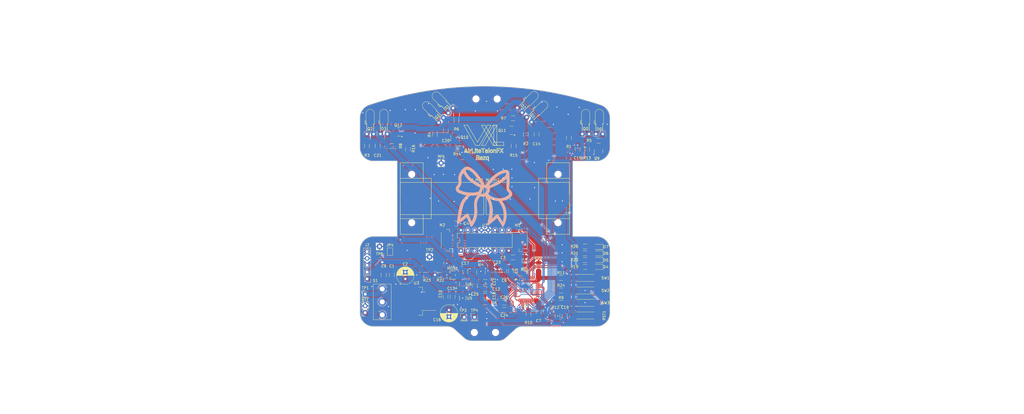
<source format=kicad_pcb>
(kicad_pcb (version 20240108) (generator "pcbnew") (generator_version "8.0")
  (layers (0 "F.Cu" signal) (31 "B.Cu" signal) (34 "B.Paste" user) (35 "F.Paste" user) (36 "B.SilkS" user "B.Silkscreen") (37 "F.SilkS" user "F.Silkscreen") (38 "B.Mask" user) (39 "F.Mask" user) (44 "Edge.Cuts" user))
  (net 0 "")
  (net 1 "Net-(BT1-+)")
  (net 2 "GND")
  (net 3 "+5V")
  (net 4 "BATT_NET")
  (net 5 "VCC")
  (net 6 "+5V_NET")
  (net 7 "+3V3")
  (net 8 "AGND")
  (net 9 "+3.3VA")
  (net 10 "RST")
  (net 11 "3V3_BYP")
  (net 12 "Net-(D0-K)")
  (net 13 "Net-(D1-K)")
  (net 14 "Net-(D2-K)")
  (net 15 "Net-(D3-K)")
  (net 16 "LED_RED")
  (net 17 "Net-(D4-A)")
  (net 18 "LED_GREEN")
  (net 19 "Net-(D5-A)")
  (net 20 "Net-(D6-A)")
  (net 21 "LED_BLUE")
  (net 22 "+3V3_NET")
  (net 23 "SWDCLK")
  (net 24 "SWDIO")
  (net 25 "M2_OUT_1")
  (net 26 "M2_OUT_2")
  (net 27 "M2_ENC_A")
  (net 28 "M2_ENC_B")
  (net 29 "M1_OUT_1")
  (net 30 "M1_OUT_2")
  (net 31 "M1_ENC_A")
  (net 32 "M1_ENC_B")
  (net 33 "RECEIV_1")
  (net 34 "RECEIV_2")
  (net 35 "RECEIV_4")
  (net 36 "RECEIV_3")
  (net 37 "BUZZER")
  (net 38 "EMIT_1")
  (net 39 "Net-(Q9-D)")
  (net 40 "Net-(Q10-D)")
  (net 41 "EMIT_2")
  (net 42 "Net-(Q11-D)")
  (net 43 "EMIT_4")
  (net 44 "EMIT_3")
  (net 45 "BUTTON_3")
  (net 46 "BUTTON")
  (net 47 "V_METER")
  (net 48 "BUTTON_2")
  (net 49 "Net-(S1-Pad3)")
  (net 50 "M2_BACK")
  (net 51 "M1_FWD")
  (net 52 "M2_SPD")
  (net 53 "M1_SPD")
  (net 54 "M2_FWD")
  (net 55 "M1_BACK")
  (net 58 "/BOOT0")
  (net 59 "POWER_LED")
  (net 60 "Net-(D7-A)")
  (net 61 "Net-(Q12-D)")
  (net 62 "Net-(U1-PB2)")
  (net 63 "Net-(U1-VSSA)")
  (footprint "Capacitor_SMD:C_1206_3216Metric_Pad1.33x1.80mm_HandSolder" (layer "F.Cu") (at 218.75 118.5 -90)
    (property "Reference" "C14")
    (property "Value" "1uF")
  )
  (footprint "Capacitor_SMD:C_1206_3216Metric_Pad1.33x1.80mm_HandSolder" (layer "F.Cu") (at 159.75 122.75 -90)
    (property "Reference" "C21")
    (property "Value" "1uF")
  )
  (footprint "Capacitor_SMD:C_1206_3216Metric_Pad1.33x1.80mm_HandSolder" (layer "F.Cu") (at 206.75 183.75 180)
    (property "Reference" "C24")
    (property "Value" "0.01uF")
  )
  (footprint "Package_TO_SOT_SMD:SOT-23" (layer "F.Cu") (at 209.4375 117 180)
    (property "Reference" "Q11")
    (property "Value" "Q_NMOS_GSD")
  )
  (footprint "Capacitor_SMD:C_1206_3216Metric_Pad1.33x1.80mm_HandSolder" (layer "F.Cu") (at 164.998 170.694 -90)
    (property "Reference" "C1")
    (property "Value" "0.1uF" (hide yes))
  )
  (footprint "Connector_PinHeader_2.54mm:PinHeader_1x01_P2.54mm_Vertical" (layer "F.Cu") (at 195.7 186.42)
    (property "Reference" "TP4")
    (property "Value" "TP_3V3")
  )
  (footprint "custom_foot:SOT-23F_TOS" (layer "F.Cu") (at 187.6 170.767349 90)
    (property "Reference" "MOS1")
    (property "Value" "SSM3K335R_LF")
  )
  (footprint "Resistor_SMD:R_1206_3216Metric_Pad1.30x1.75mm_HandSolder" (layer "F.Cu") (at 236.746 167.767 180)
    (property "Reference" "R19")
    (property "Value" "750")
  )
  (footprint "Connector_JST:JST_SH_BM06B-SRSS-TB_1x06-1MP_P1.00mm_Vertical" (layer "F.Cu") (at 185.327 157.871 90)
    (property "Reference" "M2")
    (property "Value" "M2_Conn_Alt")
  )
  (footprint "Resistor_SMD:R_1206_3216Metric_Pad1.30x1.75mm_HandSolder" (layer "F.Cu") (at 236.746 165.227 180)
    (property "Reference" "R20")
    (property "Value" "75")
  )
  (footprint "MountingHole:MountingHole_2.2mm_M2" (layer "F.Cu") (at 195.6353 192.1)
    (property "Reference" "SK3" (hide yes))
    (property "Value" "M2")
  )
  (footprint "MM_Library:Motor_mouse" (layer "F.Cu") (at 199.1376 142.2992)
    (property "Reference" "M_MH1")
    (property "Value" "M2")
  )
  (footprint "Button_Switch_SMD:SW_SPST_REED_CT05-XXXX-G1" (layer "F.Cu") (at 236.855 176.53 180)
    (property "Reference" "SW2")
    (property "Value" "SW")
  )
  (footprint "Resistor_SMD:R_1206_3216Metric_Pad1.30x1.75mm_HandSolder" (layer "F.Cu") (at 165 122.75)
    (property "Reference" "R8")
    (property "Value" "35")
  )
  (footprint "MM_Library:MM Switch" (layer "F.Cu") (at 156.308 180.702 -90)
    (property "Reference" "S1")
    (property "Value" "EG1218")
  )
  (footprint "Resistor_SMD:R_1206_3216Metric_Pad1.30x1.75mm_HandSolder" (layer "F.Cu") (at 241.75 120.8472 180)
    (property "Reference" "R5")
    (property "Value" "35")
  )
  (footprint "LED_SMD:LED_0805_2012Metric_Pad1.15x1.40mm_HandSolder" (layer "F.Cu") (at 241.572 162.687 180)
    (property "Reference" "D6")
    (property "Value" "LED")
  )
  (footprint "Connector_PinSocket_2.54mm:PinSocket_1x02_P2.54mm_Vertical" (layer "F.Cu") (at 155.088 184.75 180)
    (property "Reference" "BT1" (hide yes))
    (property "Value" "Battery_Cell")
  )
  (footprint "Resistor_SMD:R_1206_3216Metric_Pad1.30x1.75mm_HandSolder" (layer "F.Cu") (at 226.5 185.954 90)
    (property "Reference" "R12")
    (property "Value" "47K")
  )
  (footprint "Jumper:SolderJumper-2_P1.3mm_Bridged_Pad1.0x1.5mm" (layer "F.Cu") (at 164.3 162.08 90)
    (property "Reference" "JP4")
    (property "Value" "Jumper_2_Open")
  )
  (footprint "Package_TO_SOT_SMD:SOT-23" (layer "F.Cu") (at 241.75 124.6875 90)
    (property "Reference" "Q9")
    (property "Value" "Q_NMOS_GSD")
  )
  (footprint "Resistor_SMD:R_1206_3216Metric_Pad1.30x1.75mm_HandSolder" (layer "F.Cu") (at 181 118.5 90)
    (property "Reference" "R4")
    (property "Value" "1.8k")
  )
  (footprint "Resistor_SMD:R_1206_3216Metric_Pad1.30x1.75mm_HandSolder" (layer "F.Cu") (at 227.838 181.102)
    (property "Reference" "R9")
    (property "Value" "47K")
  )
  (footprint "LED_SMD:LED_0805_2012Metric_Pad1.15x1.40mm_HandSolder" (layer "F.Cu") (at 241.563 160.274 180)
    (property "Reference" "D7")
    (property "Value" "LED")
  )
  (footprint "Capacitor_SMD:C_1206_3216Metric_Pad1.33x1.80mm_HandSolder" (layer "F.Cu") (at 188.976 151.638 180)
    (property "Reference" "C4")
    (property "Value" "0.1uF")
  )
  (footprint "MM_Library:Emitter" (layer "F.Cu") (at 213.36 110.363 135)
    (property "Reference" "D2")
    (property "Value" "SFH4545")
  )
  (footprint "MM_Library:Emitter" (layer "F.Cu") (at 184.183 112.29 -135)
    (property "Reference" "Q3")
    (property "Value" "TEFT4300")
  )
  (footprint "Resistor_SMD:R_1206_3216Metric_Pad1.30x1.75mm_HandSolder" (layer "F.Cu") (at 171 124 90)
    (property "Reference" "R16")
    (property "Value" "47k")
  )
  (footprint "Resistor_SMD:R_1206_3216Metric_Pad1.30x1.75mm_HandSolder" (layer "F.Cu") (at 210 112.5 180)
    (property "Reference" "R7")
    (property "Value" "35")
  )
  (footprint "Resistor_SMD:R_1206_3216Metric_Pad1.30x1.75mm_HandSolder" (layer "F.Cu") (at 227.838 176.53)
    (property "Reference" "R24")
    (property "Value" "47K")
  )
  (footprint "LED_SMD:LED_0805_2012Metric_Pad1.15x1.40mm_HandSolder" (layer "F.Cu") (at 241.563 165.227 180)
    (property "Reference" "D5")
    (property "Value" "LED")
  )
  (footprint "MountingHole:MountingHole_2.2mm_M2" (layer "F.Cu") (at 204.12 105.29)
    (property "Reference" "SK2" (hide yes))
    (property "Value" "M2")
  )
  (footprint "Resistor_SMD:R_1206_3216Metric_Pad1.30x1.75mm_HandSolder" (layer "F.Cu") (at 214.25 165.5 -90)
    (property "Reference" "R25")
    (property "Value" "10K")
  )
  (footprint "Connector_PinHeader_2.54mm:PinHeader_1x01_P2.54mm_Vertical" (layer "F.Cu") (at 155.14 177.85)
    (property "Reference" "TP1")
    (property "Value" "V_EXT_TP")
  )
  (footprint "Resistor_SMD:R_1206_3216Metric_Pad1.30x1.75mm_HandSolder" (layer "F.Cu") (at 230.75 119.75 90)
    (property "Reference" "R1")
    (property "Value" "1.8k")
  )
  (footprint "Capacitor_SMD:C_1206_3216Metric_Pad1.33x1.80mm_HandSolder" (layer "F.Cu") (at 219.5 167.75 90)
    (property "Reference" "C22")
    (property "Value" "0.1uF")
  )
  (footprint "Resistor_SMD:R_1206_3216Metric_Pad1.30x1.75mm_HandSolder" (layer "F.Cu") (at 227.838 171.831)
    (property "Reference" "R11")
    (property "Value" "47K")
  )
  (footprint "Connector_PinHeader_2.54mm:PinHeader_1x01_P2.54mm_Vertical" (layer "F.Cu") (at 191.86 186.42)
    (property "Reference" "TP3")
    (property "Value" "TP_5V")
  )
  (footprint "Capacitor_SMD:C_1206_3216Metric_Pad1.33x1.80mm_HandSolder" (layer "F.Cu") (at 192.239 169.552 90)
    (property "Reference" "C17")
    (property "Value" "1uF")
  )
  (footprint "Resistor_SMD:R_1206_3216Metric_Pad1.30x1.75mm_HandSolder" (layer "F.Cu") (at 210.25 122.75 90)
    (property "Reference" "R15")
    (property "Value" "47k")
  )
  (footprint "Capacitor_SMD:C_1206_3216Metric_Pad1.33x1.80mm_HandSolder" (layer "F.Cu") (at 210.002 164.171)
    (property "Reference" "C3")
    (property "Value" "1uF")
  )
  (footprint "Capacitor_SMD:C_1206_3216Metric_Pad1.33x1.80mm_HandSolder" (layer "F.Cu") (at 187.5492 178.8484 90)
    (property "Reference" "C13")
    (property "Value" "0.1uF")
  )
  (footprint "Resistor_SMD:R_1206_3216Metric_Pad1.30x1.75mm_HandSolder" (layer "F.Cu") (at 215.75 185.25 90)
    (property "Reference" "R10")
    (property "Value" "10K")
  )
  (footprint "Resistor_SMD:R_1206_3216Metric_Pad1.30x1.75mm_HandSolder" (layer "F.Cu") (at 177.3694 170.694 180)
    (property "Reference" "R23")
    (property "Value" "10K")
  )
  (footprint "Capacitor_SMD:C_1206_3216Metric_Pad1.33x1.80mm_HandSolder" (layer "F.Cu") (at 161.998 170.694 90)
    (property "Reference" "C9")
    (property "Value" "10uF" (hide yes))
  )
  (footprint "Package_TO_SOT_SMD:SOT-23-5" (layer "F.Cu") (at 198.084 169.6645 -90)
    (property "Reference" "U4")
    (property "Value" "APE8865Y5-33-HF-3")
  )
  (footprint "MM_Library:Emitter" (layer "F.Cu") (at 158.2336 118.3072 180)
    (property "Reference" "Q2")
    (property "Value" "TEFT4300")
  )
  (footprint "Resistor_SMD:R_1206_3216Metric_Pad1.30x1.75mm_HandSolder" (layer "F.Cu") (at 236.746 162.687 180)
    (property "Reference" "R21")
    (property "Value" "75")
  )
  (footprint "Capacitor_SMD:C_1206_3216Metric_Pad1.33x1.80mm_HandSolder" (layer "F.Cu") (at 206.75 169.25 90)
    (property "Reference" "C6")
    (property "Value" "0.1uF")
  )
  (footprint "LED_SMD:LED_0805_2012Metric_Pad1.15x1.40mm_HandSolder" (layer "F.Cu") (at 241.572 167.767 180)
    (property "Reference" "D4")
    (property "Value" "LED")
  )
  (footprint "Connector_PinHeader_2.54mm:PinHeader_1x01_P2.54mm_Vertical" (layer "F.Cu") (at 179 164)
    (property "Reference" "TP2")
    (property "Value" "GND_TP")
  )
  (footprint "Capacitor_SMD:C_1206_3216Metric_Pad1.33x1.80mm_HandSolder" (layer "F.Cu") (at 199.669 175.882)
    (property "Reference" "C12")
    (property "Value" "0.1uF")
  )
  (footprint "Package_TO_SOT_SMD:SOT-23" (layer "F.Cu") (at 167.5625 117.55 180)
    (property "Reference" "Q12")
    (property "Value" "Q_NMOS_GSD")
  )
  (footprint "Capacitor_SMD:C_1206_3216Metric_Pad1.33x1.80mm_HandSolder" (layer "F.Cu") (at 204.25 169.25 90)
    (property "Reference" "C23")
    (property "Value" "10uF")
  )
  (footprint "Capacitor_THT:CP_Radial_D6.3mm_P2.50mm" (layer "F.Cu") (at 186.203 183.736621 -90)
    (property "Reference" "C16")
    (property "Value" "100uF")
  )
  (footprint "custom_foot:DCK6_TEX" (layer "F.Cu") (at 191.3338 179.33735 -90)
    (property "Reference" "U5")
    (property "Value" "LM66100DCKR")
  )
  (footprint "Capacitor_SMD:C_1206_3216Metric_Pad1.33x1.80mm_HandSolder" (layer "F.Cu") (at 199.669 173.342)
    (property "Reference" "C11")
    (property "Value" "10uF")
  )
  (footprint "Capacitor_SMD:C_1206_3216Metric_Pad1.33x1.80mm_HandSolder" (layer "F.Cu") (at 184.933 178.8615 90)
    (property "Reference" "C10")
    (property "Value" "10uF(Tantalum)")
  )
  (footprint "Capacitor_SMD:C_1206_3216Metric_Pad1.33x1.80mm_HandSolder" (layer "F.Cu") (at 195.869 174.622 -90)
    (property "Reference" "C25")
    (property "Value" "10nF")
  )
  (footprint "MountingHole:MountingHole_2.2mm_M2" (layer "F.Cu") (at 196.246 105.29)
    (property "Reference" "SK1" (hide yes))
    (property "Value" "M2")
  )
  (footprint "Button_Switch_SMD:SW_SPST_REED_CT05-XXXX-G1" (layer "F.Cu") (at 236.855 181.102 180)
    (property "Reference" "SW3")
    (property "Value" "SW")
  )
  (footprint "Capacitor_SMD:C_1206_3216Metric_Pad1.33x1.80mm_HandSolder" (layer "F.Cu") (at 209.25 169.25 90)
    (property "Reference" "C5")
    (property "Value" "0.1uF")
  )
  (footprint "MountingHole:MountingHole_2.2mm_M2" (layer "F.Cu") (at 203.5093 192.1)
    (property "Reference" "SK4" (hide yes))
    (property "Value" "M2")
  )
  (footprint "Capacitor_SMD:C_1206_3216Metric_Pad1.33x1.80mm_HandSolder" (layer "F.Cu") (at 219.5 184.5 -90)
    (property "Reference" "C7")
    (property "Value" "0.1uF")
  )
  (footprint "Package_DIP:DIP-16_W7.62mm" (layer "F.Cu") (at 190.627 161.671 90)
    (property "Reference" "U2")
    (property "Value" "L293D")
  )
  (footprint "Resistor_SMD:R_1206_3216Metric_Pad1.30x1.75mm_HandSolder" (layer "F.Cu") (at 236.737 160.147 180)
    (property "Reference" "R26")
    (property "Value" "750")
  )
  (footprint "Capacitor_SMD:C_1206_3216Metric_Pad1.33x1.80mm_HandSolder" (layer "F.Cu") (at 185 117.25 -90)
    (property "Reference" "C20")
    (property "Value" "1uF")
  )
  (footprint "Resistor_SMD:R_1206_3216Metric_Pad1.30x1.75mm_HandSolder" (layer "F.Cu") (at 237.5 124 -90)
    (property "Reference" "R13")
    (property "Value" "47k")
  )
  (footprint "Capacitor_THT:CP_Radial_D6.3mm_P2.50mm" (layer "F.Cu") (at 169.998 172.194 90)
    (property "Reference" "C2")
    (property "Value" "100uF" (hide yes))
  )
  (footprint "Resistor_SMD:R_1206_3216Metric_Pad1.30x1.75mm_HandSolder" (layer "F.Cu") (at 189 113 -90)
    (property "Reference" "R6")
    (property "Value" "35")
  )
  (footprint "Button_Switch_SMD:SW_SPST_REED_CT05-XXXX-G1" (layer "F.Cu") (at 236.855 171.831 180)
    (property "Reference" "SW1")
    (property "Value" "SW")
  )
  (footprint "MM_Library:Emitter" (layer "F.Cu") (at 243.3236 118.3072 180)
    (property "Reference" "D0")
    (property "Value" "SFH4545")
  )
  (footprint "MM_Library:Emitter" (layer "F.Cu") (at 187.775102 108.697897 -135)
    (property "Reference" "D1")
    (property "Value" "SFH4545")
  )
  (footprint "Package_TO_SOT_SMD:SOT-23" (layer "F.Cu") (at 188.5 119.437499 90)
    (property "Reference" "Q10")
    (property "Value" "Q_NMOS_GSD")
  )
  (footprint "Inductor_SMD:L_1206_3216Metric_Pad1.42x1.75mm_HandSolder" (layer "F.Cu") (at 199.7075 180.962)
    (property "Reference" "L1")
    (property "Value" "10uH")
  )
  (footprint "Resistor_SMD:R_1206_3216Metric_Pad1.30x1.75mm_HandSolder" (layer "F.Cu") (at 189.25 123.75 180)
    (property "Reference" "R14")
    (property "Value" "47k")
  )
  (footprint "Connector_JST:JST_SH_BM06B-SRSS-TB_1x06-1MP_P1.00mm_Vertical" (layer "F.Cu") (at 213.302 157.871 -90)
    (property "Reference" "M1")
    (property "Value" "M1_Conn_Alt")
  )
  (footprint "Capacitor_SMD:C_1206_3216Metric_Pad1.33x1.80mm_HandSolder" (layer "F.Cu") (at 199.669 178.422)
    (property "Reference" "C18")
    (property "Value" "1uF")
  )
  (footprint "Connector_PinHeader_2.54mm:PinHeader_1x05_P2.54mm_Vertical" (layer "F.Cu") (at 155.8036 172.1866 180)
    (property "Reference" "J2")
    (property "Value" "SWD Header")
  )
  (footprint "Package_QFP:LQFP-48_7x7mm_P0.5mm" (layer "F.Cu") (at 215 176)
    (property "Reference" "U1")
    (property "Value" "STM32F103C8Tx")
  )
  (footprint "MM_Library:Motor_mouse" (layer "F.Cu") (at 199.9751 142.2992 180)
    (property "Reference" "M_MH2")
    (property "Value" "M2")
  )
  (footprint "Connector_PinHeader_2.54mm:PinHeader_1x01_P2.54mm_Vertical" (layer "F.Cu") (at 183.3 129.13)
    (property "Reference" "TP5")
    (property "Value" "GND_TP")
  )
  (footprint "custom_foot:DCK6_TEX" (layer "F.Cu") (at 191.3338 174.25735 90)
    (property "Reference" "U6")
    (property "Value" "LM66100DCKR")
  )
  (footprint "Button_Switch_SMD:SW_SPST_REED_CT05-XXXX-G1" (layer "F.Cu") (at 236.855 185.801 180)
    (property "Reference" "RST1")
    (property "Value" "SW")
  )
  (footprint "MM_Library:Emitter" (layer "F.Cu") (at 238.2436 118.3072 180)
    (property "Reference" "Q0")
    (property "Value" "TEFT4300")
  )
  (footprint "Resistor_SMD:R_1206_3216Metric_Pad1.30x1.75mm_HandSolder" (layer "F.Cu") (at 182.6266 170.694 180)
    (property "Reference" "R22")
    (property "Value" "20K")
  )
  (footprint "Capacitor_SMD:C_1206_3216Metric_Pad1.33x1.80mm_HandSolder" (layer "F.Cu") (at 229.25 185.954 -90)
    (property "Reference" "C19")
    (property "Value" "0.1uF")
  )
  (footprint "Resistor_SMD:R_1206_3216Metric_Pad1.30x1.75mm_HandSolder" (layer "F.Cu") (at 214.75 118.5 90)
    (property "Reference" "R2")
    (property "Value" "1.8k")
  )
  (footprint "Resistor_SMD:R_1206_3216Metric_Pad1.30x1.75mm_HandSolder" (layer "F.Cu") (at 155.75 122.75 90)
    (property "Reference" "R3")
    (property "Value" "1.8k")
  )
  (footprint "MM_Library:Emitter" (layer "F.Cu") (at 216.875888 113.878889 135)
    (property "Reference" "Q1")
    (property "Value" "TEFT4300")
  )
  (footprint "Capacitor_SMD:C_1206_3216Metric_Pad1.33x1.80mm_HandSolder" (layer "F.Cu") (at 206.75 181 180)
    (property "Reference" "C26")
    (property "Value" "1uF")
  )
  (footprint "Capacitor_SMD:C_1206_3216Metric_Pad1.33x1.80mm_HandSolder" (layer "F.Cu") (at 234 124 -90)
    (property "Reference" "C15")
    (property "Value" "1uF")
  )
  (footprint "MM_Library:5V Voltage Reg" (layer "F.Cu") (at 173.417 172.444 180)
    (property "Reference" "U3")
    (property "Value" "LM1085-5.0")
  )
  (footprint "MM_Library:Emitter" (layer "F.Cu") (at 163.3136 118.3072 180)
    (property "Reference" "D3")
    (property "Value" "SFH4545")
  )
  (footprint "Connector_PinHeader_2.54mm:PinHeader_1x01_P2.54mm_Vertical" (layer "F.Cu") (at 160.43 160.12)
    (property "Reference" "TP6")
    (property "Value" "GND_TP")
  )
  (gr_line (start 190.021318 149.914948) (end 189.963701 150.301405) (stroke (width 0.8)) (layer "B.SilkS"))
  (gr_line (start 190.871616 145.863453) (end 190.629549 146.892675) (stroke (width 0.8)) (layer "B.SilkS"))
  (gr_line (start 207.879219 133.02283) (end 207.781227 133.496828) (stroke (width 0.8)) (layer "B.SilkS"))
  (gr_line (start 192.156724 131.109732) (end 191.592491 131.567658) (stroke (width 0.8)) (layer "B.SilkS"))
  (gr_line (start 190.137248 135.343031) (end 190.190216 135.765035) (stroke (width 0.8)) (layer "B.SilkS"))
  (gr_line (start 192.015352 131.669208) (end 191.99054 131.850221) (stroke (width 0.8)) (layer "B.SilkS"))
  (gr_line (start 202.593446 137.352341) (end 202.049731 137.618357) (stroke (width 0.8)) (layer "B.SilkS"))
  (gr_line (start 192.204926 132.545579) (end 192.483262 133.063491) (stroke (width 0.8)) (layer "B.SilkS"))
  (gr_line (start 202.319027 137.654705) (end 200.952169 138.221949) (stroke (width 0.8)) (layer "B.SilkS"))
  (gr_line (start 190.207006 133.934982) (end 190.112835 134.370962) (stroke (width 0.8)) (layer "B.SilkS"))
  (gr_line (start 208.366337 139.057631) (end 208.189864 138.814611) (stroke (width 0.8)) (layer "B.SilkS"))
  (gr_line (start 200.536383 139.748224) (end 200.303852 140.113929) (stroke (width 0.8)) (layer "B.SilkS"))
  (gr_line (start 208.229687 132.853917) (end 208.160917 132.541085) (stroke (width 0.8)) (layer "B.SilkS"))
  (gr_line (start 200.249056 138.033208) (end 200.499642 138.22657) (stroke (width 0.8)) (layer "B.SilkS"))
  (gr_line (start 199.956625 140.442607) (end 199.531348 140.713151) (stroke (width 0.8)) (layer "B.SilkS"))
  (gr_line (start 198.420903 141.238058) (end 198.824662 141.254797) (stroke (width 0.8)) (layer "B.SilkS"))
  (gr_line (start 207.750729 132.138277) (end 207.410941 132.065513) (stroke (width 0.8)) (layer "B.SilkS"))
  (gr_line (start 195.990102 143.709754) (end 196.138933 142.981559) (stroke (width 0.8)) (layer "B.SilkS"))
  (gr_line (start 193.63208 130.988318) (end 193.132688 130.854498) (stroke (width 0.8)) (layer "B.SilkS"))
  (gr_line (start 199.253601 137.844174) (end 199.707464 137.907538) (stroke (width 0.8)) (layer "B.SilkS"))
  (gr_line (start 203.779216 142.529761) (end 204.604054 142.603386) (stroke (width 0.8)) (layer "B.SilkS"))
  (gr_line (start 192.239076 131.422358) (end 192.102372 131.52917) (stroke (width 0.8)) (layer "B.SilkS"))
  (gr_line (start 190.754042 144.722599) (end 190.43468 145.906718) (stroke (width 0.8)) (layer "B.SilkS"))
  (gr_line (start 206.493183 145.718889) (end 206.735859 146.662115) (stroke (width 0.8)) (layer "B.SilkS"))
  (gr_line (start 205.800615 143.695038) (end 205.192833 142.808802) (stroke (width 0.8)) (layer "B.SilkS"))
  (gr_line (start 189.815505 137.41853) (end 189.574773 137.714233) (stroke (width 0.8)) (layer "B.SilkS"))
  (gr_line (start 208.160917 132.541085) (end 208.009232 132.294856) (stroke (width 0.8)) (layer "B.SilkS"))
  (gr_line (start 189.615707 150.86119) (end 189.558195 151.305472) (stroke (width 0.8)) (layer "B.SilkS"))
  (gr_line (start 195.67022 140.486084) (end 196.267991 140.40262) (stroke (width 0.8)) (layer "B.SilkS"))
  (gr_line (start 208.06731 142.135144) (end 208.619505 141.719682) (stroke (width 0.8)) (layer "B.SilkS"))
  (gr_line (start 192.601507 131.271126) (end 192.239076 131.422358) (stroke (width 0.8)) (layer "B.SilkS"))
  (gr_line (start 191.247009 140.339903) (end 191.905701 140.549191) (stroke (width 0.8)) (layer "B.SilkS"))
  (gr_line (start 189.235242 139.16934) (end 189.474843 139.517409) (stroke (width 0.8)) (layer "B.SilkS"))
  (gr_line (start 194.906946 135.679993) (end 195.619909 136.190313) (stroke (width 0.8)) (layer "B.SilkS"))
  (gr_line (start 195.221288 140.82077) (end 194.621768 140.822258) (stroke (width 0.8)) (layer "B.SilkS"))
  (gr_line (start 189.916776 150.647204) (end 190.571701 150.148753) (stroke (width 0.8)) (layer "B.SilkS"))
  (gr_line (start 206.083623 144.75289) (end 206.493183 145.718889) (stroke (width 0.8)) (layer "B.SilkS"))
  (gr_line (start 190.43468 145.906718) (end 190.220708 146.925237) (stroke (width 0.8)) (layer "B.SilkS"))
  (gr_line (start 196.98394 140.472887) (end 196.375549 140.642326) (stroke (width 0.8)) (layer "B.SilkS"))
  (gr_line (start 195.741452 140.768081) (end 195.221288 140.82077) (stroke (width 0.8)) (layer "B.SilkS"))
  (gr_line (start 209.227468 140.249282) (end 208.952859 139.780115) (stroke (width 0.8)) (layer "B.SilkS"))
  (gr_line (start 197.115916 141.716378) (end 197.646154 140.975742) (stroke (width 0.8)) (layer "B.SilkS"))
  (gr_line (start 207.142056 132.314686) (end 207.347 132.311107) (stroke (width 0.8)) (layer "B.SilkS"))
  (gr_line (start 207.781227 133.496828) (end 207.481593 134.039336) (stroke (width 0.8)) (layer "B.SilkS"))
  (gr_line (start 194.834456 131.736078) (end 194.165544 131.263922) (stroke (width 0.8)) (layer "B.SilkS"))
  (gr_line (start 196.461074 142.246531) (end 196.930598 141.518834) (stroke (width 0.8)) (layer "B.SilkS"))
  (gr_line (start 200.914762 136.432269) (end 200.542231 137.086902) (stroke (width 0.8)) (layer "B.SilkS"))
  (gr_line (start 206.280798 151.855003) (end 204.177286 148.527277) (stroke (width 0.8)) (layer "B.SilkS"))
  (gr_line (start 190.211295 148.85786) (end 190.100318 149.447174) (stroke (width 0.8)) (layer "B.SilkS"))
  (gr_line (start 197.879894 140.1142) (end 198.030094 139.742361) (stroke (width 0.8)) (layer "B.SilkS"))
  (gr_line (start 207.410941 132.065513) (end 207.024043 132.065682) (stroke (width 0.8)) (layer "B.SilkS"))
  (gr_line (start 200.811008 151.81097) (end 204.173665 149.019746) (stroke (width 0.8)) (layer "B.SilkS"))
  (gr_line (start 202.759959 134.761272) (end 203.404762 134.161938) (stroke (width 0.8)) (layer "B.SilkS"))
  (gr_line (start 192.654745 133.833515) (end 192.284529 133.235896) (stroke (width 0.8)) (layer "B.SilkS"))
  (gr_line (start 208.206872 137.754333) (end 208.285228 137.130657) (stroke (width 0.8)) (layer "B.SilkS"))
  (gr_line (start 203.404762 134.161938) (end 204.10767 133.604364) (stroke (width 0.8)) (layer "B.SilkS"))
  (gr_line (start 198.558622 137.827016) (end 198.635148 137.816538) (stroke (width 0.8)) (layer "B.SilkS"))
  (gr_line (start 197.468243 140.27297) (end 196.98394 140.472887) (stroke (width 0.8)) (layer "B.SilkS"))
  (gr_line (start 190.399776 134.537139) (end 190.401206 135.098332) (stroke (width 0.8)) (layer "B.SilkS"))
  (gr_line (start 203.72638 133.567103) (end 202.868458 134.225796) (stroke (width 0.8)) (layer "B.SilkS"))
  (gr_line (start 195.251278 132.446109) (end 194.831541 132.088131) (stroke (width 0.8)) (layer "B.SilkS"))
  (gr_line (start 207.200239 142.184746) (end 207.938828 141.78008) (stroke (width 0.8)) (layer "B.SilkS"))
  (gr_line (start 196.235537 145.618175) (end 196.177134 144.888343) (stroke (width 0.8)) (layer "B.SilkS"))
  (gr_line (start 196.039005 133.307369) (end 195.652654 132.855144) (stroke (width 0.8)) (layer "B.SilkS"))
  (gr_line (start 190.514043 139.735317) (end 191.058326 139.957984) (stroke (width 0.8)) (layer "B.SilkS"))
  (gr_line (start 201.04366 136.800737) (end 201.499731 136.184318) (stroke (width 0.8)) (layer "B.SilkS"))
  (gr_line (start 200.678226 139.372966) (end 200.536383 139.748224) (stroke (width 0.8)) (layer "B.SilkS"))
  (gr_line (start 207.938828 141.78008) (end 208.524027 141.317899) (stroke (width 0.8)) (layer "B.SilkS"))
  (gr_line (start 193.100816 141.323385) (end 192.545554 141.889147) (stroke (width 0.8)) (layer "B.SilkS"))
  (gr_line (start 201.491989 143.456557) (end 201.195988 142.760716) (stroke (width 0.8)) (layer "B.SilkS"))
  (gr_line (start 192.742632 140.382114) (end 193.866468 140.477177) (stroke (width 0.8)) (layer "B.SilkS"))
  (gr_line (start 194.714903 135.889228) (end 193.920962 135.273179) (stroke (width 0.8)) (layer "B.SilkS"))
  (gr_line (start 200.590223 137.928274) (end 200.550195 137.843638) (stroke (width 0.8)) (layer "B.SilkS"))
  (gr_line (start 198.619457 138.184758) (end 198.755262 138.004123) (stroke (width 0.8)) (layer "B.SilkS"))
  (gr_line (start 201.315428 151.028018) (end 201.657436 150.056291) (stroke (width 0.8)) (layer "B.SilkS"))
  (gr_line (start 192.483262 133.063491) (end 192.822244 133.587309) (stroke (width 0.8)) (layer "B.SilkS"))
  (gr_line (start 192.023537 132.06785) (end 192.204926 132.545579) (stroke (width 0.8)) (layer "B.SilkS"))
  (gr_line (start 196.304262 147.379633) (end 196.292736 146.437057) (stroke (width 0.8)) (layer "B.SilkS"))
  (gr_line (start 195.300371 150.429444) (end 195.602193 149.658628) (stroke (width 0.8)) (layer "B.SilkS"))
  (gr_line (start 189.611712 138.194444) (end 189.444464 138.500634) (stroke (width 0.8)) (layer "B.SilkS"))
  (gr_line (start 201.873637 135.713647) (end 202.243099 135.29402) (stroke (width 0.8)) (layer "B.SilkS"))
  (gr_line (start 206.364527 142.449883) (end 207.200239 142.184746) (stroke (width 0.8)) (layer "B.SilkS"))
  (gr_line (start 198.076801 140.966715) (end 197.827786 140.876315) (stroke (width 0.8)) (layer "B.SilkS"))
  (gr_line (start 193.066032 134.399815) (end 192.654745 133.833515) (stroke (width 0.8)) (layer "B.SilkS"))
  (gr_line (start 206.343084 144.624775) (end 205.800615 143.695038) (stroke (width 0.8)) (layer "B.SilkS"))
  (gr_line (start 200.240777 140.625105) (end 200.827121 141.147892) (stroke (width 0.8)) (layer "B.SilkS"))
  (gr_line (start 201.70869 146.554332) (end 201.631619 147.857274) (stroke (width 0.8)) (layer "B.SilkS"))
  (gr_line (start 193.300069 141.43971) (end 192.89623 141.902186) (stroke (width 0.8)) (layer "B.SilkS"))
  (gr_line (start 207.961413 138.605243) (end 207.948463 137.956235) (stroke (width 0.8)) (layer "B.SilkS"))
  (gr_line (start 200.970343 141.604122) (end 201.589926 142.027453) (stroke (width 0.8)) (layer "B.SilkS"))
  (gr_line (start 190.155893 139.934126) (end 190.618262 140.115396) (stroke (width 0.8)) (layer "B.SilkS"))
  (gr_line (start 206.900059 149.314212) (end 206.782713 150.24402) (stroke (width 0.8)) (layer "B.SilkS"))
  (gr_line (start 194.547236 152.382401) (end 195.023557 151.633198) (stroke (width 0.8)) (layer "B.SilkS"))
  (gr_line (start 193.893842 131.450759) (end 193.448919 131.261513) (stroke (width 0.8)) (layer "B.SilkS"))
  (gr_line (start 198.689535 137.762278) (end 198.722824 137.549007) (stroke (width 0.8)) (layer "B.SilkS"))
  (gr_line (start 190.020538 136.993231) (end 189.815505 137.41853) (stroke (width 0.8)) (layer "B.SilkS"))
  (gr_line (start 196.027008 146.543673) (end 196.008381 145.652144) (stroke (width 0.8)) (layer "B.SilkS"))
  (gr_line (start 201.057745 137.976272) (end 200.839955 138.001707) (stroke (width 0.8)) (layer "B.SilkS"))
  (gr_line (start 204.290953 142.818541) (end 204.824691 142.817443) (stroke (width 0.8)) (layer "B.SilkS"))
  (gr_line (start 200.998008 139.142412) (end 200.88344 139.592363) (stroke (width 0.8)) (layer "B.SilkS"))
  (gr_line (start 189.802079 139.35565) (end 190.118571 139.545452) (stroke (width 0.8)) (layer "B.SilkS"))
  (gr_line (start 195.836653 148.907766) (end 195.963457 148.223423) (stroke (width 0.8)) (layer "B.SilkS"))
  (gr_line (start 191.9938 132.694609) (end 191.812246 132.283008) (stroke (width 0.8)) (layer "B.SilkS"))
  (gr_line (start 196.942348 134.490357) (end 196.465719 133.851001) (stroke (width 0.8)) (layer "B.SilkS"))
  (gr_line (start 190.412411 133.395076) (end 190.207006 133.934982) (stroke (width 0.8)) (layer "B.SilkS"))
  (gr_line (start 199.09055 140.907167) (end 198.695555 141.006973) (stroke (width 0.8)) (layer "B.SilkS"))
  (gr_line (start 200.435777 141.938678) (end 200.982536 142.948391) (stroke (width 0.8)) (layer "B.SilkS"))
  (gr_line (start 206.934849 148.382144) (end 206.900059 149.314212) (stroke (width 0.8)) (layer "B.SilkS"))
  (gr_line (start 189.889431 148.898272) (end 189.771706 149.713928) (stroke (width 0.8)) (layer "B.SilkS"))
  (gr_line (start 189.474843 139.517409) (end 189.773306 139.744265) (stroke (width 0.8)) (layer "B.SilkS"))
  (gr_line (start 199.707464 137.907538) (end 200.249056 138.033208) (stroke (width 0.8)) (layer "B.SilkS"))
  (gr_line (start 201.891866 149.110547) (end 202.026277 148.132886) (stroke (width 0.8)) (layer "B.SilkS"))
  (gr_line (start 193.920962 135.273179) (end 193.489101 134.874072) (stroke (width 0.8)) (layer "B.SilkS"))
  (gr_line (start 208.952859 139.780115) (end 208.611279 139.331206) (stroke (width 0.8)) (layer "B.SilkS"))
  (gr_line (start 208.677562 139.842817) (end 208.408583 139.558411) (stroke (width 0.8)) (layer "B.SilkS"))
  (gr_line (start 201.002922 138.684262) (end 200.998008 139.142412) (stroke (width 0.8)) (layer "B.SilkS"))
  (gr_line (start 197.747368 139.810058) (end 198.333412 137.976272) (stroke (width 0.8)) (layer "B.SilkS"))
  (gr_line (start 200.97886 142.197074) (end 200.728144 141.665543) (stroke (width 0.8)) (layer "B.SilkS"))
  (gr_line (start 194.98551 151.134753) (end 195.300371 150.429444) (stroke (width 0.8)) (layer "B.SilkS"))
  (gr_line (start 193.202884 140.781331) (end 193.673208 140.758805) (stroke (width 0.8)) (layer "B.SilkS"))
  (gr_line (start 208.324628 136.393134) (end 208.328523 135.399726) (stroke (width 0.8)) (layer "B.SilkS"))
  (gr_line (start 197.549607 134.784827) (end 196.829316 133.787737) (stroke (width 0.8)) (layer "B.SilkS"))
  (gr_line (start 197.474076 140.794901) (end 197.468243 140.27297) (stroke (width 0.8)) (layer "B.SilkS"))
  (gr_line (start 192.89623 141.902186) (end 192.45841 142.453964) (stroke (width 0.8)) (layer "B.SilkS"))
  (gr_line (start 207.785424 132.606993) (end 207.879219 133.02283) (stroke (width 0.8)) (layer "B.SilkS"))
  (gr_line (start 201.433575 135.708633) (end 200.914762 136.432269) (stroke (width 0.8)) (layer "B.SilkS"))
  (gr_line (start 206.497594 132.449422) (end 207.142056 132.314686) (stroke (width 0.8)) (layer "B.SilkS"))
  (gr_line (start 195.975275 144.994584) (end 195.956002 144.385408) (stroke (width 0.8)) (layer "B.SilkS"))
  (gr_line (start 197.243102 137.491105) (end 196.293868 136.986588) (stroke (width 0.8)) (layer "B.SilkS"))
  (gr_line (start 192.64608 130.889414) (end 192.156724 131.109732) (stroke (width 0.8)) (layer "B.SilkS"))
  (gr_line (start 206.570907 135.281068) (end 205.742508 135.891612) (stroke (width 0.8)) (layer "B.SilkS"))
  (gr_line (start 199.531348 140.713151) (end 199.09055 140.907167) (stroke (width 0.8)) (layer "B.SilkS"))
  (gr_line (start 209.020828 140.634304) (end 209.003009 140.435092) (stroke (width 0.8)) (layer "B.SilkS"))
  (gr_line (start 190.571701 150.148753) (end 191.199279 149.671943) (stroke (width 0.8)) (layer "B.SilkS"))
  (gr_line (start 198.755262 138.004123) (end 198.958293 137.881659) (stroke (width 0.8)) (layer "B.SilkS"))
  (gr_line (start 191.126325 143.780091) (end 190.754042 144.722599) (stroke (width 0.8)) (layer "B.SilkS"))
  (gr_line (start 201.499731 136.184318) (end 201.873637 135.713647) (stroke (width 0.8)) (layer "B.SilkS"))
  (gr_line (start 200.827121 141.147892) (end 201.445575 141.630729) (stroke (width 0.8)) (layer "B.SilkS"))
  (gr_line (start 190.708232 132.784312) (end 190.412411 133.395076) (stroke (width 0.8)) (layer "B.SilkS"))
  (gr_line (start 207.201969 147.831737) (end 207.043683 146.709794) (stroke (width 0.8)) (layer "B.SilkS"))
  (gr_line (start 189.558195 151.305472) (end 192.986786 148.690072) (stroke (width 0.8)) (layer "B.SilkS"))
  (gr_line (start 202.868458 134.225796) (end 202.092969 134.954535) (stroke (width 0.8)) (layer "B.SilkS"))
  (gr_line (start 190.402076 147.927997) (end 190.211295 148.85786) (stroke (width 0.8)) (layer "B.SilkS"))
  (gr_line (start 190.118571 139.545452) (end 190.514043 139.735317) (stroke (width 0.8)) (layer "B.SilkS"))
  (gr_line (start 191.701317 131.962548) (end 191.18422 132.720363) (stroke (width 0.8)) (layer "B.SilkS"))
  (gr_line (start 200.584343 137.601751) (end 200.700287 137.345976) (stroke (width 0.8)) (layer "B.SilkS"))
  (gr_line (start 201.893296 145.022745) (end 201.740726 144.22809) (stroke (width 0.8)) (layer "B.SilkS"))
  (gr_line (start 192.263009 148.869811) (end 192.659439 148.576868) (stroke (width 0.8)) (layer "B.SilkS"))
  (gr_line (start 206.714614 142.628146) (end 207.422701 142.439998) (stroke (width 0.8)) (layer "B.SilkS"))
  (gr_line (start 192.044691 143.007072) (end 191.775226 143.383833) (stroke (width 0.8)) (layer "B.SilkS"))
  (gr_line (start 193.973705 140.794901) (end 193.650778 141.088466) (stroke (width 0.8)) (layer "B.SilkS"))
  (gr_line (start 203.662419 142.743493) (end 204.290953 142.818541) (stroke (width 0.8)) (layer "B.SilkS"))
  (gr_line (start 207.302618 134.654642) (end 206.570907 135.281068) (stroke (width 0.8)) (layer "B.SilkS"))
  (gr_line (start 202.049731 137.618357) (end 201.522635 137.839337) (stroke (width 0.8)) (layer "B.SilkS"))
  (gr_line (start 197.076101 137.082003) (end 197.726534 137.434516) (stroke (width 0.8)) (layer "B.SilkS"))
  (gr_line (start 192.024529 142.457424) (end 191.550426 143.057614) (stroke (width 0.8)) (layer "B.SilkS"))
  (gr_line (start 191.420179 143.985623) (end 191.273588 144.382315) (stroke (width 0.8)) (layer "B.SilkS"))
  (gr_line (start 204.940315 133.089828) (end 205.747285 132.712285) (stroke (width 0.8)) (layer "B.SilkS"))
  (gr_line (start 196.660843 142.486055) (end 197.115916 141.716378) (stroke (width 0.8)) (layer "B.SilkS"))
  (gr_line (start 190.401206 135.098332) (end 190.411762 135.734396) (stroke (width 0.8)) (layer "B.SilkS"))
  (gr_line (start 198.366824 141.016815) (end 198.076801 140.966715) (stroke (width 0.8)) (layer "B.SilkS"))
  (gr_line (start 198.41309 136.701772) (end 197.984526 135.982864) (stroke (width 0.8)) (layer "B.SilkS"))
  (gr_line (start 206.283164 152.276063) (end 206.711242 151.177924) (stroke (width 0.8)) (layer "B.SilkS"))
  (gr_line (start 200.37707 141.095783) (end 200.970343 141.604122) (stroke (width 0.8)) (layer "B.SilkS"))
  (gr_line (start 204.10767 133.604364) (end 204.940315 133.089828) (stroke (width 0.8)) (layer "B.SilkS"))
  (gr_line (start 205.583705 135.637294) (end 204.682731 136.179099) (stroke (width 0.8)) (layer "B.SilkS"))
  (gr_line (start 198.824662 141.254797) (end 199.31826 141.150646) (stroke (width 0.8)) (layer "B.SilkS"))
  (gr_line (start 208.119871 138.541091) (end 208.139973 138.189248) (stroke (width 0.8)) (layer "B.SilkS"))
  (gr_line (start 207.948463 137.956235) (end 207.988426 137.334447) (stroke (width 0.8)) (layer "B.SilkS"))
  (gr_line (start 193.029323 131.202344) (end 192.601507 131.271126) (stroke (width 0.8)) (layer "B.SilkS"))
  (gr_line (start 208.300688 134.321177) (end 208.256988 133.200057) (stroke (width 0.8)) (layer "B.SilkS"))
  (gr_line (start 198.592833 136.668115) (end 198.138238 135.756934) (stroke (width 0.8)) (layer "B.SilkS"))
  (gr_line (start 200.672812 137.979983) (end 200.590223 137.928274) (stroke (width 0.8)) (layer "B.SilkS"))
  (gr_line (start 195.602193 149.658628) (end 195.836653 148.907766) (stroke (width 0.8)) (layer "B.SilkS"))
  (gr_line (start 197.46738 140.029982) (end 197.747368 139.810058) (stroke (width 0.8)) (layer "B.SilkS"))
  (gr_line (start 200.88344 139.592363) (end 200.603304 140.111814) (stroke (width 0.8)) (layer "B.SilkS"))
  (gr_line (start 195.956002 144.385408) (end 195.990102 143.709754) (stroke (width 0.8)) (layer "B.SilkS"))
  (gr_line (start 196.930598 141.518834) (end 197.474076 140.794901) (stroke (width 0.8)) (layer "B.SilkS"))
  (gr_line (start 202.949537 142.573242) (end 203.662419 142.743493) (stroke (width 0.8)) (layer "B.SilkS"))
  (gr_line (start 207.022002 134.561009) (end 206.425236 135.06389) (stroke (width 0.8)) (layer "B.SilkS"))
  (gr_line (start 191.106183 144.95189) (end 190.871616 145.863453) (stroke (width 0.8)) (layer "B.SilkS"))
  (gr_line (start 191.812246 132.283008) (end 191.701317 131.962548) (stroke (width 0.8)) (layer "B.SilkS"))
  (gr_line (start 192.986786 148.690072) (end 194.547236 152.382401) (stroke (width 0.8)) (layer "B.SilkS"))
  (gr_line (start 198.673743 137.295577) (end 198.568561 137.017998) (stroke (width 0.8)) (layer "B.SilkS"))
  (gr_line (start 190.190216 135.765035) (end 190.21256 136.111882) (stroke (width 0.8)) (layer "B.SilkS"))
  (gr_line (start 207.215842 148.956435) (end 207.201969 147.831737) (stroke (width 0.8)) (layer "B.SilkS"))
  (gr_line (start 193.060649 148.300919) (end 194.671121 151.790024) (stroke (width 0.8)) (layer "B.SilkS"))
  (gr_line (start 208.524027 141.317899) (end 208.826853 141.008268) (stroke (width 0.8)) (layer "B.SilkS"))
  (gr_line (start 190.112835 134.370962) (end 190.097286 134.850737) (stroke (width 0.8)) (layer "B.SilkS"))
  (gr_line (start 201.141208 150.489393) (end 200.811008 151.81097) (stroke (width 0.8)) (layer "B.SilkS"))
  (gr_line (start 198.138238 135.756934) (end 197.549607 134.784827) (stroke (width 0.8)) (layer "B.SilkS"))
  (gr_line (start 200.839955 138.001707) (end 200.672812 137.979983) (stroke (width 0.8)) (layer "B.SilkS"))
  (gr_line (start 190.411762 135.734396) (end 190.40591 136.32087) (stroke (width 0.8)) (layer "B.SilkS"))
  (gr_line (start 201.589926 142.027453) (end 202.251572 142.336089) (stroke (width 0.8)) (layer "B.SilkS"))
  (gr_line (start 198.030222 141.129989) (end 198.420903 141.238058) (stroke (width 0.8)) (layer "B.SilkS"))
  (gr_line (start 194.332869 131.720073) (end 193.893842 131.450759) (stroke (width 0.8)) (layer "B.SilkS"))
  (gr_line (start 195.023557 151.633198) (end 195.460576 150.870246) (stroke (width 0.8)) (layer "B.SilkS"))
  (gr_line (start 191.273588 144.382315) (end 191.106183 144.95189) (stroke (width 0.8)) (layer "B.SilkS"))
  (gr_line (start 190.039028 147.945569) (end 189.889431 148.898272) (stroke (width 0.8)) (layer "B.SilkS"))
  (gr_line (start 198.241541 137.699341) (end 198.421289 137.785472) (stroke (width 0.8)) (layer "B.SilkS"))
  (gr_line (start 207.049641 150.073246) (end 207.215842 148.956435) (stroke (width 0.8)) (layer "B.SilkS"))
  (gr_line (start 195.521267 132.336617) (end 194.834456 131.736078) (stroke (width 0.8)) (layer "B.SilkS"))
  (gr_line (start 196.081104 149.244229) (end 196.241513 148.343698) (stroke (width 0.8)) (layer "B.SilkS"))
  (gr_line (start 207.024043 132.065682) (end 206.278934 132.220529) (stroke (width 0.8)) (layer "B.SilkS"))
  (gr_line (start 189.570152 139.138431) (end 189.802079 139.35565) (stroke (width 0.8)) (layer "B.SilkS"))
  (gr_line (start 207.525163 132.352307) (end 207.672975 132.451636) (stroke (width 0.8)) (layer "B.SilkS"))
  (gr_line (start 189.683463 150.352233) (end 189.615707 150.86119) (stroke (width 0.8)) (layer "B.SilkS"))
  (gr_line (start 191.775226 143.383833) (end 191.57541 143.685368) (stroke (width 0.8)) (layer "B.SilkS"))
  (gr_line (start 195.505203 136.4523) (end 194.714903 135.889228) (stroke (width 0.8)) (layer "B.SilkS"))
  (gr_line (start 198.030094 139.742361) (end 198.619457 138.184758) (stroke (width 0.8)) (layer "B.SilkS"))
  (gr_line (start 191.772164 149.238415) (end 192.263009 148.869811) (stroke (width 0.8)) (layer "B.SilkS"))
  (gr_line (start 197.726534 137.434516) (end 198.241541 137.699341) (stroke (width 0.8)) (layer "B.SilkS"))
  (gr_line (start 205.964284 142.738038) (end 206.714614 142.628146) (stroke (width 0.8)) (layer "B.SilkS"))
  (gr_line (start 196.195079 133.031749) (end 195.521267 132.336617) (stroke (width 0.8)) (layer "B.SilkS"))
  (gr_line (start 206.577892 151.114748) (end 206.280798 151.855003) (stroke (width 0.8)) (layer "B.SilkS"))
  (gr_line (start 208.139973 138.189248) (end 208.206872 137.754333) (stroke (width 0.8)) (layer "B.SilkS"))
  (gr_line (start 207.043683 146.709794) (end 206.761186 145.63473) (stroke (width 0.8)) (layer "B.SilkS"))
  (gr_line (start 196.350683 143.307404) (end 196.660843 142.486055) (stroke (width 0.8)) (layer "B.SilkS"))
  (gr_line (start 196.948169 140.237723) (end 197.46738 140.029982) (stroke (width 0.8)) (layer "B.SilkS"))
  (gr_line (start 201.395557 144.051322) (end 201.635076 145.264682) (stroke (width 0.8)) (layer "B.SilkS"))
  (gr_line (start 206.425236 135.06389) (end 205.583705 135.637294) (stroke (width 0.8)) (layer "B.SilkS"))
  (gr_line (start 191.058326 139.957984) (end 191.650947 140.154042) (stroke (width 0.8)) (layer "B.SilkS"))
  (gr_line (start 198.722824 137.549007) (end 198.673743 137.295577) (stroke (width 0.8)) (layer "B.SilkS"))
  (gr_line (start 209.003009 140.435092) (end 208.894496 140.137692) (stroke (width 0.8)) (layer "B.SilkS"))
  (gr_line (start 208.611279 139.331206) (end 208.366337 139.057631) (stroke (width 0.8)) (layer "B.SilkS"))
  (gr_line (start 192.284529 133.235896) (end 191.9938 132.694609) (stroke (width 0.8)) (layer "B.SilkS"))
  (gr_line (start 201.522635 137.839337) (end 201.057745 137.976272) (stroke (width 0.8)) (layer "B.SilkS"))
  (gr_line (start 189.963701 150.301405) (end 189.916776 150.647204) (stroke (width 0.8)) (layer "B.SilkS"))
  (gr_line (start 205.742508 135.891612) (end 204.785175 136.482477) (stroke (width 0.8)) (layer "B.SilkS"))
  (gr_line (start 191.57541 143.685368) (end 191.420179 143.985623) (stroke (width 0.8)) (layer "B.SilkS"))
  (gr_line (start 189.773306 139.744265) (end 190.155893 139.934126) (stroke (width 0.8)) (layer "B.SilkS"))
  (gr_line (start 198.568561 137.017998) (end 198.41309 136.701772) (stroke (width 0.8)) (layer "B.SilkS"))
  (gr_line (start 191.650947 140.154042) (end 192.742632 140.382114) (stroke (width 0.8)) (layer "B.SilkS"))
  (gr_line (start 191.199279 149.671943) (end 191.772164 149.238415) (stroke (width 0.8)) (layer "B.SilkS"))
  (gr_line (start 200.603304 140.111814) (end 200.240777 140.625105) (stroke (width 0.8)) (layer "B.SilkS"))
  (gr_line (start 204.173665 149.019746) (end 206.283164 152.276063) (stroke (width 0.8)) (layer "B.SilkS"))
  (gr_line (start 190.097286 134.850737) (end 190.137248 135.343031) (stroke (width 0.8)) (layer "B.SilkS"))
  (gr_line (start 201.445575 141.630729) (end 202.127963 142.034388) (stroke (width 0.8)) (layer "B.SilkS"))
  (gr_line (start 208.986073 140.787665) (end 209.020828 140.634304) (stroke (width 0.8)) (layer "B.SilkS"))
  (gr_line (start 200.550195 137.843638) (end 200.584343 137.601751) (stroke (width 0.8)) (layer "B.SilkS"))
  (gr_line (start 193.866468 140.477177) (end 194.571309 140.494168) (stroke (width 0.8)) (layer "B.SilkS"))
  (gr_line (start 201.635076 145.264682) (end 201.70869 146.554332) (stroke (width 0.8)) (layer "B.SilkS"))
  (gr_line (start 196.293868 136.986588) (end 195.505203 136.4523) (stroke (width 0.8)) (layer "B.SilkS"))
  (gr_line (start 195.167775 140.498977) (end 195.67022 140.486084) (stroke (width 0.8)) (layer "B.SilkS"))
  (gr_line (start 204.824691 142.817443) (end 205.499662 143.785186) (stroke (width 0.8)) (layer "B.SilkS"))
  (gr_line (start 208.009232 132.294856) (end 207.750729 132.138277) (stroke (width 0.8)) (layer "B.SilkS"))
  (gr_line (start 192.630542 140.726369) (end 193.202884 140.781331) (stroke (width 0.8)) (layer "B.SilkS"))
  (gr_line (start 198.421289 137.785472) (end 198.558622 137.827016) (stroke (width 0.8)) (layer "B.SilkS"))
  (gr_line (start 200.700287 137.345976) (end 201.04366 136.800737) (stroke (width 0.8)) (layer "B.SilkS"))
  (gr_line (start 206.278934 132.220529) (end 205.476386 132.543144) (stroke (width 0.8)) (layer "B.SilkS"))
  (gr_line (start 208.894496 140.137692) (end 208.677562 139.842817) (stroke (width 0.8)) (layer "B.SilkS"))
  (gr_line (start 196.197531 144.134817) (end 196.350683 143.307404) (stroke (width 0.8)) (layer "B.SilkS"))
  (gr_line (start 190.750183 133.425756) (end 190.481821 134.02678) (stroke (width 0.8)) (layer "B.SilkS"))
  (gr_line (start 200.728144 141.665543) (end 200.37707 141.095783) (stroke (width 0.8)) (layer "B.SilkS"))
  (gr_line (start 195.963457 148.223423) (end 196.015159 147.458378) (stroke (width 0.8)) (layer "B.SilkS"))
  (gr_line (start 206.761186 145.63473) (end 206.343084 144.624775) (stroke (width 0.8)) (layer "B.SilkS"))
  (gr_line (start 194.621768 140.822258) (end 193.973705 140.794901) (stroke (width 0.8)) (layer "B.SilkS"))
  (gr_line (start 202.127963 142.034388) (end 202.899578 142.336159) (stroke (width 0.8)) (layer "B.SilkS"))
  (gr_line (start 192.45841 142.453964) (end 192.044691 143.007072) (stroke (width 0.8)) (layer "B.SilkS"))
  (gr_line (start 191.99054 131.850221) (end 192.023537 132.06785) (stroke (width 0.8)) (layer "B.SilkS"))
  (gr_line (start 194.831541 132.088131) (end 194.332869 131.720073) (stroke (width 0.8)) (layer "B.SilkS"))
  (gr_line (start 208.020204 136.878603) (end 208.033875 136.553386) (stroke (width 0.8)) (layer "B.SilkS"))
  (gr_line (start 189.771706 149.713928) (end 189.683463 150.352233) (stroke (width 0.8)) (layer "B.SilkS"))
  (gr_line (start 193.650778 141.088466) (end 193.300069 141.43971) (stroke (width 0.8)) (layer "B.SilkS"))
  (gr_line (start 191.18422 132.720363) (end 190.750183 133.425756) (stroke (width 0.8)) (layer "B.SilkS"))
  (gr_line (start 193.489101 134.874072) (end 193.066032 134.399815) (stroke (width 0.8)) (layer "B.SilkS"))
  (gr_line (start 195.619909 136.190313) (end 196.354098 136.661221) (stroke (width 0.8)) (layer "B.SilkS"))
  (gr_line (start 198.695555 141.006973) (end 198.366824 141.016815) (stroke (width 0.8)) (layer "B.SilkS"))
  (gr_line (start 198.333412 137.976272) (end 197.243102 137.491105) (stroke (width 0.8)) (layer "B.SilkS"))
  (gr_line (start 196.465719 133.851001) (end 196.039005 133.307369) (stroke (width 0.8)) (layer "B.SilkS"))
  (gr_line (start 209.330044 140.598266) (end 209.227468 140.249282) (stroke (width 0.8)) (layer "B.SilkS"))
  (gr_line (start 205.476386 132.543144) (end 204.613993 132.999986) (stroke (width 0.8)) (layer "B.SilkS"))
  (gr_line (start 191.905701 140.549191) (end 192.630542 140.726369) (stroke (width 0.8)) (layer "B.SilkS"))
  (gr_line (start 196.138933 142.981559) (end 196.461074 142.246531) (stroke (width 0.8)) (layer "B.SilkS"))
  (gr_line (start 193.223771 134.109849) (end 193.99026 134.914638) (stroke (width 0.8)) (layer "B.SilkS"))
  (gr_line (start 196.354098 136.661221) (end 197.076101 137.082003) (stroke (width 0.8)) (layer "B.SilkS"))
  (gr_line (start 207.984166 134.019807) (end 207.302618 134.654642) (stroke (width 0.8)) (layer "B.SilkS"))
  (gr_line (start 200.251143 137.699341) (end 198.976736 137.545318) (stroke (width 0.8)) (layer "B.SilkS"))
  (gr_line (start 202.251572 142.336089) (end 202.949537 142.573242) (stroke (width 0.8)) (layer "B.SilkS"))
  (gr_line (start 189.444464 138.500634) (end 189.418989 138.82453) (stroke (width 0.8)) (layer "B.SilkS"))
  (gr_line (start 192.545554 141.889147) (end 192.024529 142.457424) (stroke (width 0.8)) (layer "B.SilkS"))
  (gr_line (start 194.571309 140.494168) (end 195.167775 140.498977) (stroke (width 0.8)) (layer "B.SilkS"))
  (gr_line (start 205.499662 143.785186) (end 206.083623 144.75289) (stroke (width 0.8)) (layer "B.SilkS"))
  (gr_line (start 199.31826 141.150646) (end 199.821991 140.975742) (stroke (width 0.8)) (layer "B.SilkS"))
  (gr_line (start 202.101769 147.073079) (end 202.041912 146.034653) (stroke (width 0.8)) (layer "B.SilkS"))
  (gr_line (start 194.165544 131.263922) (end 193.63208 130.988318) (stroke (width 0.8)) (layer "B.SilkS"))
  (gr_line (start 205.192833 142.808802) (end 205.964284 142.738038) (stroke (width 0.8)) (layer "B.SilkS"))
  (gr_line (start 189.832447 137.893218) (end 189.611712 138.194444) (stroke (width 0.8)) (layer "B.SilkS"))
  (gr_line (start 195.819846 150.079646) (end 196.081104 149.244229) (stroke (width 0.8)) (layer "B.SilkS"))
  (gr_line (start 202.092969 134.954535) (end 201.433575 135.708633) (stroke (width 0.8)) (layer "B.SilkS"))
  (gr_line (start 209.261271 140.917415) (end 209.330044 140.598266) (stroke (width 0.8)) (layer "B.SilkS"))
  (gr_line (start 204.682731 136.179099) (end 203.60499 136.800588) (stroke (width 0.8)) (layer "B.SilkS"))
  (gr_line (start 207.672975 132.451636) (end 207.785424 132.606993) (stroke (width 0.8)) (layer "B.SilkS"))
  (gr_line (start 201.657436 150.056291) (end 201.891866 149.110547) (stroke (width 0.8)) (layer "B.SilkS"))
  (gr_line (start 208.256988 133.200057) (end 208.229687 132.853917) (stroke (width 0.8)) (layer "B.SilkS"))
  (gr_line (start 200.952169 138.221949) (end 201.002922 138.684262) (stroke (width 0.8)) (layer "B.SilkS"))
  (gr_line (start 193.99026 134.914638) (end 194.906946 135.679993) (stroke (width 0.8)) (layer "B.SilkS"))
  (gr_line (start 201.195988 142.760716) (end 200.97886 142.197074) (stroke (width 0.8)) (layer "B.SilkS"))
  (gr_line (start 208.408583 139.558411) (end 208.204443 139.31852) (stroke (width 0.8)) (layer "B.SilkS"))
  (gr_line (start 192.822244 133.587309) (end 193.223771 134.109849) (stroke (width 0.8)) (layer "B.SilkS"))
  (gr_line (start 197.646154 140.975742) (end 198.030222 141.129989) (stroke (width 0.8)) (layer "B.SilkS"))
  (gr_line (start 190.21256 136.111882) (end 190.160268 136.515481) (stroke (width 0.8)) (layer "B.SilkS"))
  (gr_line (start 189.418989 138.82453) (end 189.570152 139.138431) (stroke (width 0.8)) (layer "B.SilkS"))
  (gr_line (start 189.183627 138.356707) (end 189.135467 138.766007) (stroke (width 0.8)) (layer "B.SilkS"))
  (gr_line (start 200.761675 139.01646) (end 200.678226 139.372966) (stroke (width 0.8)) (layer "B.SilkS"))
  (gr_line (start 208.285228 137.130657) (end 208.324628 136.393134) (stroke (width 0.8)) (layer "B.SilkS"))
  (gr_line (start 190.220708 146.925237) (end 190.039028 147.945569) (stroke (width 0.8)) (layer "B.SilkS"))
  (gr_line (start 196.292736 146.437057) (end 196.235537 145.618175) (stroke (width 0.8)) (layer "B.SilkS"))
  (gr_line (start 205.747285 132.712285) (end 206.497594 132.449422) (stroke (width 0.8)) (layer "B.SilkS"))
  (gr_line (start 189.574773 137.714233) (end 189.346856 137.994363) (stroke (width 0.8)) (layer "B.SilkS"))
  (gr_line (start 208.619505 141.719682) (end 209.016579 141.298562) (stroke (width 0.8)) (layer "B.SilkS"))
  (gr_line (start 200.303852 140.113929) (end 199.956625 140.442607) (stroke (width 0.8)) (layer "B.SilkS"))
  (gr_line (start 192.659439 148.576868) (end 192.909728 148.399576) (stroke (width 0.8)) (layer "B.SilkS"))
  (gr_line (start 196.375549 140.642326) (end 195.741452 140.768081) (stroke (width 0.8)) (layer "B.SilkS"))
  (gr_line (start 196.267991 140.40262) (end 196.948169 140.237723) (stroke (width 0.8)) (layer "B.SilkS"))
  (gr_line (start 209.016579 141.298562) (end 209.261271 140.917415) (stroke (width 0.8)) (layer "B.SilkS"))
  (gr_line (start 194.671121 151.790024) (end 194.98551 151.134753) (stroke (width 0.8)) (layer "B.SilkS"))
  (gr_line (start 196.241513 148.343698) (end 196.304262 147.379633) (stroke (width 0.8)) (layer "B.SilkS"))
  (gr_line (start 202.243099 135.29402) (end 202.759959 134.761272) (stroke (width 0.8)) (layer "B.SilkS"))
  (gr_line (start 208.033875 136.553386) (end 207.984166 134.019807) (stroke (width 0.8)) (layer "B.SilkS"))
  (gr_line (start 196.008381 145.652144) (end 195.975275 144.994584) (stroke (width 0.8)) (layer "B.SilkS"))
  (gr_line (start 208.045206 139.013899) (end 207.961413 138.605243) (stroke (width 0.8)) (layer "B.SilkS"))
  (gr_line (start 189.135467 138.766007) (end 189.235242 139.16934) (stroke (width 0.8)) (layer "B.SilkS"))
  (gr_line (start 208.826853 141.008268) (end 208.986073 140.787665) (stroke (width 0.8)) (layer "B.SilkS"))
  (gr_line (start 202.899578 142.336159) (end 203.779216 142.529761) (stroke (width 0.8)) (layer "B.SilkS"))
  (gr_line (start 198.635148 137.816538) (end 198.689535 137.762278) (stroke (width 0.8)) (layer "B.SilkS"))
  (gr_line (start 196.177134 144.888343) (end 196.197531 144.134817) (stroke (width 0.8)) (layer "B.SilkS"))
  (gr_line (start 193.448919 131.261513) (end 193.029323 131.202344) (stroke (width 0.8)) (layer "B.SilkS"))
  (gr_line (start 204.177286 148.527277) (end 201.315428 151.028018) (stroke (width 0.8)) (layer "B.SilkS"))
  (gr_line (start 201.42891 149.170575) (end 201.141208 150.489393) (stroke (width 0.8)) (layer "B.SilkS"))
  (gr_line (start 208.189864 138.814611) (end 208.119871 138.541091) (stroke (width 0.8)) (layer "B.SilkS"))
  (gr_line (start 193.673208 140.758805) (end 193.100816 141.323385) (stroke (width 0.8)) (layer "B.SilkS"))
  (gr_line (start 192.102372 131.52917) (end 192.015352 131.669208) (stroke (width 0.8)) (layer "B.SilkS"))
  (gr_line (start 190.40591 136.32087) (end 190.331374 136.889314) (stroke (width 0.8)) (layer "B.SilkS"))
  (gr_line (start 190.481821 134.02678) (end 190.399776 134.537139) (stroke (width 0.8)) (layer "B.SilkS"))
  (gr_line (start 196.015159 147.458378) (end 196.027008 146.543673) (stroke (width 0.8)) (layer "B.SilkS"))
  (gr_line (start 207.481593 134.039336) (end 207.022002 134.561009) (stroke (width 0.8)) (layer "B.SilkS"))
  (gr_line (start 201.631619 147.857274) (end 201.42891 149.170575) (stroke (width 0.8)) (layer "B.SilkS"))
  (gr_line (start 206.735859 146.662115) (end 206.87556 147.551007) (stroke (width 0.8)) (layer "B.SilkS"))
  (gr_line (start 193.132688 130.854498) (end 192.64608 130.889414) (stroke (width 0.8)) (layer "B.SilkS"))
  (gr_line (start 207.422701 142.439998) (end 208.06731 142.135144) (stroke (width 0.8)) (layer "B.SilkS"))
  (gr_line (start 200.982536 142.948391) (end 201.395557 144.051322) (stroke (width 0.8)) (layer "B.SilkS"))
  (gr_line (start 197.827786 140.876315) (end 197.707773 140.7333) (stroke (width 0.8)) (layer "B.SilkS"))
  (gr_line (start 198.976736 137.545318) (end 198.592833 136.668115) (stroke (width 0.8)) (layer "B.SilkS"))
  (gr_line (start 207.347 132.311107) (end 207.525163 132.352307) (stroke (width 0.8)) (layer "B.SilkS"))
  (gr_line (start 207.988426 137.334447) (end 208.020204 136.878603) (stroke (width 0.8)) (layer "B.SilkS"))
  (gr_line (start 190.100318 149.447174) (end 190.021318 149.914948) (stroke (width 0.8)) (layer "B.SilkS"))
  (gr_line (start 205.482448 142.583087) (end 206.364527 142.449883) (stroke (width 0.8)) (layer "B.SilkS"))
  (gr_line (start 199.821991 140.975742) (end 200.435777 141.938678) (stroke (width 0.8)) (layer "B.SilkS"))
  (gr_line (start 191.099988 132.152768) (end 190.708232 132.784312) (stroke (width 0.8)) (layer "B.SilkS"))
  (gr_line (start 206.782713 150.24402) (end 206.577892 151.114748) (stroke (width 0.8)) (layer "B.SilkS"))
  (gr_line (start 206.87556 147.551007) (end 206.934849 148.382144) (stroke (width 0.8)) (layer "B.SilkS"))
  (gr_line (start 200.542231 137.086902) (end 200.251143 137.699341) (stroke (width 0.8)) (layer "B.SilkS"))
  (gr_line (start 202.026277 148.132886) (end 202.101769 147.073079) (stroke (width 0.8)) (layer "B.SilkS"))
  (gr_line (start 203.60499 136.800588) (end 202.593446 137.352341) (stroke (width 0.8)) (layer "B.SilkS"))
  (gr_line (start 200.7065 138.438156) (end 200.788124 138.70092) (stroke (width 0.8)) (layer "B.SilkS"))
  (gr_line (start 208.204443 139.31852) (end 208.045206 139.013899) (stroke (width 0.8)) (layer "B.SilkS"))
  (gr_line (start 206.711242 151.177924) (end 207.049641 150.073246) (stroke (width 0.8)) (layer "B.SilkS"))
  (gr_line (start 200.499642 138.22657) (end 200.7065 138.438156) (stroke (width 0.8)) (layer "B.SilkS"))
  (gr_line (start 195.460576 150.870246) (end 195.819846 150.079646) (stroke (width 0.8)) (layer "B.SilkS"))
  (gr_line (start 189.346856 137.994363) (end 189.183627 138.356707) (stroke (width 0.8)) (layer "B.SilkS"))
  (gr_line (start 203.618902 137.078014) (end 202.319027 137.654705) (stroke (width 0.8)) (layer "B.SilkS"))
  (gr_line (start 197.468111 135.220298) (end 196.942348 134.490357) (stroke (width 0.8)) (layer "B.SilkS"))
  (gr_line (start 197.984526 135.982864) (end 197.468111 135.220298) (stroke (width 0.8)) (layer "B.SilkS"))
  (gr_line (start 195.652654 132.855144) (end 195.251278 132.446109) (stroke (width 0.8)) (layer "B.SilkS"))
  (gr_line (start 190.125105 137.425835) (end 189.832447 137.893218) (stroke (width 0.8)) (layer "B.SilkS"))
  (gr_line (start 204.604054 142.603386) (end 205.482448 142.583087) (stroke (width 0.8)) (layer "B.SilkS"))
  (gr_line (start 197.707773 140.7333) (end 197.735413 140.521162) (stroke (width 0.8)) (layer "B.SilkS"))
  (gr_line (start 197.735413 140.521162) (end 197.879894 140.1142) (stroke (width 0.8)) (layer "B.SilkS"))
  (gr_line (start 204.613993 132.999986) (end 203.72638 133.567103) (stroke (width 0.8)) (layer "B.SilkS"))
  (gr_line (start 198.958293 137.881659) (end 199.253601 137.844174) (stroke (width 0.8)) (layer "B.SilkS"))
  (gr_line (start 192.909728 148.399576) (end 193.060649 148.300919) (stroke (width 0.8)) (layer "B.SilkS"))
  (gr_line (start 202.041912 146.034653) (end 201.893296 145.022745) (stroke (width 0.8)) (layer "B.SilkS"))
  (gr_line (start 191.592491 131.567658) (end 191.099988 132.152768) (stroke (width 0.8)) (layer "B.SilkS"))
  (gr_line (start 208.328523 135.399726) (end 208.300688 134.321177) (stroke (width 0.8)) (layer "B.SilkS"))
  (gr_line (start 196.829316 133.787737) (end 196.195079 133.031749) (stroke (width 0.8)) (layer "B.SilkS"))
  (gr_line (start 191.550426 143.057614) (end 191.126325 143.780091) (stroke (width 0.8)) (layer "B.SilkS"))
  (gr_line (start 190.160268 136.515481) (end 190.020538 136.993231) (stroke (width 0.8)) (layer "B.SilkS"))
  (gr_line (start 190.629549 146.892675) (end 190.402076 147.927997) (stroke (width 0.8)) (layer "B.SilkS"))
  (gr_line (start 204.785175 136.482477) (end 203.618902 137.078014) (stroke (width 0.8)) (layer "B.SilkS"))
  (gr_line (start 201.740726 144.22809) (end 201.491989 143.456557) (stroke (width 0.8)) (layer "B.SilkS"))
  (gr_line (start 190.618262 140.115396) (end 191.247009 140.339903) (stroke (width 0.8)) (layer "B.SilkS"))
  (gr_line (start 190.331374 136.889314) (end 190.125105 137.425835) (stroke (width 0.8)) (layer "B.SilkS"))
  (gr_line (start 200.788124 138.70092) (end 200.761675 139.01646) (stroke (width 0.8)) (layer "B.SilkS"))
  (gr_line (start 194.932341 123.684269) (end 194.932341 125.106534) (stroke (width 0.15)) (layer "F.SilkS"))
  (gr_line (start 196.512636 123.806908) (end 196.715166 123.806908) (stroke (width 0.15)) (layer "F.SilkS"))
  (gr_line (start 197.121627 124.718994) (end 197.121627 124.681852) (stroke (width 0.15)) (layer "F.SilkS"))
  (gr_line (start 203.674068 124.49579) (end 203.674068 125.278579) (stroke (width 0.15)) (layer "F.SilkS"))
  (gr_curve (pts (xy 199.966508 124.289756) (xy 199.893274 124.344418) (xy 199.893274 124.422207) (xy 199.893274 124.422207)) (stroke (width 0.15)) (layer "F.SilkS"))
  (gr_line (start 204.001535 115.062) (end 199.671408 122.562) (stroke (width 0.15)) (layer "F.SilkS"))
  (gr_curve (pts (xy 196.786296 125.300654) (xy 196.650692 125.300654) (xy 196.581664 125.218486) (xy 196.581664 125.218486)) (stroke (width 0.15)) (layer "F.SilkS"))
  (gr_line (start 193.930553 124.093884) (end 194.127477 124.093884) (stroke (width 0.15)) (layer "F.SilkS"))
  (gr_line (start 194.503104 124.087226) (end 194.503104 124.27539) (stroke (width 0.15)) (layer "F.SilkS"))
  (gr_curve (pts (xy 194.403591 124.268032) (xy 194.204214 124.268032) (xy 194.133083 124.437624) (xy 194.133083 124.437624)) (stroke (width 0.15)) (layer "F.SilkS"))
  (gr_curve (pts (xy 193.596449 123.86157) (xy 193.565789 123.894508) (xy 193.506747 123.894508) (xy 193.506747 123.894508)) (stroke (width 0.15)) (layer "F.SilkS"))
  (gr_curve (pts (xy 197.377242 124.150123) (xy 197.498305 124.071809) (xy 197.639515 124.071809) (xy 197.639515 124.071809)) (stroke (width 0.15)) (layer "F.SilkS"))
  (gr_line (start 200.798703 126.836799) (end 200.807463 126.717663) (stroke (width 0.15)) (layer "F.SilkS"))
  (gr_curve (pts (xy 197.998498 124.224057) (xy 198.126568 124.376305) (xy 198.126568 124.659777) (xy 198.126568 124.659777)) (stroke (width 0.15)) (layer "F.SilkS"))
  (gr_line (start 204.998922 123.684269) (end 204.998922 123.857365) (stroke (width 0.15)) (layer "F.SilkS"))
  (gr_curve (pts (xy 200.430785 125.278579) (xy 200.413265 125.243539) (xy 200.402403 125.153838) (xy 200.402403 125.153838)) (stroke (width 0.15)) (layer "F.SilkS"))
  (gr_curve (pts (xy 199.99489 127.300025) (xy 199.99489 127.020758) (xy 200.12296 126.858173) (xy 200.12296 126.858173)) (stroke (width 0.15)) (layer "F.SilkS"))
  (gr_curve (pts (xy 200.398899 124.467058) (xy 200.398899 124.360887) (xy 200.335477 124.297991) (xy 200.335477 124.297991)) (stroke (width 0.15)) (layer "F.SilkS"))
  (gr_line (start 198.495537 127.201563) (end 198.495537 127.186145) (stroke (width 0.15)) (layer "F.SilkS"))
  (gr_curve (pts (xy 200.51488 127.759046) (xy 200.695686 127.759046) (xy 200.790994 127.598914) (xy 200.790994 127.598914)) (stroke (width 0.15)) (layer "F.SilkS"))
  (gr_curve (pts (xy 196.106349 123.696182) (xy 196.137009 123.730171) (xy 196.137009 123.779402) (xy 196.137009 123.779402)) (stroke (width 0.15)) (layer "F.SilkS"))
  (gr_line (start 205.140483 123.684269) (end 205.386813 123.684269) (stroke (width 0.15)) (layer "F.SilkS"))
  (gr_curve (pts (xy 194.413402 124.071809) (xy 194.472269 124.071809) (xy 194.503104 124.087226) (xy 194.503104 124.087226)) (stroke (width 0.15)) (layer "F.SilkS"))
  (gr_curve (pts (xy 200.481242 124.1743) (xy 200.597224 124.276792) (xy 200.601779 124.456195) (xy 200.601779 124.456195)) (stroke (width 0.15)) (layer "F.SilkS"))
  (gr_line (start 195.913806 124.093884) (end 196.116336 124.093884) (stroke (width 0.15)) (layer "F.SilkS"))
  (gr_curve (pts (xy 201.668565 124.14732) (xy 201.790679 124.071809) (xy 201.947307 124.071809) (xy 201.947307 124.071809)) (stroke (width 0.15)) (layer "F.SilkS"))
  (gr_line (start 192.167351 124.862307) (end 192.017381 125.278579) (stroke (width 0.15)) (layer "F.SilkS"))
  (gr_line (start 201.815895 115.062) (end 197.485768 122.562) (stroke (width 0.15)) (layer "F.SilkS"))
  (gr_curve (pts (xy 201.949409 125.300654) (xy 201.708686 125.300654) (xy 201.559066 125.132989) (xy 201.559066 125.132989)) (stroke (width 0.15)) (layer "F.SilkS"))
  (gr_line (start 198.126568 124.659777) (end 198.126568 124.744222) (stroke (width 0.15)) (layer "F.SilkS"))
  (gr_curve (pts (xy 202.192936 124.35931) (xy 202.100431 124.238248) (xy 201.947307 124.238248) (xy 201.947307 124.238248)) (stroke (width 0.15)) (layer "F.SilkS"))
  (gr_line (start 196.605491 127.085581) (end 196.928558 127.085581) (stroke (width 0.15)) (layer "F.SilkS"))
  (gr_curve (pts (xy 196.715166 124.984946) (xy 196.715166 125.056427) (xy 196.744774 125.091992) (xy 196.744774 125.091992)) (stroke (width 0.15)) (layer "F.SilkS"))
  (gr_line (start 193.606435 125.278579) (end 193.403905 125.278579) (stroke (width 0.15)) (layer "F.SilkS"))
  (gr_line (start 196.605491 127.257276) (end 196.605491 127.902359) (stroke (width 0.15)) (layer "F.SilkS"))
  (gr_curve (pts (xy 203.471538 124.494389) (xy 203.470487 124.366493) (xy 203.413021 124.305174) (xy 203.413021 124.305174)) (stroke (width 0.15)) (layer "F.SilkS"))
  (gr_curve (pts (xy 197.177691 127.004464) (xy 197.270196 126.923347) (xy 197.270196 126.787743) (xy 197.270196 126.787743)) (stroke (width 0.15)) (layer "F.SilkS"))
  (gr_line (start 196.792947 121.362) (end 200.430254 115.062) (stroke (width 0.15)) (layer "F.SilkS"))
  (gr_line (start 200.398899 124.703576) (end 200.240168 124.703576) (stroke (width 0.15)) (layer "F.SilkS"))
  (gr_line (start 198.773052 125.278579) (end 198.773052 123.857365) (stroke (width 0.15)) (layer "F.SilkS"))
  (gr_curve (pts (xy 193.506747 123.662194) (xy 193.565789 123.662194) (xy 193.596449 123.696182) (xy 193.596449 123.696182)) (stroke (width 0.15)) (layer "F.SilkS"))
  (gr_line (start 196.715166 123.806908) (end 196.715166 124.093884) (stroke (width 0.15)) (layer "F.SilkS"))
  (gr_line (start 196.980066 127.257276) (end 196.605491 127.257276) (stroke (width 0.15)) (layer "F.SilkS"))
  (gr_line (start 197.325909 127.902359) (end 196.980066 127.257276) (stroke (width 0.15)) (layer "F.SilkS"))
  (gr_curve (pts (xy 200.466876 126.695588) (xy 200.677115 126.695588) (xy 200.798703 126.836799) (xy 200.798703 126.836799)) (stroke (width 0.15)) (layer "F.SilkS"))
  (gr_line (start 200.807463 126.717663) (end 200.993524 126.717663) (stroke (width 0.15)) (layer "F.SilkS"))
  (gr_line (start 197.551565 127.889044) (end 197.551565 127.902359) (stroke (width 0.15)) (layer "F.SilkS"))
  (gr_curve (pts (xy 198.569997 126.847836) (xy 198.698067 127.000084) (xy 198.698067 127.283556) (xy 198.698067 127.283556)) (stroke (width 0.15)) (layer "F.SilkS"))
  (gr_line (start 198.98189 125.278579) (end 198.773052 125.278579) (stroke (width 0.15)) (layer "F.SilkS"))
  (gr_line (start 194.721051 123.684269) (end 194.932341 123.684269) (stroke (width 0.15)) (layer "F.SilkS"))
  (gr_line (start 202.488321 124.685005) (end 202.488321 124.699371) (stroke (width 0.15)) (layer "F.SilkS"))
  (gr_curve (pts (xy 199.689343 124.422207) (xy 199.689343 124.333556) (xy 199.752414 124.250862) (xy 199.752414 124.250862)) (stroke (width 0.15)) (layer "F.SilkS"))
  (gr_line (start 194.127477 124.093884) (end 194.130631 124.230539) (stroke (width 0.15)) (layer "F.SilkS"))
  (gr_curve (pts (xy 197.182071 126.561036) (xy 197.093946 126.482196) (xy 196.927507 126.481145) (xy 196.927507 126.481145)) (stroke (width 0.15)) (layer "F.SilkS"))
  (gr_curve (pts (xy 197.481486 126.787743) (xy 197.481486 126.936662) (xy 197.401069 127.047213) (xy 197.401069 127.047213)) (stroke (width 0.15)) (layer "F.SilkS"))
  (gr_curve (pts (xy 200.283968 126.97871) (xy 200.19742 127.095392) (xy 200.19742 127.323151) (xy 200.19742 127.323151)) (stroke (width 0.15)) (layer "F.SilkS"))
  (gr_curve (pts (xy 200.275383 125.074823) (xy 200.360705 125.025592) (xy 200.398899 124.946752) (xy 200.398899 124.946752)) (stroke (width 0.15)) (layer "F.SilkS"))
  (gr_line (start 205.896992 124.474766) (end 206.412778 125.278579) (stroke (width 0.15)) (layer "F.SilkS"))
  (gr_curve (pts (xy 197.844148 127.766054) (xy 197.693126 127.607674) (xy 197.693126 127.342773) (xy 197.693126 127.342773)) (stroke (width 0.15)) (layer "F.SilkS"))
  (gr_curve (pts (xy 197.336421 126.430688) (xy 197.481486 126.553327) (xy 197.481486 126.787743) (xy 197.481486 126.787743)) (stroke (width 0.15)) (layer "F.SilkS"))
  (gr_curve (pts (xy 196.928558 127.085581) (xy 197.085186 127.085581) (xy 197.177691 127.004464) (xy 197.177691 127.004464)) (stroke (width 0.15)) (layer "F.SilkS"))
  (gr_curve (pts (xy 200.12296 126.858173) (xy 200.251031 126.695588) (xy 200.466876 126.695588) (xy 200.466876 126.695588)) (stroke (width 0.15)) (layer "F.SilkS"))
  (gr_curve (pts (xy 197.693126 127.305631) (xy 197.693126 127.129381) (xy 197.760402 126.990799) (xy 197.760402 126.990799)) (stroke (width 0.15)) (layer "F.SilkS"))
  (gr_line (start 191.77 115.062) (end 193.155641 115.062) (stroke (width 0.15)) (layer "F.SilkS"))
  (gr_curve (pts (xy 201.947307 124.238248) (xy 201.797337 124.238248) (xy 201.705357 124.357558) (xy 201.705357 124.357558)) (stroke (width 0.15)) (layer "F.SilkS"))
  (gr_curve (pts (xy 199.777643 125.201492) (xy 199.665516 125.102329) (xy 199.665516 124.949906) (xy 199.665516 124.949906)) (stroke (width 0.15)) (layer "F.SilkS"))
  (gr_line (start 199.494522 123.684269) (end 199.494522 123.857365) (stroke (width 0.15)) (layer "F.SilkS"))
  (gr_curve (pts (xy 197.639515 124.071809) (xy 197.870427 124.071809) (xy 197.998498 124.224057) (xy 197.998498 124.224057)) (stroke (width 0.15)) (layer "F.SilkS"))
  (gr_curve (pts (xy 199.752414 124.250862) (xy 199.815486 124.168168) (xy 199.923233 124.119989) (xy 199.923233 124.119989)) (stroke (width 0.15)) (layer "F.SilkS"))
  (gr_curve (pts (xy 199.806201 124.66258) (xy 199.946885 124.560264) (xy 200.201975 124.560264) (xy 200.201975 124.560264)) (stroke (width 0.15)) (layer "F.SilkS"))
  (gr_line (start 200.398899 124.946752) (end 200.398899 124.703576) (stroke (width 0.15)) (layer "F.SilkS"))
  (gr_curve (pts (xy 197.270196 126.787743) (xy 197.270196 126.639875) (xy 197.182071 126.561036) (xy 197.182071 126.561036)) (stroke (width 0.15)) (layer "F.SilkS"))
  (gr_line (start 197.902314 127.201563) (end 198.495537 127.201563) (stroke (width 0.15)) (layer "F.SilkS"))
  (gr_line (start 205.645056 124.474766) (end 205.140483 123.684269) (stroke (width 0.15)) (layer "F.SilkS"))
  (gr_line (start 192.231124 124.68956) (end 192.773189 124.68956) (stroke (width 0.15)) (layer "F.SilkS"))
  (gr_line (start 193.930553 125.278579) (end 193.930553 124.093884) (stroke (width 0.15)) (layer "F.SilkS"))
  (gr_line (start 205.377002 125.278579) (end 205.128219 125.278579) (stroke (width 0.15)) (layer "F.SilkS"))
  (gr_line (start 195.688149 125.278579) (end 194.721051 125.278579) (stroke (width 0.15)) (layer "F.SilkS"))
  (gr_line (start 196.512636 124.250512) (end 196.29679 124.250512) (stroke (width 0.15)) (layer "F.SilkS"))
  (gr_curve (pts (xy 201.409446 124.675194) (xy 201.409446 124.501046) (xy 201.477949 124.361938) (xy 201.477949 124.361938)) (stroke (width 0.15)) (layer "F.SilkS"))
  (gr_line (start 196.29679 124.093884) (end 196.512636 124.093884) (stroke (width 0.15)) (layer "F.SilkS"))
  (gr_line (start 204.890649 124.57463) (end 204.221389 124.57463) (stroke (width 0.15)) (layer "F.SilkS"))
  (gr_line (start 203.471538 125.278579) (end 203.471538 124.494389) (stroke (width 0.15)) (layer "F.SilkS"))
  (gr_curve (pts (xy 197.272649 125.142274) (xy 197.121627 124.983895) (xy 197.121627 124.718994) (xy 197.121627 124.718994)) (stroke (width 0.15)) (layer "F.SilkS"))
  (gr_line (start 204.221389 123.857365) (end 204.221389 124.402584) (stroke (width 0.15)) (layer "F.SilkS"))
  (gr_curve (pts (xy 196.137009 123.779402) (xy 196.137009 123.828633) (xy 196.106349 123.86157) (xy 196.106349 123.86157)) (stroke (width 0.15)) (layer "F.SilkS"))
  (gr_curve (pts (xy 197.924038 124.562366) (xy 197.915278 124.408191) (xy 197.840819 124.323219) (xy 197.840819 124.323219)) (stroke (width 0.15)) (layer "F.SilkS"))
  (gr_curve (pts (xy 202.488321 124.699371) (xy 202.488321 124.872468) (xy 202.421921 125.009824) (xy 202.421921 125.009824)) (stroke (width 0.15)) (layer "F.SilkS"))
  (gr_line (start 196.512636 124.093884) (end 196.512636 123.806908) (stroke (width 0.15)) (layer "F.SilkS"))
  (gr_curve (pts (xy 198.247105 127.759046) (xy 198.354327 127.759046) (xy 198.428786 127.715246) (xy 198.428786 127.715246)) (stroke (width 0.15)) (layer "F.SilkS"))
  (gr_line (start 195.688149 125.106534) (end 195.688149 125.278579) (stroke (width 0.15)) (layer "F.SilkS"))
  (gr_line (start 192.017381 125.278579) (end 191.800835 125.278579) (stroke (width 0.15)) (layer "F.SilkS"))
  (gr_line (start 196.116336 125.278579) (end 195.913806 125.278579) (stroke (width 0.15)) (layer "F.SilkS"))
  (gr_line (start 196.715166 124.093884) (end 196.936267 124.093884) (stroke (width 0.15)) (layer "F.SilkS"))
  (gr_line (start 204.001535 122.562) (end 202.615895 122.562) (stroke (width 0.15)) (layer "F.SilkS"))
  (gr_line (start 196.100127 122.562) (end 191.77 115.062) (stroke (width 0.15)) (layer "F.SilkS"))
  (gr_line (start 198.285768 115.062) (end 199.671408 115.062) (stroke (width 0.15)) (layer "F.SilkS"))
  (gr_curve (pts (xy 201.705357 124.357558) (xy 201.613378 124.476869) (xy 201.613378 124.699371) (xy 201.613378 124.699371)) (stroke (width 0.15)) (layer "F.SilkS"))
  (gr_line (start 199.7836 126.860976) (end 199.1231 127.736971) (stroke (width 0.15)) (layer "F.SilkS"))
  (gr_curve (pts (xy 193.417571 123.696182) (xy 193.447705 123.662194) (xy 193.506747 123.662194) (xy 193.506747 123.662194)) (stroke (width 0.15)) (layer "F.SilkS"))
  (gr_curve (pts (xy 202.940335 124.242803) (xy 203.076289 124.071809) (xy 203.295288 124.071809) (xy 203.295288 124.071809)) (stroke (width 0.15)) (layer "F.SilkS"))
  (gr_line (start 202.94489 125.278579) (end 202.74236 125.278579) (stroke (width 0.15)) (layer "F.SilkS"))
  (gr_curve (pts (xy 197.401069 127.047213) (xy 197.320653 127.157763) (xy 197.17699 127.212425) (xy 197.17699 127.212425)) (stroke (width 0.15)) (layer "F.SilkS"))
  (gr_line (start 206.153133 123.684269) (end 206.400514 123.684269) (stroke (width 0.15)) (layer "F.SilkS"))
  (gr_line (start 194.133083 125.278579) (end 193.930553 125.278579) (stroke (width 0.15)) (layer "F.SilkS"))
  (gr_curve (pts (xy 193.596449 123.696182) (xy 193.627109 123.730171) (xy 193.627109 123.779402) (xy 193.627109 123.779402)) (stroke (width 0.15)) (layer "F.SilkS"))
  (gr_line (start 202.615895 115.062) (end 204.001535 115.062) (stroke (width 0.15)) (layer "F.SilkS"))
  (gr_curve (pts (xy 198.428786 127.715246) (xy 198.503246 127.671446) (xy 198.55931 127.598914) (xy 198.55931 127.598914)) (stroke (width 0.15)) (layer "F.SilkS"))
  (gr_curve (pts (xy 201.559066 125.132989) (xy 201.409446 124.965323) (xy 201.409446 124.68956) (xy 201.409446 124.68956)) (stroke (width 0.15)) (layer "F.SilkS"))
  (gr_line (start 200.201975 124.560264) (end 200.398899 124.560264) (stroke (width 0.15)) (layer "F.SilkS"))
  (gr_line (start 198.88553 126.885154) (end 198.88553 126.717663) (stroke (width 0.15)) (layer "F.SilkS"))
  (gr_line (start 199.99489 127.314391) (end 199.99489 127.300025) (stroke (width 0.15)) (layer "F.SilkS"))
  (gr_curve (pts (xy 197.675606 125.135266) (xy 197.782828 125.135266) (xy 197.857287 125.091467) (xy 197.857287 125.091467)) (stroke (width 0.15)) (layer "F.SilkS"))
  (gr_line (start 202.801535 115.062) (end 204.001535 115.062) (stroke (width 0.15)) (layer "F.SilkS"))
  (gr_curve (pts (xy 201.949409 125.135266) (xy 202.103935 125.135266) (xy 202.194688 125.014204) (xy 202.194688 125.014204)) (stroke (width 0.15)) (layer "F.SilkS"))
  (gr_line (start 192.773189 124.68956) (end 192.501631 123.943914) (stroke (width 0.15)) (layer "F.SilkS"))
  (gr_line (start 198.875719 127.902359) (end 198.875719 127.75344) (stroke (width 0.15)) (layer "F.SilkS"))
  (gr_curve (pts (xy 197.857287 125.091467) (xy 197.931747 125.047667) (xy 197.987811 124.975135) (xy 197.987811 124.975135)) (stroke (width 0.15)) (layer "F.SilkS"))
  (gr_line (start 192.501631 123.943914) (end 192.231124 124.68956) (stroke (width 0.15)) (layer "F.SilkS"))
  (gr_curve (pts (xy 197.760402 126.990799) (xy 197.827679 126.852216) (xy 197.948741 126.773902) (xy 197.948741 126.773902)) (stroke (width 0.15)) (layer "F.SilkS"))
  (gr_line (start 202.933677 124.093884) (end 202.940335 124.242803) (stroke (width 0.15)) (layer "F.SilkS"))
  (gr_curve (pts (xy 197.895656 127.368002) (xy 197.899861 127.543201) (xy 197.997972 127.651123) (xy 197.997972 127.651123)) (stroke (width 0.15)) (layer "F.SilkS"))
  (gr_curve (pts (xy 195.927471 123.86157) (xy 195.897337 123.828633) (xy 195.897337 123.779577) (xy 195.897337 123.779577)) (stroke (width 0.15)) (layer "F.SilkS"))
  (gr_curve (pts (xy 201.477949 124.361938) (xy 201.546452 124.22283) (xy 201.668565 124.14732) (xy 201.668565 124.14732)) (stroke (width 0.15)) (layer "F.SilkS"))
  (gr_line (start 196.941873 125.114243) (end 196.941873 125.278579) (stroke (width 0.15)) (layer "F.SilkS"))
  (gr_line (start 196.394201 127.902359) (end 196.394201 126.308048) (stroke (width 0.15)) (layer "F.SilkS"))
  (gr_line (start 196.116336 124.093884) (end 196.116336 125.278579) (stroke (width 0.15)) (layer "F.SilkS"))
  (gr_line (start 193.203478 125.278579) (end 192.987633 125.278579) (stroke (width 0.15)) (layer "F.SilkS"))
  (gr_curve (pts (xy 200.517333 126.862027) (xy 200.370516 126.862027) (xy 200.283968 126.97871) (xy 200.283968 126.97871)) (stroke (width 0.15)) (layer "F.SilkS"))
  (gr_line (start 200.790994 127.598914) (end 200.790994 127.018655) (stroke (width 0.15)) (layer "F.SilkS"))
  (gr_line (start 204.011151 123.684269) (end 204.998922 123.684269) (stroke (width 0.15)) (layer "F.SilkS"))
  (gr_curve (pts (xy 195.897337 123.779577) (xy 195.897337 123.730171) (xy 195.927471 123.696182) (xy 195.927471 123.696182)) (stroke (width 0.15)) (layer "F.SilkS"))
  (gr_line (start 196.936267 124.250512) (end 196.715166 124.250512) (stroke (width 0.15)) (layer "F.SilkS"))
  (gr_line (start 204.001535 122.562) (end 206.551535 122.562) (stroke (width 0.15)) (layer "F.SilkS"))
  (gr_line (start 202.74236 124.093884) (end 202.933677 124.093884) (stroke (width 0.15)) (layer "F.SilkS"))
  (gr_line (start 200.993524 128.357876) (end 200.790994 128.357876) (stroke (width 0.15)) (layer "F.SilkS"))
  (gr_curve (pts (xy 197.188903 124.367019) (xy 197.25618 124.228437) (xy 197.377242 124.150123) (xy 197.377242 124.150123)) (stroke (width 0.15)) (layer "F.SilkS"))
  (gr_line (start 199.529561 126.885154) (end 198.88553 126.885154) (stroke (width 0.15)) (layer "F.SilkS"))
  (gr_curve (pts (xy 198.683 127.695274) (xy 198.534081 127.924434) (xy 198.236243 127.924434) (xy 198.236243 127.924434)) (stroke (width 0.15)) (layer "F.SilkS"))
  (gr_line (start 205.771199 124.295363) (end 206.153133 123.684269) (stroke (width 0.15)) (layer "F.SilkS"))
  (gr_curve (pts (xy 197.840819 124.323219) (xy 197.766359 124.238248) (xy 197.639515 124.238248) (xy 197.639515 124.238248)) (stroke (width 0.15)) (layer "F.SilkS"))
  (gr_curve (pts (xy 201.613378 124.699371) (xy 201.613378 124.896295) (xy 201.704832 125.015781) (xy 201.704832 125.015781)) (stroke (width 0.15)) (layer "F.SilkS"))
  (gr_curve (pts (xy 193.506747 123.894508) (xy 193.447705 123.894508) (xy 193.417571 123.86157) (xy 193.417571 123.86157)) (stroke (width 0.15)) (layer "F.SilkS"))
  (gr_curve (pts (xy 196.744774 125.091992) (xy 196.774383 125.127558) (xy 196.845514 125.127558) (xy 196.845514 125.127558)) (stroke (width 0.15)) (layer "F.SilkS"))
  (gr_line (start 196.936267 124.093884) (end 196.936267 124.250512) (stroke (width 0.15)) (layer "F.SilkS"))
  (gr_curve (pts (xy 200.402403 125.153838) (xy 200.261192 125.300654) (xy 200.064969 125.300654) (xy 200.064969 125.300654)) (stroke (width 0.15)) (layer "F.SilkS"))
  (gr_line (start 200.790994 128.357876) (end 200.790994 127.792684) (stroke (width 0.15)) (layer "F.SilkS"))
  (gr_curve (pts (xy 199.868046 124.921524) (xy 199.868046 125.016832) (xy 199.931468 125.070443) (xy 199.931468 125.070443)) (stroke (width 0.15)) (layer "F.SilkS"))
  (gr_curve (pts (xy 202.232356 125.223917) (xy 202.109191 125.300654) (xy 201.949409 125.300654) (xy 201.949409 125.300654)) (stroke (width 0.15)) (layer "F.SilkS"))
  (gr_line (start 192.593435 123.684269) (end 193.203478 125.278579) (stroke (width 0.15)) (layer "F.SilkS"))
  (gr_curve (pts (xy 196.106349 123.86157) (xy 196.075689 123.894508) (xy 196.016647 123.894508) (xy 196.016647 123.894508)) (stroke (width 0.15)) (layer "F.SilkS"))
  (gr_curve (pts (xy 200.464773 127.924434) (xy 200.24998 127.924434) (xy 200.122435 127.757294) (xy 200.122435 127.757294)) (stroke (width 0.15)) (layer "F.SilkS"))
  (gr_curve (pts (xy 203.060696 124.296414) (xy 202.986237 124.348974) (xy 202.94489 124.434471) (xy 202.94489 124.434471)) (stroke (width 0.15)) (layer "F.SilkS"))
  (gr_line (start 198.875719 127.75344) (end 199.529561 126.885154) (stroke (width 0.15)) (layer "F.SilkS"))
  (gr_line (start 199.1231 127.736971) (end 199.816187 127.736971) (stroke (width 0.15)) (layer "F.SilkS"))
  (gr_curve (pts (xy 193.387437 123.779577) (xy 193.387437 123.730171) (xy 193.417571 123.696182) (xy 193.417571 123.696182)) (stroke (width 0.15)) (layer "F.SilkS"))
  (gr_line (start 196.605491 127.902359) (end 196.394201 127.902359) (stroke (width 0.15)) (layer "F.SilkS"))
  (gr_line (start 197.17699 127.212425) (end 197.551565 127.889044) (stroke (width 0.15)) (layer "F.SilkS"))
  (gr_curve (pts (xy 198.005155 126.951379) (xy 197.921936 127.04073) (xy 197.902314 127.201563) (xy 197.902314 127.201563)) (stroke (width 0.15)) (layer "F.SilkS"))
  (gr_line (start 192.409476 123.684269) (end 192.593435 123.684269) (stroke (width 0.15)) (layer "F.SilkS"))
  (gr_curve (pts (xy 199.923233 124.119989) (xy 200.030981 124.071809) (xy 200.160278 124.071809) (xy 200.160278 124.071809)) (stroke (width 0.15)) (layer "F.SilkS"))
  (gr_curve (pts (xy 200.160278 124.071809) (xy 200.36526 124.071809) (xy 200.481242 124.1743) (xy 200.481242 124.1743)) (stroke (width 0.15)) (layer "F.SilkS"))
  (gr_line (start 200.430254 115.062) (end 201.815895 115.062) (stroke (width 0.15)) (layer "F.SilkS"))
  (gr_line (start 198.55931 127.598914) (end 198.683 127.695274) (stroke (width 0.15)) (layer "F.SilkS"))
  (gr_curve (pts (xy 198.211014 126.862027) (xy 198.088375 126.862027) (xy 198.005155 126.951379) (xy 198.005155 126.951379)) (stroke (width 0.15)) (layer "F.SilkS"))
  (gr_curve (pts (xy 196.016647 123.894508) (xy 195.957605 123.894508) (xy 195.927471 123.86157) (xy 195.927471 123.86157)) (stroke (width 0.15)) (layer "F.SilkS"))
  (gr_line (start 197.485768 122.562) (end 196.100127 122.562) (stroke (width 0.15)) (layer "F.SilkS"))
  (gr_line (start 206.412778 125.278579) (end 206.162944 125.278579) (stroke (width 0.15)) (layer "F.SilkS"))
  (gr_line (start 200.643126 125.278579) (end 200.430785 125.278579) (stroke (width 0.15)) (layer "F.SilkS"))
  (gr_line (start 199.671408 122.562) (end 198.285768 122.562) (stroke (width 0.15)) (layer "F.SilkS"))
  (gr_curve (pts (xy 196.016647 123.662194) (xy 196.075689 123.662194) (xy 196.106349 123.696182) (xy 196.106349 123.696182)) (stroke (width 0.15)) (layer "F.SilkS"))
  (gr_line (start 199.671408 115.062) (end 204.001535 122.562) (stroke (width 0.15)) (layer "F.SilkS"))
  (gr_line (start 196.927507 126.481145) (end 196.605491 126.481145) (stroke (width 0.15)) (layer "F.SilkS"))
  (gr_line (start 201.139289 123.596669) (end 201.139289 125.278579) (stroke (width 0.15)) (layer "F.SilkS"))
  (gr_line (start 198.285768 122.562) (end 202.615895 115.062) (stroke (width 0.15)) (layer "F.SilkS"))
  (gr_line (start 204.001535 122.562) (end 202.801535 122.562) (stroke (width 0.15)) (layer "F.SilkS"))
  (gr_line (start 202.615895 122.562) (end 198.285768 115.062) (stroke (width 0.15)) (layer "F.SilkS"))
  (gr_line (start 197.551565 127.902359) (end 197.325909 127.902359) (stroke (width 0.15)) (layer "F.SilkS"))
  (gr_line (start 193.155641 115.062) (end 196.792947 121.362) (stroke (width 0.15)) (layer "F.SilkS"))
  (gr_line (start 202.74236 125.278579) (end 202.74236 124.093884) (stroke (width 0.15)) (layer "F.SilkS"))
  (gr_line (start 200.993524 126.717663) (end 200.993524 128.357876) (stroke (width 0.15)) (layer "F.SilkS"))
  (gr_curve (pts (xy 200.283443 127.642889) (xy 200.369465 127.759046) (xy 200.51488 127.759046) (xy 200.51488 127.759046)) (stroke (width 0.15)) (layer "F.SilkS"))
  (gr_curve (pts (xy 200.335477 124.297991) (xy 200.272055 124.235094) (xy 200.148364 124.235094) (xy 200.148364 124.235094)) (stroke (width 0.15)) (layer "F.SilkS"))
  (gr_line (start 193.403905 125.278579) (end 193.403905 124.093884) (stroke (width 0.15)) (layer "F.SilkS"))
  (gr_line (start 198.126568 124.744222) (end 197.324157 124.744222) (stroke (width 0.15)) (layer "F.SilkS"))
  (gr_line (start 206.162944 125.278579) (end 205.771199 124.656623) (stroke (width 0.15)) (layer "F.SilkS"))
  (gr_line (start 201.139289 125.278579) (end 200.936759 125.278579) (stroke (width 0.15)) (layer "F.SilkS"))
  (gr_curve (pts (xy 197.121627 124.681852) (xy 197.121627 124.505601) (xy 197.188903 124.367019) (xy 197.188903 124.367019)) (stroke (width 0.15)) (layer "F.SilkS"))
  (gr_curve (pts (xy 199.665516 124.949906) (xy 199.665516 124.764896) (xy 199.806201 124.66258) (xy 199.806201 124.66258)) (stroke (width 0.15)) (layer "F.SilkS"))
  (gr_curve (pts (xy 203.295288 124.071809) (xy 203.670914 124.071809) (xy 203.674068 124.49579) (xy 203.674068 124.49579)) (stroke (width 0.15)) (layer "F.SilkS"))
  (gr_line (start 195.913806 125.278579) (end 195.913806 124.093884) (stroke (width 0.15)) (layer "F.SilkS"))
  (gr_line (start 199.7836 126.717663) (end 199.7836 126.860976) (stroke (width 0.15)) (layer "F.SilkS"))
  (gr_curve (pts (xy 202.194688 125.014204) (xy 202.285441 124.893142) (xy 202.285441 124.675194) (xy 202.285441 124.675194)) (stroke (width 0.15)) (layer "F.SilkS"))
  (gr_curve (pts (xy 198.236243 127.924434) (xy 197.995169 127.924434) (xy 197.844148 127.766054) (xy 197.844148 127.766054)) (stroke (width 0.15)) (layer "F.SilkS"))
  (gr_line (start 204.890649 124.402584) (end 204.890649 124.57463) (stroke (width 0.15)) (layer "F.SilkS"))
  (gr_curve (pts (xy 197.433656 124.327599) (xy 197.350437 124.416951) (xy 197.330815 124.577783) (xy 197.330815 124.577783)) (stroke (width 0.15)) (layer "F.SilkS"))
  (gr_line (start 198.261471 123.857365) (end 198.261471 123.684269) (stroke (width 0.15)) (layer "F.SilkS"))
  (gr_curve (pts (xy 203.413021 124.305174) (xy 203.355556 124.243854) (xy 203.233968 124.243854) (xy 203.233968 124.243854)) (stroke (width 0.15)) (layer "F.SilkS"))
  (gr_curve (pts (xy 197.324157 124.744222) (xy 197.328362 124.919421) (xy 197.426473 125.027344) (xy 197.426473 125.027344)) (stroke (width 0.15)) (layer "F.SilkS"))
  (gr_line (start 199.816187 127.902359) (end 198.875719 127.902359) (stroke (width 0.15)) (layer "F.SilkS"))
  (gr_line (start 202.801535 122.562) (end 202.801535 115.062) (stroke (width 0.15)) (layer "F.SilkS"))
  (gr_line (start 198.698067 127.368002) (end 197.895656 127.368002) (stroke (width 0.15)) (layer "F.SilkS"))
  (gr_line (start 200.601779 124.456195) (end 200.601779 125.001414) (stroke (width 0.15)) (layer "F.SilkS"))
  (gr_line (start 205.386813 123.684269) (end 205.771199 124.295363) (stroke (width 0.15)) (layer "F.SilkS"))
  (gr_curve (pts (xy 197.664744 125.300654) (xy 197.42367 125.300654) (xy 197.272649 125.142274) (xy 197.272649 125.142274)) (stroke (width 0.15)) (layer "F.SilkS"))
  (gr_curve (pts (xy 201.704832 125.015781) (xy 201.796285 125.135266) (xy 201.949409 125.135266) (xy 201.949409 125.135266)) (stroke (width 0.15)) (layer "F.SilkS"))
  (gr_line (start 191.800835 125.278579) (end 192.409476 123.684269) (stroke (width 0.15)) (layer "F.SilkS"))
  (gr_line (start 206.400514 123.684269) (end 205.896992 124.474766) (stroke (width 0.15)) (layer "F.SilkS"))
  (gr_curve (pts (xy 196.581664 125.218486) (xy 196.512636 125.136318) (xy 196.512636 124.984946) (xy 196.512636 124.984946)) (stroke (width 0.15)) (layer "F.SilkS"))
  (gr_line (start 194.932341 125.106534) (end 195.688149 125.106534) (stroke (width 0.15)) (layer "F.SilkS"))
  (gr_line (start 196.605491 126.481145) (end 196.605491 127.085581) (stroke (width 0.15)) (layer "F.SilkS"))
  (gr_curve (pts (xy 194.130631 124.230539) (xy 194.230494 124.071809) (xy 194.413402 124.071809) (xy 194.413402 124.071809)) (stroke (width 0.15)) (layer "F.SilkS"))
  (gr_curve (pts (xy 195.927471 123.696182) (xy 195.957605 123.662194) (xy 196.016647 123.662194) (xy 196.016647 123.662194)) (stroke (width 0.15)) (layer "F.SilkS"))
  (gr_line (start 200.936759 123.596669) (end 201.139289 123.596669) (stroke (width 0.15)) (layer "F.SilkS"))
  (gr_curve (pts (xy 200.064969 125.300654) (xy 199.88977 125.300654) (xy 199.777643 125.201492) (xy 199.777643 125.201492)) (stroke (width 0.15)) (layer "F.SilkS"))
  (gr_line (start 198.773052 123.857365) (end 198.261471 123.857365) (stroke (width 0.15)) (layer "F.SilkS"))
  (gr_curve (pts (xy 194.503104 124.27539) (xy 194.457201 124.268032) (xy 194.403591 124.268032) (xy 194.403591 124.268032)) (stroke (width 0.15)) (layer "F.SilkS"))
  (gr_curve (pts (xy 202.285441 124.675194) (xy 202.285441 124.480373) (xy 202.192936 124.35931) (xy 202.192936 124.35931)) (stroke (width 0.15)) (layer "F.SilkS"))
  (gr_curve (pts (xy 193.627109 123.779402) (xy 193.627109 123.828633) (xy 193.596449 123.86157) (xy 193.596449 123.86157)) (stroke (width 0.15)) (layer "F.SilkS"))
  (gr_curve (pts (xy 198.495537 127.186145) (xy 198.486777 127.03197) (xy 198.412318 126.946999) (xy 198.412318 126.946999)) (stroke (width 0.15)) (layer "F.SilkS"))
  (gr_line (start 206.551535 121.362) (end 202.801535 121.362) (stroke (width 0.15)) (layer "F.SilkS"))
  (gr_line (start 193.606435 124.093884) (end 193.606435 125.278579) (stroke (width 0.15)) (layer "F.SilkS"))
  (gr_curve (pts (xy 200.601779 125.001414) (xy 200.601779 125.1647) (xy 200.643126 125.261059) (xy 200.643126 125.261059)) (stroke (width 0.15)) (layer "F.SilkS"))
  (gr_line (start 196.512636 124.984946) (end 196.512636 124.250512) (stroke (width 0.15)) (layer "F.SilkS"))
  (gr_line (start 204.001535 122.562) (end 204.001535 115.062) (stroke (width 0.15)) (layer "F.SilkS"))
  (gr_curve (pts (xy 198.211014 126.695588) (xy 198.441926 126.695588) (xy 198.569997 126.847836) (xy 198.569997 126.847836)) (stroke (width 0.15)) (layer "F.SilkS"))
  (gr_curve (pts (xy 200.122435 127.757294) (xy 199.99489 127.590154) (xy 199.99489 127.314391) (xy 199.99489 127.314391)) (stroke (width 0.15)) (layer "F.SilkS"))
  (gr_line (start 196.394201 126.308048) (end 196.9219 126.308048) (stroke (width 0.15)) (layer "F.SilkS"))
  (gr_curve (pts (xy 197.948741 126.773902) (xy 198.069804 126.695588) (xy 198.211014 126.695588) (xy 198.211014 126.695588)) (stroke (width 0.15)) (layer "F.SilkS"))
  (gr_curve (pts (xy 201.947307 124.071809) (xy 202.189081 124.071809) (xy 202.338701 124.239299) (xy 202.338701 124.239299)) (stroke (width 0.15)) (layer "F.SilkS"))
  (gr_line (start 202.94489 124.434471) (end 202.94489 125.278579) (stroke (width 0.15)) (layer "F.SilkS"))
  (gr_curve (pts (xy 200.094753 125.124054) (xy 200.190061 125.124054) (xy 200.275383 125.074823) (xy 200.275383 125.074823)) (stroke (width 0.15)) (layer "F.SilkS"))
  (gr_line (start 194.721051 125.278579) (end 194.721051 123.684269) (stroke (width 0.15)) (layer "F.SilkS"))
  (gr_curve (pts (xy 200.790994 127.792684) (xy 200.668355 127.924434) (xy 200.464773 127.924434) (xy 200.464773 127.924434)) (stroke (width 0.15)) (layer "F.SilkS"))
  (gr_line (start 197.987811 124.975135) (end 198.111501 125.071494) (stroke (width 0.15)) (layer "F.SilkS"))
  (gr_line (start 200.936759 125.278579) (end 200.936759 123.596669) (stroke (width 0.15)) (layer "F.SilkS"))
  (gr_line (start 204.221389 124.57463) (end 204.221389 125.278579) (stroke (width 0.15)) (layer "F.SilkS"))
  (gr_line (start 201.409446 124.68956) (end 201.409446 124.675194) (stroke (width 0.15)) (layer "F.SilkS"))
  (gr_line (start 203.674068 125.278579) (end 203.471538 125.278579) (stroke (width 0.15)) (layer "F.SilkS"))
  (gr_line (start 199.893274 124.422207) (end 199.689343 124.422207) (stroke (width 0.15)) (layer "F.SilkS"))
  (gr_curve (pts (xy 202.338701 124.239299) (xy 202.488321 124.406789) (xy 202.488321 124.685005) (xy 202.488321 124.685005)) (stroke (width 0.15)) (layer "F.SilkS"))
  (gr_line (start 199.816187 127.736971) (end 199.816187 127.902359) (stroke (width 0.15)) (layer "F.SilkS"))
  (gr_curve (pts (xy 197.426473 125.027344) (xy 197.524585 125.135266) (xy 197.675606 125.135266) (xy 197.675606 125.135266)) (stroke (width 0.15)) (layer "F.SilkS"))
  (gr_curve (pts (xy 200.19742 127.323151) (xy 200.19742 127.526732) (xy 200.283443 127.642889) (xy 200.283443 127.642889)) (stroke (width 0.15)) (layer "F.SilkS"))
  (gr_curve (pts (xy 196.9219 126.308048) (xy 197.191356 126.308048) (xy 197.336421 126.430688) (xy 197.336421 126.430688)) (stroke (width 0.15)) (layer "F.SilkS"))
  (gr_line (start 198.88553 126.717663) (end 199.7836 126.717663) (stroke (width 0.15)) (layer "F.SilkS"))
  (gr_line (start 204.221389 124.402584) (end 204.890649 124.402584) (stroke (width 0.15)) (layer "F.SilkS"))
  (gr_line (start 204.998922 123.857365) (end 204.221389 123.857365) (stroke (width 0.15)) (layer "F.SilkS"))
  (gr_line (start 193.403905 124.093884) (end 193.606435 124.093884) (stroke (width 0.15)) (layer "F.SilkS"))
  (gr_line (start 200.398899 124.560264) (end 200.398899 124.467058) (stroke (width 0.15)) (layer "F.SilkS"))
  (gr_line (start 204.011151 125.278579) (end 204.011151 123.684269) (stroke (width 0.15)) (layer "F.SilkS"))
  (gr_line (start 197.330815 124.577783) (end 197.924038 124.577783) (stroke (width 0.15)) (layer "F.SilkS"))
  (gr_line (start 194.133083 124.437624) (end 194.133083 125.278579) (stroke (width 0.15)) (layer "F.SilkS"))
  (gr_line (start 206.551535 122.562) (end 206.551535 121.362) (stroke (width 0.15)) (layer "F.SilkS"))
  (gr_curve (pts (xy 202.421921 125.009824) (xy 202.35552 125.14718) (xy 202.232356 125.223917) (xy 202.232356 125.223917)) (stroke (width 0.15)) (layer "F.SilkS"))
  (gr_line (start 192.987633 125.278579) (end 192.83556 124.862307) (stroke (width 0.15)) (layer "F.SilkS"))
  (gr_curve (pts (xy 198.412318 126.946999) (xy 198.337858 126.862027) (xy 198.211014 126.862027) (xy 198.211014 126.862027)) (stroke (width 0.15)) (layer "F.SilkS"))
  (gr_line (start 198.261471 123.684269) (end 199.494522 123.684269) (stroke (width 0.15)) (layer "F.SilkS"))
  (gr_line (start 205.771199 124.656623) (end 205.377002 125.278579) (stroke (width 0.15)) (layer "F.SilkS"))
  (gr_curve (pts (xy 199.931468 125.070443) (xy 199.99489 125.124054) (xy 200.094753 125.124054) (xy 200.094753 125.124054)) (stroke (width 0.15)) (layer "F.SilkS"))
  (gr_curve (pts (xy 198.111501 125.071494) (xy 197.962582 125.300654) (xy 197.664744 125.300654) (xy 197.664744 125.300654)) (stroke (width 0.15)) (layer "F.SilkS"))
  (gr_curve (pts (xy 197.997972 127.651123) (xy 198.096084 127.759046) (xy 198.247105 127.759046) (xy 198.247105 127.759046)) (stroke (width 0.15)) (layer "F.SilkS"))
  (gr_curve (pts (xy 196.845514 125.127558) (xy 196.880553 125.127558) (xy 196.941873 125.114243) (xy 196.941873 125.114243)) (stroke (width 0.15)) (layer "F.SilkS"))
  (gr_line (start 200.643126 125.261059) (end 200.643126 125.278579) (stroke (width 0.15)) (layer "F.SilkS"))
  (gr_curve (pts (xy 200.148364 124.235094) (xy 200.039741 124.235094) (xy 199.966508 124.289756) (xy 199.966508 124.289756)) (stroke (width 0.15)) (layer "F.SilkS"))
  (gr_line (start 197.924038 124.577783) (end 197.924038 124.562366) (stroke (width 0.15)) (layer "F.SilkS"))
  (gr_curve (pts (xy 196.941873 125.278579) (xy 196.861982 125.300654) (xy 196.786296 125.300654) (xy 196.786296 125.300654)) (stroke (width 0.15)) (layer "F.SilkS"))
  (gr_line (start 198.98189 123.857365) (end 198.98189 125.278579) (stroke (width 0.15)) (layer "F.SilkS"))
  (gr_line (start 192.83556 124.862307) (end 192.167351 124.862307) (stroke (width 0.15)) (layer "F.SilkS"))
  (gr_curve (pts (xy 203.233968 124.243854) (xy 203.135156 124.243854) (xy 203.060696 124.296414) (xy 203.060696 124.296414)) (stroke (width 0.15)) (layer "F.SilkS"))
  (gr_curve (pts (xy 197.639515 124.238248) (xy 197.516876 124.238248) (xy 197.433656 124.327599) (xy 197.433656 124.327599)) (stroke (width 0.15)) (layer "F.SilkS"))
  (gr_curve (pts (xy 193.417571 123.86157) (xy 193.387437 123.828633) (xy 193.387437 123.779577) (xy 193.387437 123.779577)) (stroke (width 0.15)) (layer "F.SilkS"))
  (gr_line (start 198.698067 127.283556) (end 198.698067 127.368002) (stroke (width 0.15)) (layer "F.SilkS"))
  (gr_line (start 197.693126 127.342773) (end 197.693126 127.305631) (stroke (width 0.15)) (layer "F.SilkS"))
  (gr_line (start 199.494522 123.857365) (end 198.98189 123.857365) (stroke (width 0.15)) (layer "F.SilkS"))
  (gr_line (start 196.715166 124.250512) (end 196.715166 124.984946) (stroke (width 0.15)) (layer "F.SilkS"))
  (gr_curve (pts (xy 200.790994 127.018655) (xy 200.694634 126.862027) (xy 200.517333 126.862027) (xy 200.517333 126.862027)) (stroke (width 0.15)) (layer "F.SilkS"))
  (gr_line (start 205.128219 125.278579) (end 205.645056 124.474766) (stroke (width 0.15)) (layer "F.SilkS"))
  (gr_line (start 204.221389 125.278579) (end 204.011151 125.278579) (stroke (width 0.15)) (layer "F.SilkS"))
  (gr_line (start 196.29679 124.250512) (end 196.29679 124.093884) (stroke (width 0.15)) (layer "F.SilkS"))
  (gr_curve (pts (xy 200.240168 124.703576) (xy 199.868046 124.703576) (xy 199.868046 124.921524) (xy 199.868046 124.921524)) (stroke (width 0.15)) (layer "F.SilkS"))
  (gr_arc (start 240.9911 156.3872) (mid 244.526634 157.851666) (end 245.9911 161.3872) (stroke (width 0.2)) (layer "Edge.Cuts"))
  (gr_arc (start 158.1536 189.8872) (mid 154.618066 188.422734) (end 153.1536 184.8872) (stroke (width 0.2)) (layer "Edge.Cuts"))
  (gr_line (start 232.1911 128.3872) (end 240.9911 128.3872) (stroke (width 0.2)) (layer "Edge.Cuts"))
  (gr_line (start 166.9536 156.3872) (end 166.9536 128.3872) (stroke (width 0.2)) (layer "Edge.Cuts"))
  (gr_arc (start 207.304001 194.145396) (mid 206.055061 194.917665) (end 204.611591 195.1872) (stroke (width 0.2)) (layer "Edge.Cuts"))
  (gr_line (start 158.1536 156.3872) (end 166.9536 156.3872) (stroke (width 0.2)) (layer "Edge.Cuts"))
  (gr_line (start 240.9911 156.3872) (end 232.1911 156.3872) (stroke (width 0.2)) (layer "Edge.Cuts"))
  (gr_line (start 204.611591 195.1872) (end 194.5331 195.1872) (stroke (width 0.2)) (layer "Edge.Cuts"))
  (gr_line (start 188.306777 190.928999) (end 191.845823 194.150059) (stroke (width 0.2)) (layer "Edge.Cuts"))
  (gr_arc (start 156.580083 107.505649) (mid 199.57235 100.5644) (end 242.564617 107.505649) (stroke (width 0.2)) (layer "Edge.Cuts"))
  (gr_line (start 185.6144 189.8872) (end 158.1536 189.8872) (stroke (width 0.2)) (layer "Edge.Cuts"))
  (gr_arc (start 153.1536 112.2516) (mid 154.099739 109.324791) (end 156.580083 107.505649) (stroke (width 0.2)) (layer "Edge.Cuts"))
  (gr_line (start 213.543964 189.8872) (end 240.9911 189.8872) (stroke (width 0.2)) (layer "Edge.Cuts"))
  (gr_line (start 166.9536 128.3872) (end 158.1536 128.3872) (stroke (width 0.2)) (layer "Edge.Cuts"))
  (gr_arc (start 242.564617 107.505649) (mid 245.044962 109.324791) (end 245.9911 112.2516) (stroke (width 0.2)) (layer "Edge.Cuts"))
  (gr_line (start 153.1536 161.3872) (end 153.1536 184.8872) (stroke (width 0.2)) (layer "Edge.Cuts"))
  (gr_arc (start 210.837868 190.929049) (mid 212.093192 190.154292) (end 213.543964 189.8872) (stroke (width 0.2)) (layer "Edge.Cuts"))
  (gr_line (start 153.1536 123.3872) (end 153.1536 112.2516) (stroke (width 0.2)) (layer "Edge.Cuts"))
  (gr_arc (start 245.9911 123.3872) (mid 244.526634 126.922734) (end 240.9911 128.3872) (stroke (width 0.2)) (layer "Edge.Cuts"))
  (gr_arc (start 158.1536 128.3872) (mid 154.618066 126.922734) (end 153.1536 123.3872) (stroke (width 0.2)) (layer "Edge.Cuts"))
  (gr_line (start 245.9911 123.3872) (end 245.9911 112.2516) (stroke (width 0.2)) (layer "Edge.Cuts"))
  (gr_arc (start 245.9911 184.8872) (mid 244.526634 188.422734) (end 240.9911 189.8872) (stroke (width 0.2)) (layer "Edge.Cuts"))
  (gr_line (start 207.304001 194.145396) (end 210.837868 190.929049) (stroke (width 0.2)) (layer "Edge.Cuts"))
  (gr_arc (start 153.1536 161.3872) (mid 154.618066 157.851666) (end 158.1536 156.3872) (stroke (width 0.2)) (layer "Edge.Cuts"))
  (gr_arc (start 185.6144 189.8872) (mid 187.057853 190.156732) (end 188.306777 190.928999) (stroke (width 0.2)) (layer "Edge.Cuts"))
  (gr_arc (start 194.5331 195.1872) (mid 193.092864 194.918918) (end 191.845823 194.150059) (stroke (width 0.2)) (layer "Edge.Cuts"))
  (gr_line (start 232.1911 156.3872) (end 232.1911 128.3872) (stroke (width 0.2)) (layer "Edge.Cuts"))
  (gr_line (start 245.9911 184.8872) (end 245.9911 161.3872) (stroke (width 0.2)) (layer "Edge.Cuts"))
  (gr_text "BT1" (at 155.088 180.086 0) (layer "F.SilkS") (effects (font (size 1 1))))
  (segment (start 161.438 185.554) (end 155.934 185.554) (width 2) (layer "F.Cu") (net 1))
  (segment (start 155.934 185.554) (end 155.13 184.75) (width 2) (layer "F.Cu") (net 1))
  (segment (start 191.3338 178.2007) (end 191.3338 175.394) (width 0.3) (layer "F.Cu") (net 2))
  (segment (start 191.3338 175.394) (end 191.3338 173.1207) (width 0.3) (layer "F.Cu") (net 2))
  (via (at 178.63 107.01) (size 0.8) (drill 0.4) (layers "F.Cu" "B.Cu") (net 2))
  (via (at 230.5 111) (size 0.8) (drill 0.4) (layers "F.Cu" "B.Cu") (net 2))
  (via (at 164.36 109.59) (size 0.8) (drill 0.4) (layers "F.Cu" "B.Cu") (net 2))
  (via (at 196 109.75) (size 0.8) (drill 0.4) (layers "F.Cu" "B.Cu") (net 2))
  (via (at 202.7174 131.4958) (size 0.8) (drill 0.4) (layers "F.Cu" "B.Cu") (net 2))
  (via (at 223.774 184.912) (size 0.8) (drill 0.4) (layers "F.Cu" "B.Cu") (net 2))
  (via (at 189.3824 181.6608) (size 0.8) (drill 0.4) (layers "F.Cu" "B.Cu") (net 2))
  (via (at 182.372 143.256) (size 0.8) (drill 0.4) (layers "F.Cu" "B.Cu") (net 2))
  (via (at 194.056 168.402) (size 0.8) (drill 0.4) (layers "F.Cu" "B.Cu") (net 2))
  (via (at 173.75 109.25) (size 0.8) (drill 0.4) (layers "F.Cu" "B.Cu") (net 2))
  (via (at 184.17 133.33) (size 0.8) (drill 0.4) (layers "F.Cu" "B.Cu") (net 2))
  (via (at 200.25 186.944) (size 0.8) (drill 0.4) (layers "F.Cu" "B.Cu") (net 2))
  (via (at 220.75 106.47) (size 0.8) (drill 0.4) (layers "F.Cu" "B.Cu") (net 2))
  (via (at 200.66 169.164) (size 0.8) (drill 0.4) (layers "F.Cu" "B.Cu") (net 2))
  (via (at 236.75 181) (size 0.8) (drill 0.4) (layers "F.Cu" "B.Cu") (net 2))
  (via (at 218.0082 138.2268) (size 0.8) (drill 0.4) (layers "F.Cu" "B.Cu") (net 2))
  (via (at 191.05 125.14) (size 0.8) (drill 0.4) (layers "F.Cu" "B.Cu") (net 2))
  (via (at 209.6008 137.8966) (size 0.8) (drill 0.4) (layers "F.Cu" "B.Cu") (net 2))
  (via (at 226.25 108.25) (size 0.8) (drill 0.4) (layers "F.Cu" "B.Cu") (net 2))
  (via (at 209.6008 134.6454) (size 0.8) (drill 0.4) (layers "F.Cu" "B.Cu") (net 2))
  (via (at 190.7032 182.8292) (size 0.8) (drill 0.4) (layers "F.Cu" "B.Cu") (net 2))
  (via (at 166.497 174.117) (size 0.8) (drill 0.4) (layers "F.Cu" "B.Cu") (net 2))
  (via (at 231.25 169.25) (size 0.8) (drill 0.4) (layers "F.Cu" "B.Cu") (net 2))
  (via (at 204.25 109.75) (size 0.8) (drill 0.4) (layers "F.Cu" "B.Cu") (net 2))
  (via (at 216.25 142.5) (size 0.8) (drill 0.4) (layers "F.Cu" "B.Cu") (net 2))
  (via (at 170 109.25) (size 0.8) (drill 0.4) (layers "F.Cu" "B.Cu") (net 2))
  (via (at 204.216 172.466) (size 0.8) (drill 0.4) (layers "F.Cu" "B.Cu") (net 2))
  (via (at 193 142.25) (size 0.8) (drill 0.4) (layers "F.Cu" "B.Cu") (net 2))
  (via (at 191.262 179.324) (size 0.8) (drill 0.4) (layers "F.Cu" "B.Cu") (net 2))
  (via (at 200.183 106.161625) (size 0.8) (drill 0.4) (layers "F.Cu" "B.Cu") (net 2))
  (via (at 188.1632 143.4084) (size 0.8) (drill 0.4) (layers "F.Cu" "B.Cu") (net 2))
  (via (at 163.7538 182.4736) (size 0.8) (drill 0.4) (layers "F.Cu" "B.Cu") (net 2))
  (via (at 157.5308 174.9806) (size 0.8) (drill 0.4) (layers "F.Cu" "B.Cu") (net 2))
  (via (at 170.688 161.544) (size 0.8) (drill 0.4) (layers "F.Cu" "B.Cu") (net 2))
  (via (at 206.2988 131.4196) (size 0.8) (drill 0.4) (layers "F.Cu" "B.Cu") (net 2))
  (via (at 234.61 108.44) (size 0.8) (drill 0.4) (layers "F.Cu" "B.Cu") (net 2))
  (via (at 226.568 185.928) (size 0.8) (drill 0.4) (layers "F.Cu" "B.Cu") (net 2))
  (via (at 180.71 133.38) (size 0.8) (drill 0.4) (layers "F.Cu" "B.Cu") (net 2))
  (via (at 173.609 117.983) (size 0.8) (drill 0.4) (layers "F.Cu" "B.Cu") (net 2))
  (via (at 228.25 159.5) (size 0.8) (drill 0.4) (layers "F.Cu" "B.Cu") (net 2))
  (via (at 209 142.5) (size 0.8) (drill 0.4) (layers "F.Cu" "B.Cu") (net 2))
  (via (at 228.25 162.5) (size 0.8) (drill 0.4) (layers "F.Cu" "B.Cu") (net 2))
  (via (at 175.9712 177.165) (size 0.8) (drill 0.4) (layers "F.Cu" "B.Cu") (net 2))
  (via (at 194.6402 178.1302) (size 0.8) (drill 0.4) (layers "F.Cu" "B.Cu") (net 2))
  (via (at 182.57 126.57) (size 0.8) (drill 0.4) (layers "F.Cu" "B.Cu") (net 2))
  (via (at 225.7298 143.256) (size 0.8) (drill 0.4) (layers "F.Cu" "B.Cu") (net 2))
  (via (at 154.24 110.41) (size 0.8) (drill 0.4) (layers "F.Cu" "B.Cu") (net 2))
  (via (at 245.01 114.69) (size 0.8) (drill 0.4) (layers "F.Cu" "B.Cu") (net 2))
  (via (at 198.0692 169.3672) (size 0.8) (drill 0.4) (layers "F.Cu" "B.Cu") (net 2))
  (via (at 202.75 142.5) (size 0.8) (drill 0.4) (layers "F.Cu" "B.Cu") (net 2))
  (via (at 223.2406 128.0414) (size 0.8) (drill 0.4) (layers "F.Cu" "B.Cu") (net 2))
  (via (at 192.63 125.14) (size 0.8) (drill 0.4) (layers "F.Cu" "B.Cu") (net 2))
  (via (at 236.75 176.5) (size 0.8) (drill 0.4) (layers "F.Cu" "B.Cu") (net 2))
  (via (at 178.4096 127.1524) (size 0.8) (drill 0.4) (layers "F.Cu" "B.Cu") (net 2))
  (via (at 199.898 173.736) (size 0.8) (drill 0.4) (layers "F.Cu" "B.Cu") (net 2))
  (via (at 209.55 131.4196) (size 0.8) (drill 0.4) (layers "F.Cu" "B.Cu") (net 2))
  (via (at 206.2988 134.6454) (size 0.8) (drill 0.4) (layers "F.Cu" "B.Cu") (net 2))
  (via (at 217.932 128.9304) (size 0.8) (drill 0.4) (layers "F.Cu" "B.Cu") (net 2))
  (via (at 228.346 143.2052) (size 0.8) (drill 0.4) (layers "F.Cu" "B.Cu") (net 2))
  (via (at 188.33 133.46) (size 0.8) (drill 0.4) (layers "F.Cu" "B.Cu") (net 2))
  (via (at 228.25 165.75) (size 0.8) (drill 0.4) (layers "F.Cu" "B.Cu") (net 2))
  (via (at 179.2478 142.2146) (size 0.8) (drill 0.4) (layers "F.Cu" "B.Cu") (net 2))
  (via (at 174.244 170.688) (size 0.8) (drill 0.4) (layers "F.Cu" "B.Cu") (net 2))
  (via (at 225 114.75) (size 0.8) (drill 0.4) (layers "F.Cu" "B.Cu") (net 2))
  (via (at 200.25 184.75) (size 0.8) (drill 0.4) (layers "F.Cu" "B.Cu") (net 2))
  (segment (start 189.676074 171.947348) (end 188.7938 171.947348) (width 2) (layer "F.Cu") (net 3))
  (segment (start 190.627 151.7265) (end 190.5385 151.638) (width 2) (layer "F.Cu") (net 3))
  (segment (start 194.0665 171.1145) (end 196.4 168.781) (width 2) (layer "F.Cu") (net 3))
  (segment (start 199.514 167.48015) (end 198.76835 166.7345) (width 2) (layer "F.Cu") (net 3))
  (segment (start 160.7736 117.034408) (end 167.028008 110.78) (width 2) (layer "F.Cu") (net 3))
  (segment (start 185.372311 109.887208) (end 185.979051 110.493948) (width 2) (layer "F.Cu") (net 3))
  (segment (start 211.563949 108.566949) (end 211.217 108.22) (width 2) (layer "F.Cu") (net 3))
  (segment (start 218.539274 112.53) (end 213.676223 107.666949) (width 2) (layer "F.Cu") (net 3))
  (segment (start 190.627 154.051) (end 190.627 151.7265) (width 2) (layer "F.Cu") (net 3))
  (segment (start 197.39965 166.7345) (end 197.317075 166.817075) (width 2) (layer "F.Cu") (net 3))
  (segment (start 240.7836 118.3072) (end 240.7836 116.7872) (width 2) (layer "F.Cu") (net 3))
  (segment (start 189.969 171.654422) (end 189.969 173.142) (width 2) (layer "F.Cu") (net 3))
  (segment (start 190.30948 108.22) (end 188.384585 106.295105) (width 2) (layer "F.Cu") (net 3))
  (segment (start 160.7736 118.3072) (end 160.7736 117.034408) (width 2) (layer "F.Cu") (net 3))
  (segment (start 196.654 168.527) (end 194.0665 171.1145) (width 2) (layer "F.Cu") (net 3))
  (segment (start 212.463949 107.666949) (end 211.563949 108.566949) (width 2) (layer "F.Cu") (net 3))
  (segment (start 192.239 171.1145) (end 190.508922 171.1145) (width 2) (layer "F.Cu") (net 3))
  (segment (start 167.028008 110.78) (end 182.47 110.78) (width 2) (layer "F.Cu") (net 3))
  (segment (start 192.239 171.1145) (end 194.0665 171.1145) (width 2) (layer "F.Cu") (net 3))
  (segment (start 213.676223 107.666949) (end 212.463949 107.666949) (width 2) (layer "F.Cu") (net 3))
  (segment (start 197.317075 166.817075) (end 196.654 167.48015) (width 2) (layer "F.Cu") (net 3))
  (segment (start 188.384585 106.295105) (end 186.954895 106.295105) (width 2) (layer "F.Cu") (net 3))
  (segment (start 240.7836 116.7872) (end 236.5264 112.53) (width 2) (layer "F.Cu") (net 3))
  (segment (start 198.76835 166.7345) (end 197.39965 166.7345) (width 2) (layer "F.Cu") (net 3))
  (segment (start 183.362792 109.887208) (end 185.372311 109.887208) (width 2) (layer "F.Cu") (net 3))
  (segment (start 211.217 108.22) (end 190.30948 108.22) (width 2) (layer "F.Cu") (net 3))
  (segment (start 190.508922 171.1145) (end 189.676074 171.947348) (width 2) (layer "F.Cu") (net 3))
  (segment (start 190.508922 171.1145) (end 189.969 171.654422) (width 2) (layer "F.Cu") (net 3))
  (segment (start 236.5264 112.53) (end 218.539274 112.53) (width 2) (layer "F.Cu") (net 3))
  (segment (start 186.954895 106.295105) (end 183.362792 109.887208) (width 2) (layer "F.Cu") (net 3))
  (segment (start 196.654 167.48015) (end 196.654 168.527) (width 2) (layer "F.Cu") (net 3))
  (segment (start 182.47 110.78) (end 183.362792 109.887208) (width 2) (layer "F.Cu") (net 3))
  (via (at 197.317075 166.817075) (size 0.8) (drill 0.4) (layers "F.Cu" "B.Cu") (net 3))
  (via (at 190.5385 151.638) (size 0.8) (drill 0.4) (layers "F.Cu" "B.Cu") (net 3))
  (segment (start 188.697 155.981) (end 190.627 154.051) (width 2) (layer "B.Cu") (net 3))
  (segment (start 160.7736 119.8272) (end 171.9034 130.957) (width 2) (layer "B.Cu") (net 3))
  (segment (start 197.317075 166.817075) (end 192.978899 166.817075) (width 2) (layer "B.Cu") (net 3))
  (segment (start 192.595824 166.434) (end 191.446274 166.434) (width 2) (layer "B.Cu") (net 3))
  (segment (start 160.7736 118.3072) (end 160.7736 119.8272) (width 2) (layer "B.Cu") (net 3))
  (segment (start 171.9034 130.957) (end 173.357771 130.957) (width 2) (layer "B.Cu") (net 3))
  (segment (start 192.978899 166.817075) (end 192.595824 166.434) (width 2) (layer "B.Cu") (net 3))
  (segment (start 190.5385 148.137729) (end 190.5385 151.638) (width 2) (layer "B.Cu") (net 3))
  (segment (start 191.446274 166.434) (end 188.697 163.684726) (width 2) (layer "B.Cu") (net 3))
  (segment (start 188.697 163.684726) (end 188.697 155.981) (width 2) (layer "B.Cu") (net 3))
  (segment (start 190.5385 151.341553) (end 190.5385 151.638) (width 2) (layer "B.Cu") (net 3))
  (segment (start 173.357771 130.957) (end 190.5385 148.137729) (width 2) (layer "B.Cu") (net 3))
  (segment (start 170.227433 172.194) (end 169.998 172.194) (width 2) (layer "F.Cu") (net 4))
  (segment (start 187.540452 168.564) (end 173.857433 168.564) (width 2) (layer "F.Cu") (net 4))
  (segment (start 164.068 173.1865) (end 164.998 172.2565) (width 2) (layer "F.Cu") (net 4))
  (segment (start 169.998 172.194) (end 171.335858 172.194) (width 2) (layer "F.Cu") (net 4))
  (segment (start 188.7938 169.817348) (end 187.540452 168.564) (width 2) (layer "F.Cu") (net 4))
  (segment (start 173.5605 172.2565) (end 161.998 172.2565) (width 2) (layer "F.Cu") (net 4))
  (segment (start 161.998 172.2565) (end 163.138 172.2565) (width 2) (layer "F.Cu") (net 4))
  (segment (start 163.138 172.2565) (end 164.068 173.1865) (width 2) (layer "F.Cu") (net 4))
  (segment (start 164.068 178.098) (end 164.068 173.1865) (width 2) (layer "F.Cu") (net 4))
  (segment (start 173.857433 168.564) (end 170.227433 172.194) (width 2) (layer "F.Cu") (net 4))
  (segment (start 161.438 180.728) (end 164.068 178.098) (width 2) (layer "F.Cu") (net 4))
  (segment (start 179.218 177.914) (end 173.5605 172.2565) (width 2) (layer "F.Cu") (net 4))
  (segment (start 179.218 177.934) (end 179.218 177.914) (width 2) (layer "F.Cu") (net 4))
  (segment (start 184.1766 170.694) (end 185.42 170.694) (width 2) (layer "F.Cu") (net 5))
  (segment (start 185.42 170.694) (end 185.934 170.694) (width 2) (layer "F.Cu") (net 5))
  (segment (start 208.407 164.1385) (end 208.4395 164.171) (width 2) (layer "F.Cu") (net 5))
  (segment (start 185.42 166.37) (end 185.593 166.197) (width 2) (layer "F.Cu") (net 5))
  (segment (start 208.407 161.671) (end 208.407 164.1385) (width 2) (layer "F.Cu") (net 5))
  (segment (start 194.924875 166.197) (end 196.950875 164.171) (width 2) (layer "F.Cu") (net 5))
  (segment (start 185.934 170.694) (end 186.055 170.815) (width 2) (layer "F.Cu") (net 5))
  (segment (start 196.950875 164.171) (end 208.4395 164.171) (width 2) (layer "F.Cu") (net 5))
  (segment (start 185.593 166.197) (end 194.924875 166.197) (width 2) (layer "F.Cu") (net 5))
  (via (at 185.42 170.694) (size 0.8) (drill 0.4) (layers "F.Cu" "B.Cu") (net 5))
  (via (at 185.42 166.37) (size 0.8) (drill 0.4) (layers "F.Cu" "B.Cu") (net 5))
  (segment (start 185.42 170.694) (end 185.42 166.624) (width 2) (layer "B.Cu") (net 5))
  (segment (start 170.649 180.474) (end 179.218 180.474) (width 2) (layer "F.Cu") (net 6))
  (segment (start 189.176621 183.736621) (end 191.86 186.42) (width 2) (layer "F.Cu") (net 6))
  (segment (start 187.7527 180.474) (end 190.026 178.2007) (width 2) (layer "F.Cu") (net 6))
  (segment (start 173.189 185.046) (end 173.189 183.933) (width 2) (layer "F.Cu") (net 6))
  (segment (start 173.189 176.918) (end 176.745 180.474) (width 2) (layer "F.Cu") (net 6))
  (segment (start 179.218 180.474) (end 187.7527 180.474) (width 2) (layer "F.Cu") (net 6))
  (segment (start 173.189 183.933) (end 176.648 180.474) (width 2) (layer "F.Cu") (net 6))
  (segment (start 176.745 180.474) (end 179.218 180.474) (width 2) (layer "F.Cu") (net 6))
  (segment (start 179.218 180.474) (end 187.6 180.474) (width 2) (layer "F.Cu") (net 6))
  (segment (start 182.940379 180.474) (end 186.203 183.736621) (width 2) (layer "F.Cu") (net 6))
  (segment (start 187.6 180.474) (end 190.026 178.048) (width 2) (layer "F.Cu") (net 6))
  (segment (start 190.026 178.048) (end 190.026 175.394) (width 2) (layer "F.Cu") (net 6))
  (segment (start 176.648 180.474) (end 179.218 180.474) (width 2) (layer "F.Cu") (net 6))
  (segment (start 186.203 183.736621) (end 186.203 181.871) (width 2) (layer "F.Cu") (net 6))
  (segment (start 167.093 185.046) (end 171.665 180.474) (width 2) (layer "F.Cu") (net 6))
  (segment (start 171.665 180.474) (end 179.218 180.474) (width 2) (layer "F.Cu") (net 6))
  (segment (start 186.203 183.736621) (end 189.176621 183.736621) (width 2) (layer "F.Cu") (net 6))
  (segment (start 186.203 181.871) (end 190.026 178.048) (width 2) (layer "F.Cu") (net 6))
  (segment (start 167.093 176.918) (end 170.649 180.474) (width 2) (layer "F.Cu") (net 6))
  (segment (start 179.218 180.474) (end 182.940379 180.474) (width 2) (layer "F.Cu") (net 6))
  (segment (start 235.196 160.156) (end 235.187 160.147) (width 1.5) (layer "F.Cu") (net 7))
  (segment (start 210.8375 172.47) (end 211.15375 172.15375) (width 2) (layer "F.Cu") (net 7))
  (segment (start 198.1065 173.342) (end 199.392637 172.055863) (width 2) (layer "F.Cu") (net 7))
  (segment (start 219.5 181.1325) (end 218.53 180.1625) (width 2) (layer "F.Cu") (net 7))
  (segment (start 198.1065 178.422) (end 196.0545 180.474) (width 2) (layer "F.Cu") (net 7))
  (segment (start 211.977 157.371) (end 211.202001 157.371) (width 0.75) (layer "F.Cu") (net 7))
  (segment (start 219.5 172.1325) (end 219.1625 172.47) (width 2) (layer "F.Cu") (net 7))
  (segment (start 211.202001 157.371) (end 210.397 158.176001) (width 0.75) (layer "F.Cu") (net 7))
  (segment (start 219.648343 182.789157) (end 219.5 182.9375) (width 1.5) (layer "F.Cu") (net 7))
  (segment (start 219.5 172.1325) (end 218.5375 173.095) (width 0.75) (layer "F.Cu") (net 7))
  (segment (start 209.25 171.75) (end 209.97 172.47) (width 2) (layer "F.Cu") (net 7))
  (segment (start 199.403137 170.8125) (end 209.25 170.8125) (width 2) (layer "F.Cu") (net 7))
  (segment (start 210.397 158.176001) (end 210.397 166.697342) (width 0.75) (layer "F.Cu") (net 7))
  (segment (start 226.288 171.831) (end 219.8015 171.831) (width 1.5) (layer "F.Cu") (net 7))
  (segment (start 224.336432 180.663568) (end 224.211432 180.538568) (width 1.5) (layer "F.Cu") (net 7))
  (segment (start 186.652 158.371) (end 210.202001 158.371) (width 0.75) (layer "F.Cu") (net 7))
  (segment (start 219.8015 171.831) (end 219.5 172.1325) (width 1.5) (layer "F.Cu") (net 7))
  (segment (start 209.25 170.8125) (end 210.445 170.8125) (width 2) (layer "F.Cu") (net 7))
  (segment (start 222.758 186.436) (end 224.607285 186.436) (width 1.5) (layer "F.Cu") (net 7))
  (segment (start 235.196 167.767) (end 230.352 167.767) (width 1.5) (layer "F.Cu") (net 7))
  (segment (start 230.352 167.767) (end 226.288 171.831) (width 1.5) (layer "F.Cu") (net 7))
  (segment (start 226.288 181.102) (end 224.774864 181.102) (width 1.5) (layer "F.Cu") (net 7))
  (segment (start 224.774864 181.102) (end 224.336432 180.663568) (width 1.5) (layer "F.Cu") (net 7))
  (segment (start 195.7 186.42) (end 195.7 180.8285) (width 2) (layer "F.Cu") (net 7))
  (segment (start 235.196 167.767) (end 235.196 160.156) (width 1.5) (layer "F.Cu") (net 7))
  (segment (start 210.397 166.697342) (end 210.655 166.955342) (width 0.75) (layer "F.Cu") (net 7))
  (segment (start 198.22 180.962) (end 193.1296 180.962) (width 2) (layer "F.Cu") (net 7))
  (segment (start 214.155 173.095) (end 213.75 173.5) (width 0.75) (layer "F.Cu") (net 7))
  (segment (start 210.445 170.8125) (end 211.47 171.8375) (width 2) (layer "F.Cu") (net 7))
  (segment (start 225.675285 187.504) (end 226.5 187.504) (width 1.5) (layer "F.Cu") (net 7))
  (segment (start 222.039157 182.789157) (end 219.648343 182.789157) (width 1.5) (layer "F.Cu") (net 7))
  (segment (start 196.0545 180.474) (end 192.6416 180.474) (width 2) (layer "F.Cu") (net 7))
  (segment (start 224.607285 186.436) (end 225.675285 187.504) (width 1.5) (layer "F.Cu") (net 7))
  (segment (start 226.288 171.831) (end 226.288 181.102) (width 1.5) (layer "F.Cu") (net 7))
  (segment (start 193.1296 180.962) (end 192.6416 180.474) (width 2) (layer "F.Cu") (net 7))
  (segment (start 198.1065 180.8485) (end 198.22 180.962) (width 2) (layer "F.Cu") (net 7))
  (segment (start 211.15375 172.15375) (end 211.47 171.8375) (width 2) (layer "F.Cu") (net 7))
  (segment (start 209.97 172.47) (end 210.8375 172.47) (width 2) (layer "F.Cu") (net 7))
  (segment (start 210.655 166.955342) (end 210.655 170.6025) (width 0.75) (layer "F.Cu") (net 7))
  (segment (start 199.392637 170.802) (end 199.403137 170.8125) (width 2) (layer "F.Cu") (net 7))
  (segment (start 198.1065 173.342) (end 198.1065 180.8485) (width 2) (layer "F.Cu") (net 7))
  (segment (start 199.392637 172.055863) (end 199.392637 170.802) (width 2) (layer "F.Cu") (net 7))
  (segment (start 218.5375 173.095) (end 214.155 173.095) (width 0.75) (layer "F.Cu") (net 7))
  (segment (start 210.202001 158.371) (end 211.202001 157.371) (width 0.75) (layer "F.Cu") (net 7))
  (segment (start 195.7 180.8285) (end 196.0545 180.474) (width 2) (layer "F.Cu") (net 7))
  (segment (start 219.5 169.3125) (end 219.5 172.1325) (width 2) (layer "F.Cu") (net 7))
  (segment (start 219.5 182.9375) (end 219.5 181.1325) (width 2) (layer "F.Cu") (net 7))
  (segment (start 210.655 170.6025) (end 210.445 170.8125) (width 0.75) (layer "F.Cu") (net 7))
  (via (at 222.039157 182.789157) (size 0.8) (drill 0.4) (layers "F.Cu" "B.Cu") (net 7))
  (via (at 211.15375 172.15375) (size 0.8) (drill 0.4) (layers "F.Cu" "B.Cu") (net 7))
  (via (at 222.758 186.436) (size 0.8) (drill 0.4) (layers "F.Cu" "B.Cu") (net 7))
  (via (at 224.336432 180.663568) (size 0.8) (drill 0.4) (layers "F.Cu" "B.Cu") (net 7))
  (via (at 213.75 173.5) (size 0.8) (drill 0.4) (layers "F.Cu" "B.Cu") (net 7))
  (segment (start 224.164746 180.663568) (end 222.039157 182.789157) (width 1.5) (layer "B.Cu") (net 7))
  (segment (start 222.039157 185.717157) (end 222.039157 182.789157) (width 1.5) (layer "B.Cu") (net 7))
  (segment (start 211.15375 172.15375) (end 212.5 173.5) (width 1) (layer "B.Cu") (net 7))
  (segment (start 224.336432 180.663568) (end 224.164746 180.663568) (width 1.5) (layer "B.Cu") (net 7))
  (segment (start 222.758 186.436) (end 222.039157 185.717157) (width 1.5) (layer "B.Cu") (net 7))
  (segment (start 212.5 173.5) (end 213.75 173.5) (width 1) (layer "B.Cu") (net 7))
  (segment (start 164.96668 124.88) (end 160.3175 124.88) (width 2) (layer "F.Cu") (net 8))
  (segment (start 168.25 137.25) (end 168.25 132.8) (width 2) (layer "F.Cu") (net 8))
  (segment (start 187.687725 126.75) (end 214.5375 126.75) (width 2) (layer "F.Cu") (net 8))
  (segment (start 155.7625 124.3125) (end 155.75 124.3) (width 2) (layer "F.Cu") (net 8))
  (segment (start 214.5375 126.75) (end 219.9875 121.3) (width 2) (layer "F.Cu") (net 8))
  (segment (start 168.25 157.6) (end 168.25 137.25) (width 2) (layer "F.Cu") (net 8))
  (segment (start 205.1875 181) (end 203.25 181) (width 1.5) (layer "F.Cu") (net 8))
  (segment (start 230.75 122.3125) (end 230.75 121.3) (width 2) (layer "F.Cu") (net 8))
  (segment (start 214.7625 120.0625) (end 214.75 120.05) (width 2) (layer "F.Cu") (net 8))
  (segment (start 182.2375 118.8125) (end 181 120.05) (width 2) (layer "F.Cu") (net 8))
  (segment (start 168.25 131.25) (end 168.25 128.16332) (width 2) (layer "F.Cu") (net 8))
  (segment (start 219.9875 121.3) (end 218.75 120.0625) (width 2) (layer "F.Cu") (net 8))
  (segment (start 181 120.062275) (end 187.687725 126.75) (width 2) (layer "F.Cu") (net 8))
  (segment (start 164.75 161.1) (end 164.3 161.1) (width 2) (layer "F.Cu") (net 8))
  (segment (start 160.3175 124.88) (end 159.75 124.3125) (width 2) (layer "F.Cu") (net 8))
  (segment (start 168.25 157.6) (end 168.175 157.675) (width 2) (layer "F.Cu") (net 8))
  (segment (start 168.25 137.25) (end 168.25 131.25) (width 2) (layer "F.Cu") (net 8))
  (segment (start 205.1875 183.75) (end 205.1875 181) (width 1.5) (layer "F.Cu") (net 8))
  (segment (start 168.175 157.675) (end 164.75 161.1) (width 2) (layer "F.Cu") (net 8))
  (segment (start 168.25 132.8) (end 181 120.05) (width 2) (layer "F.Cu") (net 8))
  (segment (start 185 118.8125) (end 182.2375 118.8125) (width 2) (layer "F.Cu") (net 8))
  (segment (start 230.75 121.3) (end 219.9875 121.3) (width 2) (layer "F.Cu") (net 8))
  (segment (start 234 125.5625) (end 230.75 122.3125) (width 2) (layer "F.Cu") (net 8))
  (segment (start 218.75 120.0625) (end 214.7625 120.0625) (width 2) (layer "F.Cu") (net 8))
  (segment (start 159.75 124.3125) (end 155.7625 124.3125) (width 2) (layer "F.Cu") (net 8))
  (segment (start 181 120.05) (end 181 120.062275) (width 2) (layer "F.Cu") (net 8))
  (segment (start 168.25 128.16332) (end 164.96668 124.88) (width 2) (layer "F.Cu") (net 8))
  (via (at 168.175 157.675) (size 0.8) (drill 0.4) (layers "F.Cu" "B.Cu") (net 8))
  (via (at 203.25 181) (size 0.8) (drill 0.4) (layers "F.Cu" "B.Cu") (net 8))
  (segment (start 191.713549 168.564) (end 203.25 180.100451) (width 2) (layer "B.Cu") (net 8))
  (segment (start 168.175 157.675) (end 179.675 157.675) (width 2) (layer "B.Cu") (net 8))
  (segment (start 203.25 180.100451) (end 203.25 181) (width 2) (layer "B.Cu") (net 8))
  (segment (start 179.675 157.675) (end 190.564 168.564) (width 2) (layer "B.Cu") (net 8))
  (segment (start 190.564 168.564) (end 191.713549 168.564) (width 2) (layer "B.Cu") (net 8))
  (segment (start 203.568006 184.797994) (end 204.520012 185.75) (width 1.5) (layer "F.Cu") (net 9))
  (segment (start 185 113.107) (end 184.183 112.29) (width 2) (layer "F.Cu") (net 9))
  (segment (start 218.75 115.753001) (end 216.875888 113.878889) (width 2) (layer "F.Cu") (net 9))
  (segment (start 158.2336 119.6711) (end 158.2336 118.3072) (width 2) (layer "F.Cu") (net 9))
  (segment (start 159.75 121.1875) (end 158.2336 119.6711) (width 2) (layer "F.Cu") (net 9))
  (segment (start 238.2436 118.3072) (end 238.2436 117.834925) (width 2) (layer "F.Cu") (net 9))
  (segment (start 238.2436 119.2564) (end 238.2436 118.3072) (width 2) (layer "F.Cu") (net 9))
  (segment (start 208.3125 179.033376) (end 208.3125 181) (width 0.3) (layer "F.Cu") (net 9))
  (segment (start 201.195 180.962) (end 201.195 182.424988) (width 1.5) (layer "F.Cu") (net 9))
  (segment (start 206.3125 185.75) (end 208.3125 183.75) (width 1.5) (layer "F.Cu") (net 9))
  (segment (start 236.247549 115.838874) (end 226.074873 115.838874) (width 2) (layer "F.Cu") (net 9))
  (segment (start 201.195 182.424988) (end 203.568006 184.797994) (width 1.5) (layer "F.Cu") (net 9))
  (segment (start 204.520012 185.75) (end 206.3125 185.75) (width 1.5) (layer "F.Cu") (net 9))
  (segment (start 203.568006 184.797994) (end 203.568006 184.797995) (width 1.5) (layer "F.Cu") (net 9))
  (segment (start 230.632 125.984) (end 231.14 125.476) (width 1.5) (layer "F.Cu") (net 9))
  (segment (start 207.452211 188.6822) (end 224.282 188.6822) (width 1.5) (layer "F.Cu") (net 9))
  (segment (start 210.095876 177.25) (end 208.3125 179.033376) (width 0.3) (layer "F.Cu") (net 9))
  (segment (start 234 122.4375) (end 235.7675 120.67) (width 2) (layer "F.Cu") (net 9))
  (segment (start 238.2436 117.834925) (end 236.247549 115.838874) (width 2) (layer "F.Cu") (net 9))
  (segment (start 218.75 116.9375) (end 218.75 115.753001) (width 2) (layer "F.Cu") (net 9))
  (segment (start 185 115.6875) (end 185 113.107) (width 2) (layer "F.Cu") (net 9))
  (segment (start 226.074873 115.838874) (end 224.976247 116.9375) (width 2) (layer "F.Cu") (net 9))
  (segment (start 203.568006 184.797995) (end 207.452211 188.6822) (width 1.5) (layer "F.Cu") (net 9))
  (segment (start 208.3125 183.75) (end 208.3125 181) (width 1.5) (layer "F.Cu") (net 9))
  (segment (start 210.8375 177.25) (end 210.095876 177.25) (width 0.3) (layer "F.Cu") (net 9))
  (segment (start 224.976247 116.9375) (end 218.75 116.9375) (width 2) (layer "F.Cu") (net 9))
  (segment (start 236.83 120.67) (end 238.2436 119.2564) (width 2) (layer "F.Cu") (net 9))
  (segment (start 230.632 147.574) (end 230.632 125.984) (width 1.5) (layer "F.Cu") (net 9))
  (segment (start 235.7675 120.67) (end 236.83 120.67) (width 2) (layer "F.Cu") (net 9))
  (via (at 224.282 188.6822) (size 0.8) (drill 0.4) (layers "F.Cu" "B.Cu") (net 9))
  (via (at 234 122.4375) (size 0.8) (drill 0.4) (layers "F.Cu" "B.Cu") (net 9))
  (via (at 230.632 147.574) (size 0.8) (drill 0.4) (layers "F.Cu" "B.Cu") (net 9))
  (via (at 231.14 125.476) (size 0.8) (drill 0.4) (layers "F.Cu" "B.Cu") (net 9))
  (segment (start 216.875888 113.878889) (end 217.512284 113.242493) (width 2) (layer "B.Cu") (net 9))
  (segment (start 184.669 112.776) (end 184.183 112.29) (width 2) (layer "B.Cu") (net 9))
  (segment (start 227.257606 188.6822) (end 232.53 183.409806) (width 1.5) (layer "B.Cu") (net 9))
  (segment (start 231.14 125.2975) (end 234 122.4375) (width 1.5) (layer "B.Cu") (net 9))
  (segment (start 174.1672 115.7472) (end 159.712206 115.7472) (width 2) (layer "B.Cu") (net 9))
  (segment (start 217.512284 113.242493) (end 217.512284 111.64443) (width 2) (layer "B.Cu") (net 9))
  (segment (start 232.53 158.616) (end 230.632 156.718) (width 1.5) (layer "B.Cu") (net 9))
  (segment (start 212.404803 106.536949) (end 210.234911 106.536949) (width 2) (layer "B.Cu") (net 9))
  (segment (start 210.234911 106.536949) (end 203.99586 112.776) (width 2) (layer "B.Cu") (net 9))
  (segment (start 184.819396 112.926396) (end 184.819396 114.524458) (width 2) (layer "B.Cu") (net 9))
  (segment (start 174.742 116.322) (end 174.1672 115.7472) (width 2) (layer "B.Cu") (net 9))
  (segment (start 217.512284 111.64443) (end 212.404803 106.536949) (width 2) (layer "B.Cu") (net 9))
  (segment (start 184.183 112.29) (end 184.819396 112.926396) (width 2) (layer "B.Cu") (net 9))
  (segment (start 230.632 156.718) (end 230.632 147.574) (width 1.5) (layer "B.Cu") (net 9))
  (segment (start 159.712206 115.7472) (end 158.2136 117.245806) (width 2) (layer "B.Cu") (net 9))
  (segment (start 203.99586 112.776) (end 184.669 112.776) (width 2) (layer "B.Cu") (net 9))
  (segment (start 232.53 183.409806) (end 232.53 158.616) (width 1.5) (layer "B.Cu") (net 9))
  (segment (start 184.819396 114.524458) (end 183.021854 116.322) (width 2) (layer "B.Cu") (net 9))
  (segment (start 224.282 188.6822) (end 227.257606 188.6822) (width 1.5) (layer "B.Cu") (net 9))
  (segment (start 231.14 125.476) (end 231.14 125.2975) (width 1.5) (layer "B.Cu") (net 9))
  (segment (start 183.021854 116.322) (end 174.742 116.322) (width 2) (layer "B.Cu") (net 9))
  (segment (start 158.2136 117.245806) (end 158.2136 118.306194) (width 2) (layer "B.Cu") (net 9))
  (segment (start 226.241 184.5) (end 226.5 184.759) (width 0.3) (layer "F.Cu") (net 10))
  (segment (start 224.25 183.25) (end 220.5 179.5) (width 0.3) (layer "F.Cu") (net 10))
  (segment (start 225 184.5) (end 226.241 184.5) (width 0.3) (layer "F.Cu") (net 10))
  (segment (start 220.5 179.5) (end 220.5 176.5) (width 0.3) (layer "F.Cu") (net 10))
  (segment (start 226.5125 184.3915) (end 226.5 184.404) (width 0.5) (layer "F.Cu") (net 10))
  (segment (start 153.75 185.872) (end 156.878 189) (width 0.5) (layer "F.Cu") (net 10))
  (segment (start 229.2375 184.759) (end 229.25 184.7465) (width 0.5) (layer "F.Cu") (net 10))
  (segment (start 229.25 184.3915) (end 226.5125 184.3915) (width 0.5) (layer "F.Cu") (net 10))
  (segment (start 212.75 176.25) (end 210.8375 176.25) (width 0.3) (layer "F.Cu") (net 10))
  (segment (start 153.75 163) (end 153.75 185.872) (width 0.5) (layer "F.Cu") (net 10))
  (segment (start 155.1814 162.09) (end 155.7402 162.09) (width 0.5) (layer "F.Cu") (net 10))
  (segment (start 229.25 184.7465) (end 229.5755 184.421) (width 0.5) (layer "F.Cu") (net 10))
  (segment (start 213.5 176) (end 213 176) (width 0.3) (layer "F.Cu") (net 10))
  (segment (start 156.878 189) (end 200.25 189) (width 0.5) (layer "F.Cu") (net 10))
  (segment (start 229.5755 184.421) (end 239.755 184.421) (width 0.5) (layer "F.Cu") (net 10))
  (segment (start 155.7402 162.09) (end 155.8036 162.0266) (width 0.5) (layer "F.Cu") (net 10))
  (segment (start 213 176) (end 212.75 176.25) (width 0.3) (layer "F.Cu") (net 10))
  (segment (start 154.7234 162.0266) (end 153.75 163) (width 0.5) (layer "F.Cu") (net 10))
  (segment (start 239.755 184.421) (end 241.135 185.801) (width 0.5) (layer "F.Cu") (net 10))
  (segment (start 155.8036 162.0266) (end 154.7234 162.0266) (width 0.5) (layer "F.Cu") (net 10))
  (via (at 224.25 183.25) (size 0.42) (drill 0.3) (layers "F.Cu" "B.Cu") (net 10))
  (via (at 200.25 189) (size 0.8) (drill 0.4) (layers "F.Cu" "B.Cu") (net 10))
  (via (at 220.5 176.5) (size 0.42) (drill 0.3) (layers "F.Cu" "B.Cu") (net 10))
  (via (at 213.5 176) (size 0.42) (drill 0.3) (layers "F.Cu" "B.Cu") (net 10))
  (via (at 225 184.5) (size 0.42) (drill 0.3) (layers "F.Cu" "B.Cu") (net 10))
  (segment (start 200.25 189) (end 222.25 189) (width 0.5) (layer "B.Cu") (net 10))
  (segment (start 225 186.25) (end 225 184.5) (width 0.5) (layer "B.Cu") (net 10))
  (segment (start 220.2 176.2) (end 220.5 176.5) (width 0.3) (layer "B.Cu") (net 10))
  (segment (start 224.25 183.25) (end 224.25 183.75) (width 0.3) (layer "B.Cu") (net 10))
  (segment (start 217.577818 176.2) (end 220.2 176.2) (width 0.3) (layer "B.Cu") (net 10))
  (segment (start 213.5 176) (end 213.743258 176.243258) (width 0.3) (layer "B.Cu") (net 10))
  (segment (start 213.743258 176.243258) (end 217.53456 176.243258) (width 0.3) (layer "B.Cu") (net 10))
  (segment (start 222.25 189) (end 225 186.25) (width 0.5) (layer "B.Cu") (net 10))
  (segment (start 224.25 183.75) (end 225 184.5) (width 0.3) (layer "B.Cu") (net 10))
  (segment (start 217.53456 176.243258) (end 217.577818 176.2) (width 0.3) (layer "B.Cu") (net 10))
  (segment (start 195.869 173.0595) (end 195.869 172.324274) (width 2) (layer "F.Cu") (net 11))
  (segment (start 195.869 172.324274) (end 197.262637 170.930637) (width 2) (layer "F.Cu") (net 11))
  (segment (start 243.3 120.8472) (end 243.3 118.3308) (width 2) (layer "F.Cu") (net 12))
  (segment (start 243.3 118.3308) (end 243.3236 118.3072) (width 2) (layer "F.Cu") (net 12))
  (segment (start 189 111.45) (end 189 109.922795) (width 2) (layer "F.Cu") (net 13))
  (segment (start 189 109.922795) (end 187.775102 108.697897) (width 2) (layer "F.Cu") (net 13))
  (segment (start 211.55 112.173) (end 213.36 110.363) (width 2) (layer "F.Cu") (net 14))
  (segment (start 211.55 112.5) (end 211.55 112.173) (width 2) (layer "F.Cu") (net 14))
  (segment (start 163.45 122.75) (end 163.45 118.4436) (width 2) (layer "F.Cu") (net 15))
  (segment (start 163.45 118.4436) (end 163.3136 118.3072) (width 2) (layer "F.Cu") (net 15))
  (segment (start 220.5 175.25) (end 221.05 175.8) (width 0.3) (layer "F.Cu") (net 16))
  (segment (start 243.095 177.38) (end 243.095 168.265) (width 0.3) (layer "F.Cu") (net 16))
  (segment (start 221.05 179.441888) (end 224.295112 182.687) (width 0.3) (layer "F.Cu") (net 16))
  (segment (start 224.295112 182.687) (end 227.092572 182.687) (width 0.3) (layer "F.Cu") (net 16))
  (segment (start 219.1625 175.25) (end 220.5 175.25) (width 0.3) (layer "F.Cu") (net 16))
  (segment (start 243.095 168.265) (end 242.597 167.767) (width 0.3) (layer "F.Cu") (net 16))
  (segment (start 229.88946 177.81) (end 242.665 177.81) (width 0.3) (layer "F.Cu") (net 16))
  (segment (start 227.93 181.849572) (end 227.93 179.76946) (width 0.3) (layer "F.Cu") (net 16))
  (segment (start 227.93 179.76946) (end 229.88946 177.81) (width 0.3) (layer "F.Cu") (net 16))
  (segment (start 227.092572 182.687) (end 227.93 181.849572) (width 0.3) (layer "F.Cu") (net 16))
  (segment (start 221.05 175.8) (end 221.05 179.441888) (width 0.3) (layer "F.Cu") (net 16))
  (segment (start 242.665 177.81) (end 243.095 177.38) (width 0.3) (layer "F.Cu") (net 16))
  (segment (start 238.296 167.767) (end 240.547 167.767) (width 1.5) (layer "F.Cu") (net 17))
  (segment (start 237.66954 161.532) (end 242.97346 161.532) (width 0.3) (layer "F.Cu") (net 18))
  (segment (start 218.33927 168.0325) (end 228.4675 168.0325) (width 0.3) (layer "F.Cu") (net 18))
  (segment (start 234.157 162.343) (end 234.157 159.39554) (width 0.3) (layer "F.Cu") (net 18))
  (segment (start 243.452 164.363) (end 242.588 165.227) (width 0.3) (layer "F.Cu") (net 18))
  (segment (start 228.4675 168.0325) (end 234.157 162.343) (width 0.3) (layer "F.Cu") (net 18))
  (segment (start 237.266 160.44454) (end 237.266 161.12846) (width 0.3) (layer "F.Cu") (net 18))
  (segment (start 237.266 161.12846) (end 237.66954 161.532) (width 0.3) (layer "F.Cu") (net 18))
  (segment (start 217.25 171.8375) (end 217.25 169.12177) (width 0.3) (layer "F.Cu") (net 18))
  (segment (start 235.81346 158.992) (end 237.266 160.44454) (width 0.3) (layer "F.Cu") (net 18))
  (segment (start 243.452 162.01054) (end 243.452 164.363) (width 0.3) (layer "F.Cu") (net 18))
  (segment (start 234.56054 158.992) (end 235.81346 158.992) (width 0.3) (layer "F.Cu") (net 18))
  (segment (start 217.25 169.12177) (end 218.33927 168.0325) (width 0.3) (layer "F.Cu") (net 18))
  (segment (start 234.157 159.39554) (end 234.56054 158.992) (width 0.3) (layer "F.Cu") (net 18))
  (segment (start 242.97346 161.532) (end 243.452 162.01054) (width 0.3) (layer "F.Cu") (net 18))
  (segment (start 240.538 165.227) (end 238.296 165.227) (width 1.5) (layer "F.Cu") (net 19))
  (segment (start 238.296 162.687) (end 240.547 162.687) (width 1.5) (layer "F.Cu") (net 20))
  (segment (start 229.384 173.866) (end 241.91 173.866) (width 0.3) (layer "F.Cu") (net 21))
  (segment (start 220.75 174.75) (end 221.48 175.48) (width 0.3) (layer "F.Cu") (net 21))
  (segment (start 224.473224 182.257) (end 226.91446 182.257) (width 0.3) (layer "F.Cu") (net 21))
  (segment (start 221.48 179.263776) (end 224.473224 182.257) (width 0.3) (layer "F.Cu") (net 21))
  (segment (start 237.266 164.47554) (end 237.66954 164.072) (width 0.3) (layer "F.Cu") (net 21))
  (segment (start 227.5 181.67146) (end 227.5 175.75) (width 0.3) (layer "F.Cu") (net 21))
  (segment (start 226.91446 182.257) (end 227.5 181.67146) (width 0.3) (layer "F.Cu") (net 21))
  (segment (start 242.665 173.111) (end 242.665 170.551) (width 0.3) (layer "F.Cu") (net 21))
  (segment (start 241.91 173.866) (end 242.665 173.111) (width 0.3) (layer "F.Cu") (net 21))
  (segment (start 219.1625 174.75) (end 220.75 174.75) (width 0.3) (layer "F.Cu") (net 21))
  (segment (start 221.48 175.48) (end 221.48 179.263776) (width 0.3) (layer "F.Cu") (net 21))
  (segment (start 237.66954 164.072) (end 241.212 164.072) (width 0.3) (layer "F.Cu") (net 21))
  (segment (start 241.212 164.072) (end 242.597 162.687) (width 0.3) (layer "F.Cu") (net 21))
  (segment (start 239.29854 170.551) (end 237.266 168.51846) (width 0.3) (layer "F.Cu") (net 21))
  (segment (start 242.665 170.551) (end 239.29854 170.551) (width 0.3) (layer "F.Cu") (net 21))
  (segment (start 237.266 168.51846) (end 237.266 164.47554) (width 0.3) (layer "F.Cu") (net 21))
  (segment (start 227.5 175.75) (end 229.384 173.866) (width 0.3) (layer "F.Cu") (net 21))
  (segment (start 155.8036 172.1866) (end 158.6536 172.1866) (width 2) (layer "F.Cu") (net 22))
  (segment (start 158.6536 172.1866) (end 159.968 170.8722) (width 2) (layer "F.Cu") (net 22))
  (segment (start 159.968 170.8722) (end 159.968 167.457) (width 2) (layer "F.Cu") (net 22))
  (segment (start 159.968 167.457) (end 161.45 165.975) (width 2) (layer "F.Cu") (net 22))
  (segment (start 192.3916 175.8944) (end 192.3916 178.2007) (width 1.5) (layer "F.Cu") (net 22))
  (segment (start 192.786 175.5) (end 192.3916 175.8944) (width 1.5) (layer "F.Cu") (net 22))
  (via (at 161.45 165.975) (size 1.6) (drill 0.8) (layers "F.Cu" "B.Cu") (net 22))
  (via (at 192.786 175.5) (size 1.6) (drill 0.8) (layers "F.Cu" "B.Cu") (net 22))
  (segment (start 183.163306 175.895) (end 173.158306 165.89) (width 2) (layer "B.Cu") (net 22))
  (segment (start 192.23 175.895) (end 183.163306 175.895) (width 2) (layer "B.Cu") (net 22))
  (segment (start 173.158306 165.89) (end 161.535 165.89) (width 2) (layer "B.Cu") (net 22))
  (segment (start 192.625 175.5) (end 192.23 175.895) (width 2) (layer "B.Cu") (net 22))
  (segment (start 217.75 159.61531) (end 208.38469 150.25) (width 0.5) (layer "F.Cu") (net 23))
  (segment (start 217.97 171.6175) (end 217.75 171.8375) (width 0.25) (layer "F.Cu") (net 23))
  (segment (start 208.38469 150.25) (end 185.75 150.25) (width 0.5) (layer "F.Cu") (net 23))
  (segment (start 217.75 161.5) (end 217.75 159.61531) (width 0.5) (layer "F.Cu") (net 23))
  (segment (start 185.75 150.25) (end 171.405 164.595) (width 0.5) (layer "F.Cu") (net 23))
  (segment (start 171.405 164.595) (end 158.3152 164.595) (width 0.5) (layer "F.Cu") (net 23))
  (segment (start 158.3152 164.595) (end 155.8036 167.1066) (width 0.5) (layer "F.Cu") (net 23))
  (segment (start 217.97 170.5) (end 217.97 171.6175) (width 0.25) (layer "F.Cu") (net 23))
  (via (at 217.75 161.5) (size 0.8) (drill 0.4) (layers "F.Cu" "B.Cu") (net 23))
  (via (at 217.97 170.5) (size 0.8) (drill 0.4) (layers "F.Cu" "B.Cu") (net 23))
  (segment (start 217.75 170.25) (end 217.97 170.47) (width 0.25) (layer "B.Cu") (net 23))
  (segment (start 217.75 161.5) (end 217.75 170.25) (width 0.25) (layer "B.Cu") (net 23))
  (segment (start 217.97 170.47) (end 217.97 170.5) (width 0.25) (layer "B.Cu") (net 23))
  (segment (start 220.611 174.25) (end 219.1625 174.25) (width 0.25) (layer "F.Cu") (net 24))
  (segment (start 171.359046 163.75) (end 185.489046 149.62) (width 0.5) (layer "F.Cu") (net 24))
  (segment (start 221.5555 173.3055) (end 220.611 174.25) (width 0.25) (layer "F.Cu") (net 24))
  (segment (start 210.87 149.62) (end 212.75 151.5) (width 0.5) (layer "F.Cu") (net 24))
  (segment (start 161.75 163.75) (end 171.359046 163.75) (width 0.5) (layer "F.Cu") (net 24))
  (segment (start 185.489046 149.62) (end 210.87 149.62) (width 0.5) (layer "F.Cu") (net 24))
  (via (at 161.75 163.75) (size 0.8) (drill 0.4) (layers "F.Cu" "B.Cu") (net 24))
  (via (at 221.5555 173.3055) (size 0.42) (drill 0.3) (layers "F.Cu" "B.Cu") (net 24))
  (via (at 212.75 151.5) (size 0.8) (drill 0.4) (layers "F.Cu" "B.Cu") (net 24))
  (segment (start 221.5555 173.3055) (end 221.505 173.255) (width 0.5) (layer "B.Cu") (net 24))
  (segment (start 221.505 160.255) (end 212.75 151.5) (width 0.5) (layer "B.Cu") (net 24))
  (segment (start 161.7002 163.75) (end 155.8036 169.6466) (width 0.5) (layer "B.Cu") (net 24))
  (segment (start 221.505 173.255) (end 221.505 160.255) (width 0.5) (layer "B.Cu") (net 24))
  (segment (start 161.75 163.75) (end 161.7002 163.75) (width 0.5) (layer "B.Cu") (net 24))
  (segment (start 209.109326 155.371) (end 208.999326 155.481) (width 0.75) (layer "F.Cu") (net 25))
  (segment (start 204.757 155.481) (end 203.327 154.051) (width 0.75) (layer "F.Cu") (net 25))
  (segment (start 208.999326 155.481) (end 204.757 155.481) (width 0.75) (layer "F.Cu") (net 25))
  (segment (start 211.977 155.371) (end 209.109326 155.371) (width 0.75) (layer "F.Cu") (net 25))
  (segment (start 211.977 156.371) (end 198.027 156.371) (width 0.75) (layer "F.Cu") (net 26))
  (segment (start 198.027 156.371) (end 195.707 154.051) (width 0.75) (layer "F.Cu") (net 26))
  (segment (start 214.725 171.8125) (end 214.75 171.8375) (width 0.25) (layer "F.Cu") (net 27))
  (segment (start 213.5 158.5) (end 212.106 158.5) (width 0.25) (layer "F.Cu") (net 27))
  (segment (start 212.106 158.5) (end 211.977 158.371) (width 0.25) (layer "F.Cu") (net 27))
  (segment (start 214.725 169.525) (end 214.725 171.8125) (width 0.25) (layer "F.Cu") (net 27))
  (segment (start 214.875 169.375) (end 214.725 169.525) (width 0.25) (layer "F.Cu") (net 27))
  (via (at 214.875 169.375) (size 0.42) (drill 0.3) (layers "F.Cu" "B.Cu") (net 27))
  (via (at 213.5 158.5) (size 0.42) (drill 0.3) (layers "F.Cu" "B.Cu") (net 27))
  (segment (start 214.875 169.375) (end 213.975 168.475) (width 0.25) (layer "B.Cu") (net 27))
  (segment (start 213.975 158.975) (end 213.5 158.5) (width 0.25) (layer "B.Cu") (net 27))
  (segment (start 213.975 168.475) (end 213.975 158.975) (width 0.25) (layer "B.Cu") (net 27))
  (segment (start 214.5 159.5) (end 214.371 159.371) (width 0.25) (layer "F.Cu") (net 28))
  (segment (start 215.25 171.8375) (end 215.25 170) (width 0.25) (layer "F.Cu") (net 28))
  (segment (start 214.371 159.371) (end 211.977 159.371) (width 0.25) (layer "F.Cu") (net 28))
  (via (at 214.5 159.5) (size 0.42) (drill 0.3) (layers "F.Cu" "B.Cu") (net 28))
  (via (at 215.25 170) (size 0.42) (drill 0.3) (layers "F.Cu" "B.Cu") (net 28))
  (segment (start 215.25 170) (end 215.4 169.85) (width 0.25) (layer "B.Cu") (net 28))
  (segment (start 215.4 169.85) (end 215.4 160.4) (width 0.25) (layer "B.Cu") (net 28))
  (segment (start 215.4 160.4) (end 214.5 159.5) (width 0.25) (layer "B.Cu") (net 28))
  (segment (start 186.657 160.366) (end 194.402 160.366) (width 0.75) (layer "F.Cu") (net 29))
  (segment (start 186.652 160.371) (end 186.657 160.366) (width 0.75) (layer "F.Cu") (net 29))
  (segment (start 194.402 160.366) (end 195.707 161.671) (width 0.75) (layer "F.Cu") (net 29))
  (segment (start 201.027 159.371) (end 203.327 161.671) (width 0.75) (layer "F.Cu") (net 30))
  (segment (start 186.652 159.371) (end 201.027 159.371) (width 0.75) (layer "F.Cu") (net 30))
  (segment (start 213.25 183.5) (end 213.62 183.13) (width 0.25) (layer "F.Cu") (net 31))
  (segment (start 213.62 183.13) (end 213.62 180.998769) (width 0.25) (layer "F.Cu") (net 31))
  (segment (start 191.135 163.195) (end 187.945 163.195) (width 0.25) (layer "F.Cu") (net 31))
  (segment (start 210.393701 183.106299) (end 210.787402 183.5) (width 0.25) (layer "F.Cu") (net 31))
  (segment (start 185.877001 157.371) (end 186.652 157.371) (width 0.25) (layer "F.Cu") (net 31))
  (segment (start 185.5 157.748001) (end 185.877001 157.371) (width 0.25) (layer "F.Cu") (net 31))
  (segment (start 213.62 180.998769) (end 213.75 180.868768) (width 0.25) (layer "F.Cu") (net 31))
  (segment (start 185.5 160.75) (end 185.5 157.748001) (width 0.25) (layer "F.Cu") (net 31))
  (segment (start 213.75 180.868768) (end 213.75 180.1625) (width 0.25) (layer "F.Cu") (net 31))
  (segment (start 210.787402 183.5) (end 213.25 183.5) (width 0.25) (layer "F.Cu") (net 31))
  (segment (start 187.945 163.195) (end 185.5 160.75) (width 0.25) (layer "F.Cu") (net 31))
  (via (at 191.135 163.195) (size 0.42) (drill 0.3) (layers "F.Cu" "B.Cu") (net 31))
  (via (at 210.393701 183.106299) (size 0.42) (drill 0.3) (layers "F.Cu" "B.Cu") (net 31))
  (segment (start 192 164.06) (end 197.81 164.06) (width 0.25) (layer "B.Cu") (net 31))
  (segment (start 202.5 174.75) (end 210.393701 182.643701) (width 0.25) (layer "B.Cu") (net 31))
  (segment (start 197.81 164.06) (end 202.5 168.75) (width 0.25) (layer "B.Cu") (net 31))
  (segment (start 202.5 168.75) (end 202.5 174.75) (width 0.25) (layer "B.Cu") (net 31))
  (segment (start 210.393701 182.643701) (end 210.393701 183.106299) (width 0.25) (layer "B.Cu") (net 31))
  (segment (start 191.135 163.195) (end 192 164.06) (width 0.25) (layer "B.Cu") (net 31))
  (segment (start 185.12 160.907402) (end 185.12 157.128001) (width 0.25) (layer "F.Cu") (net 32))
  (segment (start 185.877001 156.371) (end 186.652 156.371) (width 0.25) (layer "F.Cu") (net 32))
  (segment (start 192.024 164.715) (end 188.927598 164.715) (width 0.25) (layer "F.Cu") (net 32))
  (segment (start 214 183.287402) (end 214 181.15617) (width 0.25) (layer "F.Cu") (net 32))
  (segment (start 185.12 157.128001) (end 185.877001 156.371) (width 0.25) (layer "F.Cu") (net 32))
  (segment (start 214.25 180.90617) (end 214.25 180.1625) (width 0.25) (layer "F.Cu") (net 32))
  (segment (start 214 181.15617) (end 214.25 180.90617) (width 0.25) (layer "F.Cu") (net 32))
  (segment (start 188.927598 164.715) (end 185.12 160.907402) (width 0.25) (layer "F.Cu") (net 32))
  (segment (start 213.287402 184) (end 214 183.287402) (width 0.25) (layer "F.Cu") (net 32))
  (segment (start 210.25 184) (end 213.287402 184) (width 0.25) (layer "F.Cu") (net 32))
  (via (at 210.25 184) (size 0.42) (drill 0.3) (layers "F.Cu" "B.Cu") (net 32))
  (via (at 192.024 164.715) (size 0.42) (drill 0.3) (layers "F.Cu" "B.Cu") (net 32))
  (segment (start 193.19 165.25) (end 198.25 165.25) (width 0.25) (layer "B.Cu") (net 32))
  (segment (start 198.25 165.25) (end 202.12 169.12) (width 0.25) (layer "B.Cu") (net 32))
  (segment (start 193.04 165.1) (end 192.655 164.715) (width 0.25) (layer "B.Cu") (net 32))
  (segment (start 209.868701 183.618701) (end 210.25 184) (width 0.25) (layer "B.Cu") (net 32))
  (segment (start 202.12 174.907402) (end 209.868701 182.656103) (width 0.25) (layer "B.Cu") (net 32))
  (segment (start 193.04 165.1) (end 193.19 165.25) (width 0.25) (layer "B.Cu") (net 32))
  (segment (start 209.868701 182.656103) (end 209.868701 183.618701) (width 0.25) (layer "B.Cu") (net 32))
  (segment (start 192.655 164.715) (end 192.024 164.715) (width 0.25) (layer "B.Cu") (net 32))
  (segment (start 202.12 169.12) (end 202.12 174.907402) (width 0.25) (layer "B.Cu") (net 32))
  (segment (start 230.75 118.2) (end 235.5964 118.2) (width 2) (layer "F.Cu") (net 33))
  (segment (start 235.5964 118.2) (end 235.7036 118.3072) (width 2) (layer "F.Cu") (net 33))
  (segment (start 215.25 180.1625) (end 215.25 182.32) (width 0.3) (layer "F.Cu") (net 33))
  (segment (start 215.25 182.32) (end 215.07 182.5) (width 0.3) (layer "F.Cu") (net 33))
  (via (at 215.07 182.5) (size 0.8) (drill 0.4) (layers "F.Cu" "B.Cu") (net 33))
  (segment (start 236.75 127.211666) (end 236.75 119.3536) (width 0.3) (layer "B.Cu") (net 33))
  (segment (start 224.75 177.051896) (end 224.75 166.5) (width 0.3) (layer "B.Cu") (net 33))
  (segment (start 224.75 166.5) (end 224.75 151.164011) (width 0.3) (layer "B.Cu") (net 33))
  (segment (start 231.394 144.520011) (end 231.394 128.27) (width 0.3) (layer "B.Cu") (net 33))
  (segment (start 216.132657 183.562657) (end 218.239239 183.562657) (width 0.3) (layer "B.Cu") (net 33))
  (segment (start 231.664 128) (end 235.961666 128) (width 0.3) (layer "B.Cu") (net 33))
  (segment (start 218.239239 183.562657) (end 224.75 177.051896) (width 0.3) (layer "B.Cu") (net 33))
  (segment (start 215.07 182.5) (end 216.132657 183.562657) (width 0.3) (layer "B.Cu") (net 33))
  (segment (start 236.75 119.3536) (end 235.7036 118.3072) (width 0.3) (layer "B.Cu") (net 33))
  (segment (start 224.75 151.164011) (end 231.394 144.520011) (width 0.3) (layer "B.Cu") (net 33))
  (segment (start 235.961666 128) (end 236.75 127.211666) (width 0.3) (layer "B.Cu") (net 33))
  (segment (start 231.394 128.27) (end 231.664 128) (width 0.3) (layer "B.Cu") (net 33))
  (segment (start 214.75 116.95) (end 214.473096 116.673096) (width 2) (layer "F.Cu") (net 34))
  (segment (start 214.535 181.739292) (end 214.75 181.524292) (width 0.3) (layer "F.Cu") (net 34))
  (segment (start 214.473096 112.689579) (end 215.079837 112.082838) (width 2) (layer "F.Cu") (net 34))
  (segment (start 214.473096 116.673096) (end 214.473096 112.689579) (width 2) (layer "F.Cu") (net 34))
  (segment (start 214.75 181.524292) (end 214.75 180.1625) (width 0.3) (layer "F.Cu") (net 34))
  (segment (start 224 137.491134) (end 215.088703 128.579837) (width 0.3) (layer "F.Cu") (net 34))
  (segment (start 215.088703 128.579837) (end 215.079837 128.579837) (width 0.3) (layer "F.Cu") (net 34))
  (segment (start 224 157) (end 224 137.491134) (width 0.3) (layer "F.Cu") (net 34))
  (via (at 224 157) (size 0.8) (drill 0.4) (layers "F.Cu" "B.Cu") (net 34))
  (via (at 215.079837 128.579837) (size 0.8) (drill 0.4) (layers "F.Cu" "B.Cu") (net 34))
  (via (at 214.535 181.739292) (size 0.42) (drill 0.3) (layers "F.Cu" "B.Cu") (net 34))
  (segment (start 215.25 128.75) (end 215.079837 128.579837) (width 0.3) (layer "B.Cu") (net 34))
  (segment (start 224 157) (end 224.29 157.29) (width 0.3) (layer "B.Cu") (net 34))
  (segment (start 217.474781 183.132657) (end 216.081416 181.739292) (width 0.3) (layer "B.Cu") (net 34))
  (segment (start 224.29 157.29) (end 224.29 176.903784) (width 0.3) (layer "B.Cu") (net 34))
  (segment (start 215.079837 112.082838) (end 215.079837 128.579837) (width 0.3) (layer "B.Cu") (net 34))
  (segment (start 216.081416 181.739292) (end 214.535 181.739292) (width 0.3) (layer "B.Cu") (net 34))
  (segment (start 224.29 176.903784) (end 218.061127 183.132657) (width 0.3) (layer "B.Cu") (net 34))
  (segment (start 218.061127 183.132657) (end 217.474781 183.132657) (width 0.3) (layer "B.Cu") (net 34))
  (segment (start 221.392499 156.5) (end 221.25 156.5) (width 0.3) (layer "F.Cu") (net 35))
  (segment (start 155.75 121.2) (end 155.75 118.3636) (width 2) (layer "F.Cu") (net 35))
  (segment (start 212.034997 182.1408) (end 212.034997 182.5) (width 0.3) (layer "F.Cu") (net 35))
  (segment (start 212.75 181.425797) (end 212.034997 182.1408) (width 0.3) (layer "F.Cu") (net 35))
  (segment (start 155.75 118.3636) (end 155.6936 118.3072) (width 2) (layer "F.Cu") (net 35))
  (segment (start 225.93 162.653258) (end 225.93 161.037501) (width 0.3) (layer "F.Cu") (net 35))
  (segment (start 212.75 180.1625) (end 212.75 181.425797) (width 0.3) (layer "F.Cu") (net 35))
  (segment (start 225.93 161.037501) (end 221.392499 156.5) (width 0.3) (layer "F.Cu") (net 35))
  (via (at 212.034997 182.5) (size 0.8) (drill 0.4) (layers "F.Cu" "B.Cu") (net 35))
  (via (at 225.93 162.653258) (size 0.8) (drill 0.4) (layers "F.Cu" "B.Cu") (net 35))
  (via (at 221.25 156.5) (size 0.8) (drill 0.4) (layers "F.Cu" "B.Cu") (net 35))
  (segment (start 218.595463 184.422657) (end 225.75 177.26812) (width 0.3) (layer "B.Cu") (net 35))
  (segment (start 159.4936 117.776) (end 159.4936 119.4072) (width 0.3) (layer "B.Cu") (net 35))
  (segment (start 221.395771 156.354229) (end 221.395771 151.686791) (width 0.3) (layer "B.Cu") (net 35))
  (segment (start 173.614866 117.0272) (end 160.2424 117.0272) (width 0.3) (layer "B.Cu") (net 35))
  (segment (start 160.2424 117.0272) (end 159.4936 117.776) (width 0.3) (layer "B.Cu") (net 35))
  (segment (start 225.75 177.26812) (end 225.75 162.833258) (width 0.3) (layer "B.Cu") (net 35))
  (segment (start 221.395771 151.686791) (end 187.31098 117.602) (width 0.3) (layer "B.Cu") (net 35))
  (segment (start 159.4936 119.4072) (end 159.2668 119.634) (width 0.3) (layer "B.Cu") (net 35))
  (segment (start 221.25 156.5) (end 221.395771 156.354229) (width 0.3) (layer "B.Cu") (net 35))
  (segment (start 212.034997 182.5) (end 212.034997 182.531663) (width 0.3) (layer "B.Cu") (net 35))
  (segment (start 225.75 162.833258) (end 225.93 162.653258) (width 0.3) (layer "B.Cu") (net 35))
  (segment (start 156.972 119.5856) (end 155.6936 118.3072) (width 0.3) (layer "B.Cu") (net 35))
  (segment (start 174.189666 117.602) (end 173.614866 117.0272) (width 0.3) (layer "B.Cu") (net 35))
  (segment (start 159.2668 119.634) (end 156.972 119.634) (width 0.3) (layer "B.Cu") (net 35))
  (segment (start 187.31098 117.602) (end 174.189666 117.602) (width 0.3) (layer "B.Cu") (net 35))
  (segment (start 213.925991 184.422657) (end 218.595463 184.422657) (width 0.3) (layer "B.Cu") (net 35))
  (segment (start 212.034997 182.531663) (end 213.925991 184.422657) (width 0.3) (layer "B.Cu") (net 35))
  (segment (start 156.972 119.634) (end 156.972 119.5856) (width 0.3) (layer "B.Cu") (net 35))
  (segment (start 213.215 180.1975) (end 213.215 182.25) (width 0.3) (layer "F.Cu") (net 36))
  (segment (start 181 115.473) (end 182.386949 114.086051) (width 2) (layer "F.Cu") (net 36))
  (segment (start 225.0498 126.7002) (end 225.25 126.5) (width 0.3) (layer "F.Cu") (net 36))
  (segment (start 213.25 180.1625) (end 213.215 180.1975) (width 0.3) (layer "F.Cu") (net 36))
  (segment (start 225.43 155.375) (end 225.0498 154.9948) (width 0.3) (layer "F.Cu") (net 36))
  (segment (start 225.0498 154.9948) (end 225.0498 126.7002) (width 0.3) (layer "F.Cu") (net 36))
  (segment (start 213.215 182.25) (end 212.965 182.5) (width 0.3) (layer "F.Cu") (net 36))
  (segment (start 181 116.95) (end 181 115.473) (width 2) (layer "F.Cu") (net 36))
  (via (at 212.965 182.5) (size 0.8) (drill 0.4) (layers "F.Cu" "B.Cu") (net 36))
  (via (at 225.43 155.375) (size 0.8) (drill 0.4) (layers "F.Cu" "B.Cu") (net 36))
  (via (at 225.25 126.5) (size 0.8) (drill 0.4) (layers "F.Cu" "B.Cu") (net 36))
  (segment (start 204.471666 110.49) (end 204.93 110.031666) (width 0.3) (layer "B.Cu") (net 36))
  (segment (start 225.43 155.375) (end 225.25 155.555) (width 0.3) (layer "B.Cu") (net 36))
  (segment (start 182.386949 114.086051) (end 182.386949 112.253051) (width 0.3) (layer "B.Cu") (net 36))
  (segment (start 185.42 109.22) (end 186.628433 109.22) (width 0.3) (layer "B.Cu") (net 36))
  (segment (start 212.852 105.156) (end 225.25 117.554) (width 0.3) (layer "B.Cu") (net 36))
  (segment (start 204.978 109.982) (end 204.978 109.983666) (width 0.3) (layer "B.Cu") (net 36))
  (segment (start 225.25 155.555) (end 225.25 177.160008) (width 0.3) (layer "B.Cu") (net 36))
  (segment (start 187.898433 110.49) (end 204.471666 110.49) (width 0.3) (layer "B.Cu") (net 36))
  (segment (start 214.457657 183.992657) (end 212.965 182.5) (width 0.3) (layer "B.Cu") (net 36))
  (segment (start 204.93 110.031666) (end 204.93 110.03) (width 0.3) (layer "B.Cu") (net 36))
  (segment (start 182.386949 112.253051) (end 185.42 109.22) (width 0.3) (layer "B.Cu") (net 36))
  (segment (start 225.25 117.554) (end 225.25 126.5) (width 0.3) (layer "B.Cu") (net 36))
  (segment (start 204.93 110.03) (end 204.978 109.982) (width 0.3) (layer "B.Cu") (net 36))
  (segment (start 204.978 109.982) (end 209.804 105.156) (width 0.3) (layer "B.Cu") (net 36))
  (segment (start 186.628433 109.22) (end 187.898433 110.49) (width 0.3) (layer "B.Cu") (net 36))
  (segment (start 218.417351 183.992657) (end 214.457657 183.992657) (width 0.3) (layer "B.Cu") (net 36))
  (segment (start 209.804 105.156) (end 212.852 105.156) (width 0.3) (layer "B.Cu") (net 36))
  (segment (start 225.25 177.160008) (end 218.417351 183.992657) (width 0.3) (layer "B.Cu") (net 36))
  (segment (start 240.537725 125.55) (end 240.706363 125.718638) (width 2) (layer "F.Cu") (net 38))
  (segment (start 237.45 125.55) (end 235.75 127.25) (width 0.3) (layer "F.Cu") (net 38))
  (segment (start 237.5 125.55) (end 240.537725 125.55) (width 2) (layer "F.Cu") (net 38))
  (segment (start 237.5 125.55) (end 237.45 125.55) (width 0.25) (layer "F.Cu") (net 38))
  (segment (start 219.374106 178.75) (end 219.82 179.195894) (width 0.3) (layer "F.Cu") (net 38))
  (segment (start 219.1625 178.75) (end 219.374106 178.75) (width 0.3) (layer "F.Cu") (net 38))
  (via (at 219.82 179.195894) (size 0.8) (drill 0.4) (layers "F.Cu" "B.Cu") (net 38))
  (via (at 235.75 127.25) (size 0.8) (drill 0.4) (layers "F.Cu" "B.Cu") (net 38))
  (segment (start 222.715 159.785) (end 222.43 159.5) (width 0.3) (layer "B.Cu") (net 38))
  (segment (start 225.8886 127.3614) (end 225.5 127.75) (width 0.3) (layer "B.Cu") (net 38))
  (segment (start 235.75 127.25) (end 226 127.25) (width 0.3) (layer "B.Cu") (net 38))
  (segment (start 222.965 176.357756) (end 222.965 165.968334) (width 0.3) (layer "B.Cu") (net 38))
  (segment (start 222.965 165.968334) (end 222.715 165.718334) (width 0.3) (layer "B.Cu") (net 38))
  (segment (start 226 127.25) (end 225.5 127.75) (width 0.3) (layer "B.Cu") (net 38))
  (segment (start 222.43 130.82) (end 225.5 127.75) (width 0.3) (layer "B.Cu") (net 38))
  (segment (start 222.715 165.718334) (end 222.715 159.785) (width 0.3) (layer "B.Cu") (net 38))
  (segment (start 220.126862 179.195894) (end 222.965 176.357756) (width 0.3) (layer "B.Cu") (net 38))
  (segment (start 219.82 179.195894) (end 220.126862 179.195894) (width 0.3) (layer "B.Cu") (net 38))
  (segment (start 222.43 159.5) (end 222.43 130.82) (width 0.3) (layer "B.Cu") (net 38))
  (segment (start 241.75 122.3972) (end 240.2 120.8472) (width 2) (layer "F.Cu") (net 39))
  (segment (start 241.75 123.75) (end 241.75 122.3972) (width 2) (layer "F.Cu") (net 39))
  (segment (start 189 118) (end 188.5 118.5) (width 2) (layer "F.Cu") (net 40))
  (segment (start 189 114.55) (end 189 118) (width 2) (layer "F.Cu") (net 40))
  (segment (start 216.75 180.904124) (end 217.369 181.523124) (width 0.3) (layer "F.Cu") (net 41))
  (segment (start 222.429167 159.179167) (end 223.11 159.179167) (width 0.3) (layer "F.Cu") (net 41))
  (segment (start 221 157.75) (end 222.429167 159.179167) (width 0.3) (layer "F.Cu") (net 41))
  (segment (start 187.7 120.712274) (end 187.456362 120.468636) (width 2) (layer "F.Cu") (net 41))
  (segment (start 216.75 180.1625) (end 216.75 180.904124) (width 0.3) (layer "F.Cu") (net 41))
  (segment (start 217.369 181.523124) (end 217.726876 181.523124) (width 0.3) (layer "F.Cu") (net 41))
  (segment (start 187.7 123.75) (end 187.7 120.712274) (width 2) (layer "F.Cu") (net 41))
  (segment (start 187.7 123.75) (end 189.25 123.75) (width 0.3) (layer "F.Cu") (net 41))
  (via (at 223.11 159.179167) (size 0.8) (drill 0.4) (layers "F.Cu" "B.Cu") (net 41))
  (via (at 217.726876 181.523124) (size 0.8) (drill 0.4) (layers "F.Cu" "B.Cu") (net 41))
  (via (at 189.25 123.75) (size 0.8) (drill 0.4) (layers "F.Cu" "B.Cu") (net 41))
  (via (at 221 157.75) (size 0.8) (drill 0.4) (layers "F.Cu" "B.Cu") (net 41))
  (segment (start 223.43 176.54756) (end 218.454436 181.523124) (width 0.3) (layer "B.Cu") (net 41))
  (segment (start 218.454436 181.523124) (end 217.726876 181.523124) (width 0.3) (layer "B.Cu") (net 41))
  (segment (start 189.25 123.75) (end 189.25 126) (width 0.3) (layer "B.Cu") (net 41))
  (segment (start 189.25 126) (end 221 157.75) (width 0.3) (layer "B.Cu") (net 41))
  (segment (start 223.43 159.499167) (end 223.43 176.54756) (width 0.3) (layer "B.Cu") (net 41))
  (segment (start 223.11 159.179167) (end 223.43 159.499167) (width 0.3) (layer "B.Cu") (net 41))
  (segment (start 208.45 116.862725) (end 208.406362 116.906363) (width 2) (layer "F.Cu") (net 42))
  (segment (start 208.45 112.5) (end 208.45 116.862725) (width 2) (layer "F.Cu") (net 42))
  (segment (start 215.82 169.335546) (end 217.983046 167.1725) (width 0.3) (layer "F.Cu") (net 43))
  (segment (start 213.5 123.575) (end 213.5 125.22) (width 0.3) (layer "F.Cu") (net 43))
  (segment (start 217.983046 167.1725) (end 221.3625 167.1725) (width 0.3) (layer "F.Cu") (net 43))
  (segment (start 215.75 171.8375) (end 215.82 171.7675) (width 0.3) (layer "F.Cu") (net 43))
  (segment (start 221.3625 167.1725) (end 222.285 166.25) (width 0.3) (layer "F.Cu") (net 43))
  (segment (start 210.25 118.075) (end 210.375 117.95) (width 2) (layer "F.Cu") (net 43))
  (segment (start 211.125 121.2) (end 213.5 123.575) (width 0.3) (layer "F.Cu") (net 43))
  (segment (start 210.25 121.2) (end 210.25 118.075) (width 2) (layer "F.Cu") (net 43))
  (segment (start 215.82 171.7675) (end 215.82 169.335546) (width 0.3) (layer "F.Cu") (net 43))
  (segment (start 210.25 121.2) (end 211.125 121.2) (width 0.3) (layer "F.Cu") (net 43))
  (via (at 213.5 125.22) (size 0.8) (drill 0.4) (layers "F.Cu" "B.Cu") (net 43))
  (via (at 222.285 166.25) (size 0.8) (drill 0.4) (layers "F.Cu" "B.Cu") (net 43))
  (segment (start 213.5 129.535) (end 213.5 128.25) (width 0.3) (layer "B.Cu") (net 43))
  (segment (start 222 138.035) (end 213.5 129.535) (width 0.3) (layer "B.Cu") (net 43))
  (segment (start 222.285 160.285466) (end 222.285 166.25) (width 0.3) (layer "B.Cu") (net 43))
  (segment (start 222 138.035) (end 222 160.000466) (width 0.3) (layer "B.Cu") (net 43))
  (segment (start 213.5 125.22) (end 213.5 128.25) (width 0.3) (layer "B.Cu") (net 43))
  (segment (start 222 160.000466) (end 222.285 160.285466) (width 0.3) (layer "B.Cu") (net 43))
  (segment (start 171 122.45) (end 171 120.82) (width 2) (layer "F.Cu") (net 44))
  (segment (start 220.715771 151.968456) (end 223.247315 154.5) (width 0.3) (layer "F.Cu") (net 44))
  (segment (start 175.75 122.5) (end 171.25 122.5) (width 0.3) (layer "F.Cu") (net 44))
  (segment (start 171 120.82) (end 168.68 118.5) (width 2) (layer "F.Cu") (net 44))
  (segment (start 217.690421 182.452657) (end 217.756447 182.452657) (width 0.3) (layer "F.Cu") (net 44))
  (segment (start 216.25 180.1625) (end 216.25 181.012236) (width 0.3) (layer "F.Cu") (net 44))
  (segment (start 171.2 122.45) (end 171 122.45) (width 0.3) (layer "F.Cu") (net 44))
  (segment (start 216.25 181.012236) (end 217.690421 182.452657) (width 0.3) (layer "F.Cu") (net 44))
  (segment (start 171.25 122.5) (end 171.2 122.45) (width 0.3) (layer "F.Cu") (net 44))
  (via (at 175.75 122.5) (size 0.8) (drill 0.4) (layers "F.Cu" "B.Cu") (net 44))
  (via (at 223.247315 154.5) (size 0.8) (drill 0.4) (layers "F.Cu" "B.Cu") (net 44))
  (via (at 220.715771 151.968456) (size 0.8) (drill 0.4) (layers "F.Cu" "B.Cu") (net 44))
  (via (at 217.756447 182.452657) (size 0.8) (drill 0.4) (layers "F.Cu" "B.Cu") (net 44))
  (segment (start 191.25 122.5) (end 220.75 152) (width 0.3) (layer "B.Cu") (net 44))
  (segment (start 218.133015 182.452657) (end 217.756447 182.452657) (width 0.3) (layer "B.Cu") (net 44))
  (segment (start 223.86 158.967501) (end 223.86 176.725672) (width 0.3) (layer "B.Cu") (net 44))
  (segment (start 223.86 176.725672) (end 218.133015 182.452657) (width 0.3) (layer "B.Cu") (net 44))
  (segment (start 223.247315 154.5) (end 223.247315 158.354816) (width 0.3) (layer "B.Cu") (net 44))
  (segment (start 223.247315 158.354816) (end 223.86 158.967501) (width 0.3) (layer "B.Cu") (net 44))
  (segment (start 175.75 122.5) (end 191.25 122.5) (width 0.3) (layer "B.Cu") (net 44))
  (segment (start 228.729784 164.25) (end 234.392784 158.587) (width 0.25) (layer "F.Cu") (net 45))
  (segment (start 213.25 171.8375) (end 213.25 167.796106) (width 0.25) (layer "F.Cu") (net 45))
  (segment (start 239.755 179.722) (end 241.135 181.102) (width 0.5) (layer "F.Cu") (net 45))
  (segment (start 213.691894 165.862) (end 215.9 165.862) (width 0.25) (layer "F.Cu") (net 45))
  (segment (start 244.405 160.594895) (end 244.405 177.832) (width 0.25) (layer "F.Cu") (net 45))
  (segment (start 213.25 167.796106) (end 213.12 167.666106) (width 0.25) (layer "F.Cu") (net 45))
  (segment (start 230.768 179.722) (end 239.755 179.722) (width 0.5) (layer "F.Cu") (net 45))
  (segment (start 217.512 164.25) (end 228.729784 164.25) (width 0.25) (layer "F.Cu") (net 45))
  (segment (start 244.405 177.832) (end 241.135 181.102) (width 0.25) (layer "F.Cu") (net 45))
  (segment (start 234.392784 158.587) (end 242.397105 158.587) (width 0.25) (layer "F.Cu") (net 45))
  (segment (start 229.388 181.102) (end 230.768 179.722) (width 0.5) (layer "F.Cu") (net 45))
  (segment (start 213.12 167.666106) (end 213.12 166.433894) (width 0.25) (layer "F.Cu") (net 45))
  (segment (start 215.9 165.862) (end 217.512 164.25) (width 0.25) (layer "F.Cu") (net 45))
  (segment (start 213.12 166.433894) (end 213.691894 165.862) (width 0.25) (layer "F.Cu") (net 45))
  (segment (start 242.397105 158.587) (end 244.405 160.594895) (width 0.25) (layer "F.Cu") (net 45))
  (segment (start 229.388 170.862) (end 229.388 171.831) (width 0.3) (layer "F.Cu") (net 46))
  (segment (start 228.25 167.25) (end 221.893112 167.25) (width 0.3) (layer "F.Cu") (net 46))
  (segment (start 229.388 171.831) (end 230.893 173.336) (width 0.5) (layer "F.Cu") (net 46))
  (segment (start 239.63 173.336) (end 241.135 171.831) (width 0.5) (layer "F.Cu") (net 46))
  (segment (start 218.161158 167.6025) (end 216.25 169.513658) (width 0.3) (layer "F.Cu") (net 46))
  (segment (start 221.540612 167.6025) (end 218.161158 167.6025) (width 0.3) (layer "F.Cu") (net 46))
  (segment (start 216.25 169.513658) (end 216.25 171.8375) (width 0.3) (layer "F.Cu") (net 46))
  (segment (start 230 170.25) (end 229.388 170.862) (width 0.3) (layer "F.Cu") (net 46))
  (segment (start 230.893 173.336) (end 239.63 173.336) (width 0.5) (layer "F.Cu") (net 46))
  (segment (start 221.893112 167.25) (end 221.540612 167.6025) (width 0.3) (layer "F.Cu") (net 46))
  (via (at 230 170.25) (size 0.42) (drill 0.3) (layers "F.Cu" "B.Cu") (net 46))
  (via (at 228.25 167.25) (size 0.42) (drill 0.3) (layers "F.Cu" "B.Cu") (net 46))
  (segment (start 230 169) (end 230 170.25) (width 0.3) (layer "B.Cu") (net 46))
  (segment (start 228.25 167.25) (end 230 169) (width 0.3) (layer "B.Cu") (net 46))
  (segment (start 210.943701 182.878481) (end 210.621519 182.556299) (width 0.3) (layer "F.Cu") (net 47))
  (segment (start 210.952752 182.878481) (end 210.943701 182.878481) (width 0.3) (layer "F.Cu") (net 47))
  (segment (start 209.027818 179.75) (end 209 179.75) (width 0.3) (layer "F.Cu") (net 47))
  (segment (start 209 179.75) (end 209 179.345876) (width 0.3) (layer "F.Cu") (net 47))
  (segment (start 210.095876 178.25) (end 210.8375 178.25) (width 0.3) (layer "F.Cu") (net 47))
  (segment (start 210.621519 182.556299) (end 210.602638 182.556299) (width 0.3) (layer "F.Cu") (net 47))
  (segment (start 210.963943 182.889672) (end 210.952752 182.878481) (width 0.3) (layer "F.Cu") (net 47))
  (segment (start 210.05 182.003661) (end 210.05 180.772182) (width 0.3) (layer "F.Cu") (net 47))
  (segment (start 210.602638 182.556299) (end 210.05 182.003661) (width 0.3) (layer "F.Cu") (net 47))
  (segment (start 181.0766 170.694) (end 181 170.694) (width 2) (layer "F.Cu") (net 47))
  (segment (start 210.05 180.772182) (end 209.027818 179.75) (width 0.3) (layer "F.Cu") (net 47))
  (segment (start 181 170.694) (end 178.9194 170.694) (width 2) (layer "F.Cu") (net 47))
  (segment (start 209 179.345876) (end 210.095876 178.25) (width 0.3) (layer "F.Cu") (net 47))
  (via (at 210.963943 182.889672) (size 0.42) (drill 0.3) (layers "F.Cu" "B.Cu") (net 47))
  (via (at 181 170.694) (size 1.6) (drill 0.8) (layers "F.Cu" "B.Cu") (net 47))
  (segment (start 184.071 173.765) (end 181 170.694) (width 2) (layer "B.Cu") (net 47))
  (segment (start 210.963943 182.889672) (end 210.963943 185.036057) (width 0.3) (layer "B.Cu") (net 47))
  (segment (start 198.333947 179.6602) (end 198.333947 178.196672) (width 2) (layer "B.Cu") (net 47))
  (segment (start 193.507275 173.37) (end 191.742726 173.37) (width 2) (layer "B.Cu") (net 47))
  (segment (start 210.25 185.75) (end 204.423747 185.75) (width 2) (layer "B.Cu") (net 47))
  (segment (start 191.347726 173.765) (end 184.071 173.765) (width 2) (layer "B.Cu") (net 47))
  (segment (start 198.333947 178.196672) (end 193.507275 173.37) (width 2) (layer "B.Cu") (net 47))
  (segment (start 191.742726 173.37) (end 191.347726 173.765) (width 2) (layer "B.Cu") (net 47))
  (segment (start 210.963943 185.036057) (end 210.25 185.75) (width 0.3) (layer "B.Cu") (net 47))
  (segment (start 204.423747 185.75) (end 198.333947 179.6602) (width 2) (layer "B.Cu") (net 47))
  (segment (start 239.755 175.15) (end 241.135 176.53) (width 0.5) (layer "F.Cu") (net 48))
  (segment (start 209.845 176.542785) (end 209.845 174.477756) (width 0.25) (layer "F.Cu") (net 48))
  (segment (start 206.555785 179.832) (end 209.845 176.542785) (width 0.25) (layer "F.Cu") (net 48))
  (segment (start 244 185.75) (end 240.0628 189.6872) (width 0.25) (layer "F.Cu") (net 48))
  (segment (start 209.845 174.477756) (end 210.072756 174.25) (width 0.25) (layer "F.Cu") (net 48))
  (segment (start 239.72 176.53) (end 241.135 176.53) (width 0.25) (layer "F.Cu") (net 48))
  (segment (start 200.19 182.841273) (end 200.19 180.158394) (width 0.25) (layer "F.Cu") (net 48))
  (segment (start 207.035927 189.6872) (end 200.19 182.841273) (width 0.25) (layer "F.Cu") (net 48))
  (segment (start 210.072756 174.25) (end 210.8375 174.25) (width 0.25) (layer "F.Cu") (net 48))
  (segment (start 200.19 180.158394) (end 200.516394 179.832) (width 0.25) (layer "F.Cu") (net 48))
  (segment (start 244 182.334998) (end 244 185.75) (width 0.25) (layer "F.Cu") (net 48))
  (segment (start 200.516394 179.832) (end 206.555785 179.832) (width 0.25) (layer "F.Cu") (net 48))
  (segment (start 230.768 175.15) (end 239.755 175.15) (width 0.5) (layer "F.Cu") (net 48))
  (segment (start 239.25 177) (end 239.72 176.53) (width 0.25) (layer "F.Cu") (net 48))
  (segment (start 240.0628 189.6872) (end 207.035927 189.6872) (width 0.25) (layer "F.Cu") (net 48))
  (segment (start 229.388 176.53) (end 230.768 175.15) (width 0.5) (layer "F.Cu") (net 48))
  (segment (start 242.915002 181.25) (end 244 182.334998) (width 0.25) (layer "F.Cu") (net 48))
  (via (at 239.25 177) (size 0.8) (drill 0.4) (layers "F.Cu" "B.Cu") (net 48))
  (via (at 242.915002 181.25) (size 0.8) (drill 0.4) (layers "F.Cu" "B.Cu") (net 48))
  (segment (start 242.915002 181.25) (end 242.915002 181.165002) (width 0.25) (layer "B.Cu") (net 48))
  (segment (start 242.915002 181.165002) (end 239.25 177.5) (width 0.25) (layer "B.Cu") (net 48))
  (segment (start 239.25 177.5) (end 239.25 177) (width 0.25) (layer "B.Cu") (net 48))
  (segment (start 161.438 175.902) (end 159.49 177.85) (width 2) (layer "B.Cu") (net 49))
  (segment (start 159.49 177.85) (end 155.14 177.85) (width 2) (layer "B.Cu") (net 49))
  (segment (start 219.096813 177.315687) (end 219.1625 177.25) (width 0.25) (layer "F.Cu") (net 50))
  (segment (start 217.75 177.315687) (end 219.096813 177.315687) (width 0.25) (layer "F.Cu") (net 50))
  (via (at 217.75 177.315687) (size 0.42) (drill 0.3) (layers "F.Cu" "B.Cu") (net 50))
  (segment (start 198.742463 163.25) (end 193.254004 163.25) (width 0.25) (layer "B.Cu") (net 50))
  (segment (start 212.80815 177.315687) (end 198.742463 163.25) (width 0.25) (layer "B.Cu") (net 50))
  (segment (start 217.75 177.315687) (end 212.80815 177.315687) (width 0.25) (layer "B.Cu") (net 50))
  (segment (start 192.112 162.107996) (end 192.112 155.106) (width 0.25) (layer "B.Cu") (net 50))
  (segment (start 193.254004 163.25) (end 192.112 162.107996) (width 0.25) (layer "B.Cu") (net 50))
  (segment (start 192.112 155.106) (end 193.167 154.051) (width 0.25) (layer "B.Cu") (net 50))
  (segment (start 219.1625 176.75) (end 218 176.75) (width 0.25) (layer "F.Cu") (net 51))
  (via (at 218 176.75) (size 0.42) (drill 0.3) (layers "F.Cu" "B.Cu") (net 51))
  (segment (start 194.222 162.726) (end 193.167 161.671) (width 0.25) (layer "B.Cu") (net 51))
  (segment (start 213.5 176.75) (end 199.476 162.726) (width 0.25) (layer "B.Cu") (net 51))
  (segment (start 218 176.75) (end 213.5 176.75) (width 0.25) (layer "B.Cu") (net 51))
  (segment (start 199.476 162.726) (end 194.222 162.726) (width 0.25) (layer "B.Cu") (net 51))
  (segment (start 212.25 178.75) (end 212.75 178.25) (width 0.25) (layer "F.Cu") (net 52))
  (segment (start 210.8375 178.75) (end 212.25 178.75) (width 0.25) (layer "F.Cu") (net 52))
  (via (at 212.75 178.25) (size 0.42) (drill 0.3) (layers "F.Cu" "B.Cu") (net 52))
  (segment (start 212.75 178.25) (end 213 178) (width 0.25) (layer "B.Cu") (net 52))
  (segment (start 221.025 176.282537) (end 221 176.257537) (width 0.25) (layer "B.Cu") (net 52))
  (segment (start 220.75 178) (end 221.025 177.725) (width 0.25) (layer "B.Cu") (net 52))
  (segment (start 221 160.5) (end 214.551 154.051) (width 0.25) (layer "B.Cu") (net 52))
  (segment (start 213 178) (end 220.75 178) (width 0.25) (layer "B.Cu") (net 52))
  (segment (start 221.025 177.725) (end 221.025 176.282537) (width 0.25) (layer "B.Cu") (net 52))
  (segment (start 221 176.257537) (end 221 160.5) (width 0.25) (layer "B.Cu") (net 52))
  (segment (start 214.551 154.051) (end 208.407 154.051) (width 0.25) (layer "B.Cu") (net 52))
  (segment (start 211.5 180.1625) (end 212.25 180.1625) (width 0.3) (layer "F.Cu") (net 53))
  (segment (start 210.8375 179.5) (end 211.5 180.1625) (width 0.3) (layer "F.Cu") (net 53))
  (via (at 210.8375 179.5) (size 0.42) (drill 0.3) (layers "F.Cu" "B.Cu") (net 53))
  (segment (start 210.8375 176.309682) (end 198.182818 163.655) (width 0.3) (layer "B.Cu") (net 53))
  (segment (start 192.611 163.655) (end 190.627 161.671) (width 0.3) (layer "B.Cu") (net 53))
  (segment (start 210.8375 179.5) (end 210.8375 176.309682) (width 0.3) (layer "B.Cu") (net 53))
  (segment (start 198.182818 163.655) (end 192.611 163.655) (width 0.3) (layer "B.Cu") (net 53))
  (segment (start 217.212598 178.25) (end 219.1625 178.25) (width 0.25) (layer "F.Cu") (net 54))
  (segment (start 216.62 175.63) (end 216.62 177.657402) (width 0.25) (layer "F.Cu") (net 54))
  (segment (start 217.302973 174.947027) (end 216.62 175.63) (width 0.25) (layer "F.Cu") (net 54))
  (segment (start 216.62 177.657402) (end 217.212598 178.25) (width 0.25) (layer "F.Cu") (net 54))
  (via (at 217.302973 174.947027) (size 0.42) (drill 0.3) (layers "F.Cu" "B.Cu") (net 54))
  (segment (start 215.975 156.225) (end 214.856 155.106) (width 0.25) (layer "B.Cu") (net 54))
  (segment (start 214.856 155.106) (end 206.922 155.106) (width 0.25) (layer "B.Cu") (net 54))
  (segment (start 217.302973 174.947027) (end 215.975 173.619054) (width 0.25) (layer "B.Cu") (net 54))
  (segment (start 206.922 155.106) (end 205.867 154.051) (width 0.25) (layer "B.Cu") (net 54))
  (segment (start 215.975 173.619054) (end 215.975 156.225) (width 0.25) (layer "B.Cu") (net 54))
  (segment (start 217.306742 176.700795) (end 217 177.007537) (width 0.25) (layer "F.Cu") (net 55))
  (segment (start 217.306742 175.693258) (end 217.306742 176.700795) (width 0.25) (layer "F.Cu") (net 55))
  (segment (start 217 177.007537) (end 217 177.5) (width 0.25) (layer "F.Cu") (net 55))
  (segment (start 219.071813 177.840687) (end 219.1625 177.75) (width 0.25) (layer "F.Cu") (net 55))
  (segment (start 217.340687 177.840687) (end 219.071813 177.840687) (width 0.25) (layer "F.Cu") (net 55))
  (segment (start 217 177.5) (end 217.340687 177.840687) (width 0.25) (layer "F.Cu") (net 55))
  (via (at 217.306742 175.693258) (size 0.42) (drill 0.3) (layers "F.Cu" "B.Cu") (net 55))
  (segment (start 205.867 164.253516) (end 205.867 161.671) (width 0.25) (layer "B.Cu") (net 55))
  (segment (start 217.306742 175.693258) (end 205.867 164.253516) (width 0.25) (layer "B.Cu") (net 55))
  (segment (start 214.25 171.8375) (end 214.25 167.05) (width 0.3) (layer "F.Cu") (net 58))
  (segment (start 230.067572 178.24) (end 242.843112 178.24) (width 0.3) (layer "F.Cu") (net 59))
  (segment (start 228.36 182.027684) (end 228.36 179.947572) (width 0.3) (layer "F.Cu") (net 59))
  (segment (start 242.843112 178.24) (end 244 177.083112) (width 0.3) (layer "F.Cu") (net 59))
  (segment (start 223.616 183.8) (end 224.632 183.8) (width 0.3) (layer "F.Cu") (net 59))
  (segment (start 244 161.686001) (end 242.587999 160.274) (width 0.3) (layer "F.Cu") (net 59))
  (segment (start 209.5 184.25) (end 209.88 184.63) (width 0.3) (layer "F.Cu") (net 59))
  (segment (start 209.5 181) (end 209.5 184.25) (width 0.3) (layer "F.Cu") (net 59))
  (segment (start 208.5 175.25) (end 210 173.75) (width 0.3) (layer "F.Cu") (net 59))
  (segment (start 225.315 183.117) (end 227.270684 183.117) (width 0.3) (layer "F.Cu") (net 59))
  (segment (start 209.88 184.63) (end 222.786 184.63) (width 0.3) (layer "F.Cu") (net 59))
  (segment (start 227.270684 183.117) (end 228.36 182.027684) (width 0.3) (layer "F.Cu") (net 59))
  (segment (start 224.632 183.8) (end 225.315 183.117) (width 0.3) (layer "F.Cu") (net 59))
  (segment (start 210 173.75) (end 210.8375 173.75) (width 0.3) (layer "F.Cu") (net 59))
  (segment (start 244 177.083112) (end 244 161.686001) (width 0.3) (layer "F.Cu") (net 59))
  (segment (start 228.36 179.947572) (end 230.067572 178.24) (width 0.3) (layer "F.Cu") (net 59))
  (segment (start 222.786 184.63) (end 223.616 183.8) (width 0.3) (layer "F.Cu") (net 59))
  (via (at 208.5 175.25) (size 0.42) (drill 0.3) (layers "F.Cu" "B.Cu") (net 59))
  (via (at 209.5 181) (size 0.42) (drill 0.3) (layers "F.Cu" "B.Cu") (net 59))
  (segment (start 208.5 175.25) (end 208.5 180) (width 0.3) (layer "B.Cu") (net 59))
  (segment (start 208.5 180) (end 209.5 181) (width 0.3) (layer "B.Cu") (net 59))
  (segment (start 238.287 160.147) (end 240.411001 160.147) (width 1.5) (layer "F.Cu") (net 60))
  (segment (start 240.411001 160.147) (end 240.538001 160.274) (width 1.5) (layer "F.Cu") (net 60))
  (segment (start 166.55 122.75) (end 166.55 117.625) (width 2) (layer "F.Cu") (net 61))
  (segment (start 166.55 117.625) (end 166.625 117.55) (width 2) (layer "F.Cu") (net 61))
  (segment (start 215.75 180.1625) (end 215.75 183.7) (width 0.3) (layer "F.Cu") (net 62))
  (segment (start 217.5 173.75) (end 214.5 176.75) (width 0.3) (layer "F.Cu") (net 63))
  (segment (start 212.75 174.472182) (end 214.5 176.222182) (width 0.3) (layer "F.Cu") (net 63))
  (segment (start 217.25 179.420876) (end 217.25 180.1625) (width 0.3) (layer "F.Cu") (net 63))
  (segment (start 217.5 173.75) (end 219.1625 173.75) (width 0.3) (layer "F.Cu") (net 63))
  (segment (start 210.8375 176.75) (end 213 176.75) (width 0.3) (layer "F.Cu") (net 63))
  (segment (start 214.579124 176.75) (end 217.25 179.420876) (width 0.3) (layer "F.Cu") (net 63))
  (segment (start 213 176.75) (end 214.579124 176.75) (width 0.3) (layer "F.Cu") (net 63))
  (segment (start 214.5 176.222182) (end 214.5 176.75) (width 0.3) (layer "F.Cu") (net 63))
  (segment (start 214.5 176.75) (end 213 176.75) (width 0.3) (layer "F.Cu") (net 63))
  (segment (start 212.75 171.8375) (end 212.75 174.472182) (width 0.3) (layer "F.Cu") (net 63))
  (zone (net 2) (net_name "GND") (layer "F.Cu") (priority 1) (connect_pads (clearance 0.2)) (min_thickness 0.25) (fill yes (thermal_gap 0.5) (thermal_bridge_width 0.5))
    (polygon (pts (xy 19.5 73.25) (xy 392.25 68.5) (xy 399.75 222.5) (xy 19.75 222.25)))
  )
  (zone (net 2) (net_name "GND") (layer "B.Cu") (connect_pads (clearance 0.2)) (min_thickness 0.25) (fill yes (thermal_gap 0.5) (thermal_bridge_width 0.5))
    (polygon (pts (xy 22.75 75.75) (xy 388.25 72.25) (xy 397.75 220) (xy 24.25 219.5)))
  )
)
</source>
